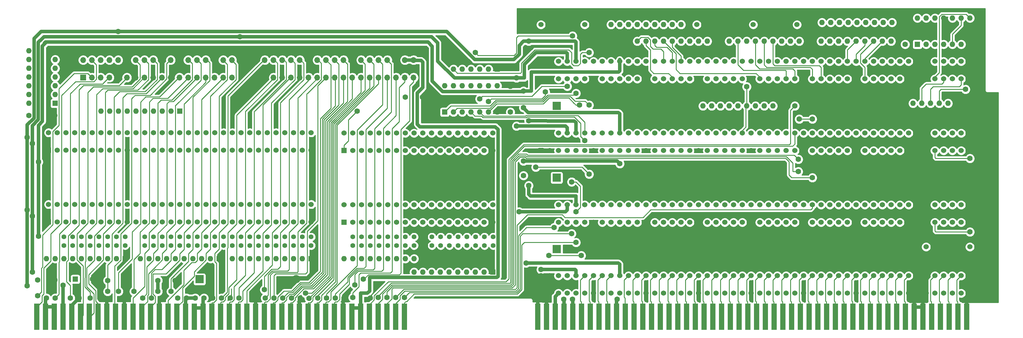
<source format=gbr>
G04 #@! TF.GenerationSoftware,KiCad,Pcbnew,(5.1.6)-1*
G04 #@! TF.CreationDate,2022-01-22T19:31:01+00:00*
G04 #@! TF.ProjectId,Daughterboard,44617567-6874-4657-9262-6f6172642e6b,rev?*
G04 #@! TF.SameCoordinates,Original*
G04 #@! TF.FileFunction,Copper,L4,Bot*
G04 #@! TF.FilePolarity,Positive*
%FSLAX46Y46*%
G04 Gerber Fmt 4.6, Leading zero omitted, Abs format (unit mm)*
G04 Created by KiCad (PCBNEW (5.1.6)-1) date 2022-01-22 19:31:01*
%MOMM*%
%LPD*%
G01*
G04 APERTURE LIST*
G04 #@! TA.AperFunction,ComponentPad*
%ADD10C,1.524000*%
G04 #@! TD*
G04 #@! TA.AperFunction,ComponentPad*
%ADD11R,1.524000X1.524000*%
G04 #@! TD*
G04 #@! TA.AperFunction,ComponentPad*
%ADD12R,1.600000X1.600000*%
G04 #@! TD*
G04 #@! TA.AperFunction,ComponentPad*
%ADD13C,1.600000*%
G04 #@! TD*
G04 #@! TA.AperFunction,ComponentPad*
%ADD14O,1.600000X1.600000*%
G04 #@! TD*
G04 #@! TA.AperFunction,ComponentPad*
%ADD15R,1.700000X1.700000*%
G04 #@! TD*
G04 #@! TA.AperFunction,ComponentPad*
%ADD16O,1.700000X1.700000*%
G04 #@! TD*
G04 #@! TA.AperFunction,ComponentPad*
%ADD17O,2.400000X2.400000*%
G04 #@! TD*
G04 #@! TA.AperFunction,ComponentPad*
%ADD18R,2.400000X2.400000*%
G04 #@! TD*
G04 #@! TA.AperFunction,SMDPad,CuDef*
%ADD19R,1.524000X7.620000*%
G04 #@! TD*
G04 #@! TA.AperFunction,ComponentPad*
%ADD20C,1.400000*%
G04 #@! TD*
G04 #@! TA.AperFunction,ViaPad*
%ADD21C,1.600000*%
G04 #@! TD*
G04 #@! TA.AperFunction,Conductor*
%ADD22C,1.000000*%
G04 #@! TD*
G04 #@! TA.AperFunction,Conductor*
%ADD23C,0.250000*%
G04 #@! TD*
G04 #@! TA.AperFunction,Conductor*
%ADD24C,0.254000*%
G04 #@! TD*
G04 APERTURE END LIST*
D10*
G04 #@! TO.P,CN752,2*
G04 #@! TO.N,Net-(CN751-Pad2)*
X11811000Y-117475000D03*
G04 #@! TO.P,CN752,3*
G04 #@! TO.N,Net-(CN751-Pad3)*
X14351000Y-122555000D03*
G04 #@! TO.P,CN752,4*
G04 #@! TO.N,Net-(C783-Pad2)*
X14351000Y-117475000D03*
D11*
G04 #@! TO.P,CN752,1*
G04 #@! TO.N,Earth*
X11811000Y-122555000D03*
D10*
G04 #@! TO.P,CN752,5*
G04 #@! TO.N,+5V*
X16891000Y-122555000D03*
G04 #@! TO.P,CN752,17*
G04 #@! TO.N,+12V*
X32131000Y-122555000D03*
G04 #@! TO.P,CN752,10*
G04 #@! TO.N,Net-(C780-Pad2)*
X21971000Y-117475000D03*
G04 #@! TO.P,CN752,11*
G04 #@! TO.N,Net-(CN751-Pad11)*
X24511000Y-122555000D03*
G04 #@! TO.P,CN752,20*
G04 #@! TO.N,Net-(CN751-Pad20)*
X34671000Y-117475000D03*
G04 #@! TO.P,CN752,21*
G04 #@! TO.N,Net-(CN751-Pad21)*
X37211000Y-122555000D03*
G04 #@! TO.P,CN752,22*
G04 #@! TO.N,Net-(CN751-Pad22)*
X37211000Y-117475000D03*
G04 #@! TO.P,CN752,24*
G04 #@! TO.N,Net-(C775-Pad2)*
X39751000Y-117475000D03*
G04 #@! TO.P,CN752,25*
G04 #@! TO.N,Net-(CN751-Pad25)*
X42291000Y-122555000D03*
G04 #@! TO.P,CN752,27*
G04 #@! TO.N,Net-(CN751-Pad27)*
X44831000Y-122555000D03*
G04 #@! TO.P,CN752,29*
G04 #@! TO.N,Net-(CN751-Pad29)*
X47371000Y-122555000D03*
G04 #@! TO.P,CN752,32*
G04 #@! TO.N,Net-(C771-Pad2)*
X49911000Y-117475000D03*
G04 #@! TO.P,CN752,13*
G04 #@! TO.N,-12V*
X27051000Y-122555000D03*
G04 #@! TO.P,CN752,30*
G04 #@! TO.N,Net-(C772-Pad2)*
X47371000Y-117475000D03*
G04 #@! TO.P,CN752,31*
G04 #@! TO.N,Net-(CN751-Pad31)*
X49911000Y-122555000D03*
G04 #@! TO.P,CN752,7*
G04 #@! TO.N,Net-(CN751-Pad7)*
X19431000Y-122555000D03*
G04 #@! TO.P,CN752,9*
G04 #@! TO.N,-5V*
X21971000Y-122555000D03*
G04 #@! TO.P,CN752,37*
G04 #@! TO.N,Net-(CN751-Pad37)*
X57531000Y-122555000D03*
G04 #@! TO.P,CN752,38*
G04 #@! TO.N,Net-(C768-Pad2)*
X57531000Y-117475000D03*
G04 #@! TO.P,CN752,39*
G04 #@! TO.N,Net-(CN751-Pad39)*
X60071000Y-122555000D03*
G04 #@! TO.P,CN752,8*
G04 #@! TO.N,Net-(C781-Pad2)*
X19431000Y-117475000D03*
G04 #@! TO.P,CN752,26*
G04 #@! TO.N,Net-(C774-Pad2)*
X42291000Y-117475000D03*
G04 #@! TO.P,CN752,33*
G04 #@! TO.N,Net-(CN751-Pad33)*
X52451000Y-122555000D03*
G04 #@! TO.P,CN752,40*
G04 #@! TO.N,Net-(C767-Pad2)*
X60071000Y-117475000D03*
G04 #@! TO.P,CN752,14*
G04 #@! TO.N,Net-(C778-Pad2)*
X27051000Y-117475000D03*
G04 #@! TO.P,CN752,35*
G04 #@! TO.N,Net-(CN751-Pad35)*
X54991000Y-122555000D03*
G04 #@! TO.P,CN752,28*
G04 #@! TO.N,Net-(C773-Pad2)*
X44831000Y-117475000D03*
G04 #@! TO.P,CN752,12*
G04 #@! TO.N,Net-(C779-Pad2)*
X24511000Y-117475000D03*
G04 #@! TO.P,CN752,15*
G04 #@! TO.N,Net-(CN751-Pad15)*
X29591000Y-122555000D03*
G04 #@! TO.P,CN752,34*
G04 #@! TO.N,Net-(C770-Pad2)*
X52451000Y-117475000D03*
G04 #@! TO.P,CN752,6*
G04 #@! TO.N,Net-(C782-Pad2)*
X16891000Y-117475000D03*
G04 #@! TO.P,CN752,18*
G04 #@! TO.N,Net-(C776-Pad2)*
X32131000Y-117475000D03*
G04 #@! TO.P,CN752,23*
G04 #@! TO.N,Net-(CN751-Pad23)*
X39751000Y-122555000D03*
G04 #@! TO.P,CN752,36*
G04 #@! TO.N,Net-(C769-Pad2)*
X54991000Y-117475000D03*
G04 #@! TO.P,CN752,41*
G04 #@! TO.N,Net-(CN751-Pad41)*
X62611000Y-122555000D03*
G04 #@! TO.P,CN752,16*
G04 #@! TO.N,Net-(C777-Pad2)*
X29591000Y-117475000D03*
G04 #@! TO.P,CN752,42*
G04 #@! TO.N,Net-(C766-Pad2)*
X62611000Y-117475000D03*
G04 #@! TO.P,CN752,19*
G04 #@! TO.N,Earth*
X34671000Y-122555000D03*
G04 #@! TO.P,CN752,55*
G04 #@! TO.N,Net-(CN751-Pad55)*
X80391000Y-122555000D03*
G04 #@! TO.P,CN752,52*
G04 #@! TO.N,Net-(C761-Pad2)*
X75311000Y-117475000D03*
G04 #@! TO.P,CN752,43*
G04 #@! TO.N,Net-(CN751-Pad43)*
X65151000Y-122555000D03*
G04 #@! TO.P,CN752,47*
G04 #@! TO.N,Net-(CN751-Pad47)*
X70231000Y-122555000D03*
G04 #@! TO.P,CN752,51*
G04 #@! TO.N,Net-(CN751-Pad51)*
X75311000Y-122555000D03*
G04 #@! TO.P,CN752,49*
G04 #@! TO.N,Net-(CN751-Pad49)*
X72771000Y-122555000D03*
G04 #@! TO.P,CN752,60*
G04 #@! TO.N,Net-(C757-Pad2)*
X85471000Y-117475000D03*
G04 #@! TO.P,CN752,44*
G04 #@! TO.N,Net-(C765-Pad2)*
X65151000Y-117475000D03*
G04 #@! TO.P,CN752,46*
G04 #@! TO.N,Net-(C764-Pad2)*
X67691000Y-117475000D03*
G04 #@! TO.P,CN752,48*
G04 #@! TO.N,Net-(C763-Pad2)*
X70231000Y-117475000D03*
G04 #@! TO.P,CN752,62*
G04 #@! TO.N,Net-(C756-Pad2)*
X88011000Y-117475000D03*
G04 #@! TO.P,CN752,61*
G04 #@! TO.N,Earth*
X88011000Y-122555000D03*
G04 #@! TO.P,CN752,54*
G04 #@! TO.N,Net-(C760-Pad2)*
X77851000Y-117475000D03*
G04 #@! TO.P,CN752,57*
G04 #@! TO.N,+5V*
X82931000Y-122555000D03*
G04 #@! TO.P,CN752,50*
G04 #@! TO.N,Net-(C762-Pad2)*
X72771000Y-117475000D03*
G04 #@! TO.P,CN752,56*
G04 #@! TO.N,Net-(C759-Pad2)*
X80391000Y-117475000D03*
G04 #@! TO.P,CN752,53*
G04 #@! TO.N,Net-(CN751-Pad53)*
X77851000Y-122555000D03*
G04 #@! TO.P,CN752,58*
G04 #@! TO.N,Net-(C758-Pad2)*
X82931000Y-117475000D03*
G04 #@! TO.P,CN752,59*
G04 #@! TO.N,Net-(CN751-Pad59)*
X85471000Y-122555000D03*
G04 #@! TO.P,CN752,45*
G04 #@! TO.N,Net-(CN751-Pad45)*
X67691000Y-122555000D03*
G04 #@! TD*
G04 #@! TO.P,CN600,100*
G04 #@! TO.N,Earth*
X279146000Y-138176000D03*
G04 #@! TO.P,CN600,99*
X279146000Y-143256000D03*
G04 #@! TO.P,CN600,98*
G04 #@! TO.N,/Zorro/_SCS*
X276606000Y-138176000D03*
G04 #@! TO.P,CN600,97*
G04 #@! TO.N,/Zorro/_FCS*
X276606000Y-143256000D03*
G04 #@! TO.P,CN600,96*
G04 #@! TO.N,/Zorro/_PINT1*
X274066000Y-138176000D03*
G04 #@! TO.P,CN600,95*
G04 #@! TO.N,/Zorro/_EBCLR*
X274066000Y-143256000D03*
G04 #@! TO.P,CN600,94*
G04 #@! TO.N,/Zorro/_ERST*
X271526000Y-138176000D03*
G04 #@! TO.P,CN600,93*
G04 #@! TO.N,/Zorro/DOE*
X271526000Y-143256000D03*
G04 #@! TO.P,CN600,92*
G04 #@! TO.N,/Zorro/E7M*
X268986000Y-138176000D03*
G04 #@! TO.P,CN600,91*
G04 #@! TO.N,Net-(CN600-Pad91)*
X268986000Y-143256000D03*
G04 #@! TO.P,CN600,90*
G04 #@! TO.N,Earth*
X266446000Y-138176000D03*
G04 #@! TO.P,CN600,89*
X266446000Y-143256000D03*
G04 #@! TO.P,CN600,88*
X263906000Y-138176000D03*
G04 #@! TO.P,CN600,87*
X263906000Y-143256000D03*
G04 #@! TO.P,CN600,86*
G04 #@! TO.N,/Zorro/ED5*
X261366000Y-138176000D03*
G04 #@! TO.P,CN600,85*
G04 #@! TO.N,Earth*
X261366000Y-143256000D03*
G04 #@! TO.P,CN600,84*
G04 #@! TO.N,/Zorro/ED6*
X258826000Y-138176000D03*
G04 #@! TO.P,CN600,83*
G04 #@! TO.N,/Zorro/ED4*
X258826000Y-143256000D03*
G04 #@! TO.P,CN600,82*
G04 #@! TO.N,/Zorro/ED7*
X256286000Y-138176000D03*
G04 #@! TO.P,CN600,81*
G04 #@! TO.N,/Zorro/ED3*
X256286000Y-143256000D03*
G04 #@! TO.P,CN600,80*
G04 #@! TO.N,/Zorro/ED8*
X253746000Y-138176000D03*
G04 #@! TO.P,CN600,79*
G04 #@! TO.N,/Zorro/ED2*
X253746000Y-143256000D03*
G04 #@! TO.P,CN600,78*
G04 #@! TO.N,/Zorro/ED9*
X251206000Y-138176000D03*
G04 #@! TO.P,CN600,77*
G04 #@! TO.N,/Zorro/ED1*
X251206000Y-143256000D03*
G04 #@! TO.P,CN600,76*
G04 #@! TO.N,/Zorro/ED10*
X248666000Y-138176000D03*
G04 #@! TO.P,CN600,75*
G04 #@! TO.N,/Zorro/ED0*
X248666000Y-143256000D03*
G04 #@! TO.P,CN600,74*
G04 #@! TO.N,/Zorro/_CCS*
X246126000Y-138176000D03*
G04 #@! TO.P,CN600,73*
G04 #@! TO.N,Earth*
X246126000Y-143256000D03*
G04 #@! TO.P,CN600,72*
G04 #@! TO.N,/Zorro/_EDSH*
X243586000Y-138176000D03*
G04 #@! TO.P,CN600,71*
G04 #@! TO.N,/Zorro/ED11*
X243586000Y-143256000D03*
G04 #@! TO.P,CN600,70*
G04 #@! TO.N,/Zorro/_EDSL*
X241046000Y-138176000D03*
G04 #@! TO.P,CN600,69*
G04 #@! TO.N,/Zorro/ED12*
X241046000Y-143256000D03*
G04 #@! TO.P,CN600,68*
G04 #@! TO.N,/Zorro/READ*
X238506000Y-138176000D03*
G04 #@! TO.P,CN600,67*
G04 #@! TO.N,/Zorro/ED13*
X238506000Y-143256000D03*
G04 #@! TO.P,CN600,66*
G04 #@! TO.N,/Zorro/_DTACK*
X235966000Y-138176000D03*
G04 #@! TO.P,CN600,65*
G04 #@! TO.N,/Zorro/ED14*
X235966000Y-143256000D03*
G04 #@! TO.P,CN600,64*
G04 #@! TO.N,Net-(CN600-Pad64)*
X233426000Y-138176000D03*
G04 #@! TO.P,CN600,63*
G04 #@! TO.N,/Zorro/ED15*
X233426000Y-143256000D03*
G04 #@! TO.P,CN600,62*
G04 #@! TO.N,/Zorro/_EBGACK*
X230886000Y-138176000D03*
G04 #@! TO.P,CN600,61*
G04 #@! TO.N,Earth*
X230886000Y-143256000D03*
G04 #@! TO.P,CN600,60*
G04 #@! TO.N,Net-(CN600-Pad60)*
X228346000Y-138176000D03*
G04 #@! TO.P,CN600,59*
G04 #@! TO.N,/Zorro/EA23*
X228346000Y-143256000D03*
G04 #@! TO.P,CN600,58*
G04 #@! TO.N,/Zorro/EA21*
X225806000Y-138176000D03*
G04 #@! TO.P,CN600,57*
G04 #@! TO.N,/Zorro/EA22*
X225806000Y-143256000D03*
G04 #@! TO.P,CN600,56*
G04 #@! TO.N,/Zorro/EA20*
X223266000Y-138176000D03*
G04 #@! TO.P,CN600,55*
G04 #@! TO.N,/Zorro/_EHLT*
X223266000Y-143256000D03*
G04 #@! TO.P,CN600,54*
G04 #@! TO.N,/Zorro/EA19*
X220726000Y-138176000D03*
G04 #@! TO.P,CN600,53*
G04 #@! TO.N,/Zorro/_RESET*
X220726000Y-143256000D03*
G04 #@! TO.P,CN600,52*
G04 #@! TO.N,/Zorro/EA18*
X218186000Y-138176000D03*
G04 #@! TO.P,CN600,51*
G04 #@! TO.N,/Zorro/_CINT*
X218186000Y-143256000D03*
G04 #@! TO.P,CN600,50*
G04 #@! TO.N,/Zorro/ECLK*
X215646000Y-138176000D03*
G04 #@! TO.P,CN600,49*
G04 #@! TO.N,Earth*
X215646000Y-143256000D03*
G04 #@! TO.P,CN600,48*
G04 #@! TO.N,/Zorro/_MTACK*
X213106000Y-138176000D03*
G04 #@! TO.P,CN600,47*
G04 #@! TO.N,/Zorro/EA17*
X213106000Y-143256000D03*
G04 #@! TO.P,CN600,46*
G04 #@! TO.N,/Zorro/_BINT*
X210566000Y-138176000D03*
G04 #@! TO.P,CN600,45*
G04 #@! TO.N,/Zorro/EA16*
X210566000Y-143256000D03*
G04 #@! TO.P,CN600,44*
G04 #@! TO.N,/Zorro/_PINT4*
X208026000Y-138176000D03*
G04 #@! TO.P,CN600,43*
G04 #@! TO.N,/Zorro/EA15*
X208026000Y-143256000D03*
G04 #@! TO.P,CN600,42*
G04 #@! TO.N,/Zorro/_PINT5*
X205486000Y-138176000D03*
G04 #@! TO.P,CN600,41*
G04 #@! TO.N,/Zorro/EA14*
X205486000Y-143256000D03*
G04 #@! TO.P,CN600,40*
G04 #@! TO.N,/Zorro/_PINT7*
X202946000Y-138176000D03*
G04 #@! TO.P,CN600,39*
G04 #@! TO.N,/Zorro/EA13*
X202946000Y-143256000D03*
G04 #@! TO.P,CN600,38*
G04 #@! TO.N,/Zorro/EA12*
X200406000Y-138176000D03*
G04 #@! TO.P,CN600,37*
G04 #@! TO.N,Earth*
X200406000Y-143256000D03*
G04 #@! TO.P,CN600,36*
G04 #@! TO.N,/Zorro/EA11*
X197866000Y-138176000D03*
G04 #@! TO.P,CN600,35*
G04 #@! TO.N,/Zorro/MS2*
X197866000Y-143256000D03*
G04 #@! TO.P,CN600,34*
G04 #@! TO.N,/Zorro/EA10*
X195326000Y-138176000D03*
G04 #@! TO.P,CN600,33*
G04 #@! TO.N,/Zorro/MS1*
X195326000Y-143256000D03*
G04 #@! TO.P,CN600,32*
G04 #@! TO.N,/Zorro/EA9*
X192786000Y-138176000D03*
G04 #@! TO.P,CN600,31*
G04 #@! TO.N,/Zorro/MS0*
X192786000Y-143256000D03*
G04 #@! TO.P,CN600,30*
G04 #@! TO.N,/Zorro/EA8*
X190246000Y-138176000D03*
G04 #@! TO.P,CN600,29*
G04 #@! TO.N,/Zorro/EA1*
X190246000Y-143256000D03*
G04 #@! TO.P,CN600,28*
G04 #@! TO.N,/Zorro/EA7*
X187706000Y-138176000D03*
G04 #@! TO.P,CN600,27*
G04 #@! TO.N,/Zorro/EA2*
X187706000Y-143256000D03*
G04 #@! TO.P,CN600,26*
G04 #@! TO.N,/Zorro/EA3*
X185166000Y-138176000D03*
G04 #@! TO.P,CN600,25*
G04 #@! TO.N,Earth*
X185166000Y-143256000D03*
G04 #@! TO.P,CN600,24*
G04 #@! TO.N,/Zorro/EA4*
X182626000Y-138176000D03*
G04 #@! TO.P,CN600,23*
G04 #@! TO.N,/Zorro/EA6*
X182626000Y-143256000D03*
G04 #@! TO.P,CN600,22*
G04 #@! TO.N,/Zorro/_INT6*
X180086000Y-138176000D03*
G04 #@! TO.P,CN600,21*
G04 #@! TO.N,/Zorro/EA5*
X180086000Y-143256000D03*
G04 #@! TO.P,CN600,20*
G04 #@! TO.N,-12V*
X177546000Y-138176000D03*
G04 #@! TO.P,CN600,19*
G04 #@! TO.N,/Zorro/_INT2*
X177546000Y-143256000D03*
G04 #@! TO.P,CN600,18*
G04 #@! TO.N,/Zorro/_MTCR*
X175006000Y-138176000D03*
G04 #@! TO.P,CN600,17*
G04 #@! TO.N,/Zorro/_OVR*
X175006000Y-143256000D03*
G04 #@! TO.P,CN600,16*
G04 #@! TO.N,/Zorro/_EC1*
X172466000Y-138176000D03*
G04 #@! TO.P,CN600,15*
G04 #@! TO.N,/Zorro/ECDAC*
X172466000Y-143256000D03*
G04 #@! TO.P,CN600,14*
G04 #@! TO.N,/Zorro/EC3*
X169926000Y-138176000D03*
G04 #@! TO.P,CN600,13*
G04 #@! TO.N,Earth*
X169926000Y-143256000D03*
G04 #@! TO.P,CN600,12*
G04 #@! TO.N,Net-(CN600-Pad12)*
X167386000Y-138176000D03*
G04 #@! TO.P,CN600,11*
G04 #@! TO.N,Net-(CN600-Pad11)*
X167386000Y-143256000D03*
G04 #@! TO.P,CN600,10*
G04 #@! TO.N,+12V*
X164846000Y-138176000D03*
G04 #@! TO.P,CN600,9*
G04 #@! TO.N,Net-(CN600-Pad9)*
X164846000Y-143256000D03*
G04 #@! TO.P,CN600,8*
G04 #@! TO.N,-5V*
X162306000Y-138176000D03*
G04 #@! TO.P,CN600,7*
G04 #@! TO.N,/Zorro/_OWN*
X162306000Y-143256000D03*
G04 #@! TO.P,CN600,6*
G04 #@! TO.N,+5V*
X159766000Y-138176000D03*
G04 #@! TO.P,CN600,5*
X159766000Y-143256000D03*
G04 #@! TO.P,CN600,4*
G04 #@! TO.N,Earth*
X157226000Y-138176000D03*
G04 #@! TO.P,CN600,3*
X157226000Y-143256000D03*
G04 #@! TO.P,CN600,2*
X154686000Y-138176000D03*
D11*
G04 #@! TO.P,CN600,1*
X154686000Y-143256000D03*
G04 #@! TD*
D10*
G04 #@! TO.P,CN603,100*
G04 #@! TO.N,Earth*
X279146000Y-75946000D03*
G04 #@! TO.P,CN603,99*
X279146000Y-81026000D03*
G04 #@! TO.P,CN603,98*
G04 #@! TO.N,/Zorro/_SCS*
X276606000Y-75946000D03*
G04 #@! TO.P,CN603,97*
G04 #@! TO.N,/Zorro/_FCS*
X276606000Y-81026000D03*
G04 #@! TO.P,CN603,96*
G04 #@! TO.N,/Zorro/_PINT1*
X274066000Y-75946000D03*
G04 #@! TO.P,CN603,95*
G04 #@! TO.N,/Zorro/_EBCLR*
X274066000Y-81026000D03*
G04 #@! TO.P,CN603,94*
G04 #@! TO.N,/Zorro/_ERST*
X271526000Y-75946000D03*
G04 #@! TO.P,CN603,93*
G04 #@! TO.N,/Zorro/DOE*
X271526000Y-81026000D03*
G04 #@! TO.P,CN603,92*
G04 #@! TO.N,/Zorro/E7M*
X268986000Y-75946000D03*
G04 #@! TO.P,CN603,91*
G04 #@! TO.N,Net-(CN603-Pad91)*
X268986000Y-81026000D03*
G04 #@! TO.P,CN603,90*
G04 #@! TO.N,Earth*
X266446000Y-75946000D03*
G04 #@! TO.P,CN603,89*
X266446000Y-81026000D03*
G04 #@! TO.P,CN603,88*
X263906000Y-75946000D03*
G04 #@! TO.P,CN603,87*
X263906000Y-81026000D03*
G04 #@! TO.P,CN603,86*
G04 #@! TO.N,/Zorro/ED5*
X261366000Y-75946000D03*
G04 #@! TO.P,CN603,85*
G04 #@! TO.N,Earth*
X261366000Y-81026000D03*
G04 #@! TO.P,CN603,84*
G04 #@! TO.N,/Zorro/ED6*
X258826000Y-75946000D03*
G04 #@! TO.P,CN603,83*
G04 #@! TO.N,/Zorro/ED4*
X258826000Y-81026000D03*
G04 #@! TO.P,CN603,82*
G04 #@! TO.N,/Zorro/ED7*
X256286000Y-75946000D03*
G04 #@! TO.P,CN603,81*
G04 #@! TO.N,/Zorro/ED3*
X256286000Y-81026000D03*
G04 #@! TO.P,CN603,80*
G04 #@! TO.N,/Zorro/ED8*
X253746000Y-75946000D03*
G04 #@! TO.P,CN603,79*
G04 #@! TO.N,/Zorro/ED2*
X253746000Y-81026000D03*
G04 #@! TO.P,CN603,78*
G04 #@! TO.N,/Zorro/ED9*
X251206000Y-75946000D03*
G04 #@! TO.P,CN603,77*
G04 #@! TO.N,/Zorro/ED1*
X251206000Y-81026000D03*
G04 #@! TO.P,CN603,76*
G04 #@! TO.N,/Zorro/ED10*
X248666000Y-75946000D03*
G04 #@! TO.P,CN603,75*
G04 #@! TO.N,/Zorro/ED0*
X248666000Y-81026000D03*
G04 #@! TO.P,CN603,74*
G04 #@! TO.N,/Zorro/_CCS*
X246126000Y-75946000D03*
G04 #@! TO.P,CN603,73*
G04 #@! TO.N,Earth*
X246126000Y-81026000D03*
G04 #@! TO.P,CN603,72*
G04 #@! TO.N,/Zorro/_EDSH*
X243586000Y-75946000D03*
G04 #@! TO.P,CN603,71*
G04 #@! TO.N,/Zorro/ED11*
X243586000Y-81026000D03*
G04 #@! TO.P,CN603,70*
G04 #@! TO.N,/Zorro/_EDSL*
X241046000Y-75946000D03*
G04 #@! TO.P,CN603,69*
G04 #@! TO.N,/Zorro/ED12*
X241046000Y-81026000D03*
G04 #@! TO.P,CN603,68*
G04 #@! TO.N,/Zorro/READ*
X238506000Y-75946000D03*
G04 #@! TO.P,CN603,67*
G04 #@! TO.N,/Zorro/ED13*
X238506000Y-81026000D03*
G04 #@! TO.P,CN603,66*
G04 #@! TO.N,/Zorro/_DTACK*
X235966000Y-75946000D03*
G04 #@! TO.P,CN603,65*
G04 #@! TO.N,/Zorro/ED14*
X235966000Y-81026000D03*
G04 #@! TO.P,CN603,64*
G04 #@! TO.N,/Video & ISA/_EBG3*
X233426000Y-75946000D03*
G04 #@! TO.P,CN603,63*
G04 #@! TO.N,/Zorro/ED15*
X233426000Y-81026000D03*
G04 #@! TO.P,CN603,62*
G04 #@! TO.N,/Zorro/_EBGACK*
X230886000Y-75946000D03*
G04 #@! TO.P,CN603,61*
G04 #@! TO.N,Earth*
X230886000Y-81026000D03*
G04 #@! TO.P,CN603,60*
G04 #@! TO.N,/Video & ISA/_EBR3*
X228346000Y-75946000D03*
G04 #@! TO.P,CN603,59*
G04 #@! TO.N,/Zorro/EA23*
X228346000Y-81026000D03*
G04 #@! TO.P,CN603,58*
G04 #@! TO.N,/Zorro/EA21*
X225806000Y-75946000D03*
G04 #@! TO.P,CN603,57*
G04 #@! TO.N,/Zorro/EA22*
X225806000Y-81026000D03*
G04 #@! TO.P,CN603,56*
G04 #@! TO.N,/Zorro/EA20*
X223266000Y-75946000D03*
G04 #@! TO.P,CN603,55*
G04 #@! TO.N,/Zorro/_EHLT*
X223266000Y-81026000D03*
G04 #@! TO.P,CN603,54*
G04 #@! TO.N,/Zorro/EA19*
X220726000Y-75946000D03*
G04 #@! TO.P,CN603,53*
G04 #@! TO.N,/Zorro/_RESET*
X220726000Y-81026000D03*
G04 #@! TO.P,CN603,52*
G04 #@! TO.N,/Zorro/EA18*
X218186000Y-75946000D03*
G04 #@! TO.P,CN603,51*
G04 #@! TO.N,/Zorro/_CINT*
X218186000Y-81026000D03*
G04 #@! TO.P,CN603,50*
G04 #@! TO.N,/Zorro/ECLK*
X215646000Y-75946000D03*
G04 #@! TO.P,CN603,49*
G04 #@! TO.N,Earth*
X215646000Y-81026000D03*
G04 #@! TO.P,CN603,48*
G04 #@! TO.N,/Zorro/_MTACK*
X213106000Y-75946000D03*
G04 #@! TO.P,CN603,47*
G04 #@! TO.N,/Zorro/EA17*
X213106000Y-81026000D03*
G04 #@! TO.P,CN603,46*
G04 #@! TO.N,/Zorro/_BINT*
X210566000Y-75946000D03*
G04 #@! TO.P,CN603,45*
G04 #@! TO.N,/Zorro/EA16*
X210566000Y-81026000D03*
G04 #@! TO.P,CN603,44*
G04 #@! TO.N,/Zorro/_PINT4*
X208026000Y-75946000D03*
G04 #@! TO.P,CN603,43*
G04 #@! TO.N,/Zorro/EA15*
X208026000Y-81026000D03*
G04 #@! TO.P,CN603,42*
G04 #@! TO.N,/Zorro/_PINT5*
X205486000Y-75946000D03*
G04 #@! TO.P,CN603,41*
G04 #@! TO.N,/Zorro/EA14*
X205486000Y-81026000D03*
G04 #@! TO.P,CN603,40*
G04 #@! TO.N,/Zorro/_PINT7*
X202946000Y-75946000D03*
G04 #@! TO.P,CN603,39*
G04 #@! TO.N,/Zorro/EA13*
X202946000Y-81026000D03*
G04 #@! TO.P,CN603,38*
G04 #@! TO.N,/Zorro/EA12*
X200406000Y-75946000D03*
G04 #@! TO.P,CN603,37*
G04 #@! TO.N,Earth*
X200406000Y-81026000D03*
G04 #@! TO.P,CN603,36*
G04 #@! TO.N,/Zorro/EA11*
X197866000Y-75946000D03*
G04 #@! TO.P,CN603,35*
G04 #@! TO.N,/Zorro/MS2*
X197866000Y-81026000D03*
G04 #@! TO.P,CN603,34*
G04 #@! TO.N,/Zorro/EA10*
X195326000Y-75946000D03*
G04 #@! TO.P,CN603,33*
G04 #@! TO.N,/Zorro/MS1*
X195326000Y-81026000D03*
G04 #@! TO.P,CN603,32*
G04 #@! TO.N,/Zorro/EA9*
X192786000Y-75946000D03*
G04 #@! TO.P,CN603,31*
G04 #@! TO.N,/Zorro/MS0*
X192786000Y-81026000D03*
G04 #@! TO.P,CN603,30*
G04 #@! TO.N,/Zorro/EA8*
X190246000Y-75946000D03*
G04 #@! TO.P,CN603,29*
G04 #@! TO.N,/Zorro/EA1*
X190246000Y-81026000D03*
G04 #@! TO.P,CN603,28*
G04 #@! TO.N,/Zorro/EA7*
X187706000Y-75946000D03*
G04 #@! TO.P,CN603,27*
G04 #@! TO.N,/Zorro/EA2*
X187706000Y-81026000D03*
G04 #@! TO.P,CN603,26*
G04 #@! TO.N,/Zorro/EA3*
X185166000Y-75946000D03*
G04 #@! TO.P,CN603,25*
G04 #@! TO.N,Earth*
X185166000Y-81026000D03*
G04 #@! TO.P,CN603,24*
G04 #@! TO.N,/Zorro/EA4*
X182626000Y-75946000D03*
G04 #@! TO.P,CN603,23*
G04 #@! TO.N,/Zorro/EA6*
X182626000Y-81026000D03*
G04 #@! TO.P,CN603,22*
G04 #@! TO.N,/Zorro/_INT6*
X180086000Y-75946000D03*
G04 #@! TO.P,CN603,21*
G04 #@! TO.N,/Zorro/EA5*
X180086000Y-81026000D03*
G04 #@! TO.P,CN603,20*
G04 #@! TO.N,-12V*
X177546000Y-75946000D03*
G04 #@! TO.P,CN603,19*
G04 #@! TO.N,/Zorro/_INT2*
X177546000Y-81026000D03*
G04 #@! TO.P,CN603,18*
G04 #@! TO.N,/Zorro/_MTCR*
X175006000Y-75946000D03*
G04 #@! TO.P,CN603,17*
G04 #@! TO.N,/Zorro/_OVR*
X175006000Y-81026000D03*
G04 #@! TO.P,CN603,16*
G04 #@! TO.N,/Zorro/_EC1*
X172466000Y-75946000D03*
G04 #@! TO.P,CN603,15*
G04 #@! TO.N,/Zorro/ECDAC*
X172466000Y-81026000D03*
G04 #@! TO.P,CN603,14*
G04 #@! TO.N,/Zorro/EC3*
X169926000Y-75946000D03*
G04 #@! TO.P,CN603,13*
G04 #@! TO.N,Earth*
X169926000Y-81026000D03*
G04 #@! TO.P,CN603,12*
G04 #@! TO.N,Net-(CN603-Pad12)*
X167386000Y-75946000D03*
G04 #@! TO.P,CN603,11*
G04 #@! TO.N,Net-(CN603-Pad11)*
X167386000Y-81026000D03*
G04 #@! TO.P,CN603,10*
G04 #@! TO.N,+12V*
X164846000Y-75946000D03*
G04 #@! TO.P,CN603,9*
G04 #@! TO.N,/Video & ISA/_SLAVE3*
X164846000Y-81026000D03*
G04 #@! TO.P,CN603,8*
G04 #@! TO.N,-5V*
X162306000Y-75946000D03*
G04 #@! TO.P,CN603,7*
G04 #@! TO.N,/Zorro/_OWN*
X162306000Y-81026000D03*
G04 #@! TO.P,CN603,6*
G04 #@! TO.N,+5V*
X159766000Y-75946000D03*
G04 #@! TO.P,CN603,5*
X159766000Y-81026000D03*
G04 #@! TO.P,CN603,4*
G04 #@! TO.N,Earth*
X157226000Y-75946000D03*
G04 #@! TO.P,CN603,3*
X157226000Y-81026000D03*
G04 #@! TO.P,CN603,2*
X154686000Y-75946000D03*
D11*
G04 #@! TO.P,CN603,1*
X154686000Y-81026000D03*
G04 #@! TD*
D12*
G04 #@! TO.P,C751,1*
G04 #@! TO.N,+5V*
X19558000Y-139192000D03*
D13*
G04 #@! TO.P,C751,2*
G04 #@! TO.N,Earth*
X24558000Y-139192000D03*
G04 #@! TD*
D10*
G04 #@! TO.P,CN755,27*
G04 #@! TO.N,Net-(CN754-Pad27)*
X130556000Y-122682000D03*
G04 #@! TO.P,CN755,24*
G04 #@! TO.N,Net-(C793-Pad2)*
X125476000Y-117602000D03*
G04 #@! TO.P,CN755,10*
G04 #@! TO.N,Net-(C788-Pad2)*
X107696000Y-117602000D03*
G04 #@! TO.P,CN755,12*
G04 #@! TO.N,Net-(C789-Pad2)*
X110236000Y-117602000D03*
G04 #@! TO.P,CN755,22*
G04 #@! TO.N,Net-(C792-Pad2)*
X122936000Y-117602000D03*
G04 #@! TO.P,CN755,6*
G04 #@! TO.N,Net-(C786-Pad2)*
X102616000Y-117602000D03*
G04 #@! TO.P,CN755,32*
G04 #@! TO.N,Net-(C797-Pad2)*
X135636000Y-117602000D03*
G04 #@! TO.P,CN755,20*
G04 #@! TO.N,Net-(CN754-Pad20)*
X120396000Y-117602000D03*
G04 #@! TO.P,CN755,11*
G04 #@! TO.N,Net-(CN754-Pad11)*
X110236000Y-122682000D03*
G04 #@! TO.P,CN755,16*
G04 #@! TO.N,Net-(C791-Pad2)*
X115316000Y-117602000D03*
G04 #@! TO.P,CN755,33*
G04 #@! TO.N,Net-(CN754-Pad33)*
X138176000Y-122682000D03*
G04 #@! TO.P,CN755,28*
G04 #@! TO.N,Net-(C795-Pad2)*
X130556000Y-117602000D03*
G04 #@! TO.P,CN755,8*
G04 #@! TO.N,Net-(C787-Pad2)*
X105156000Y-117602000D03*
G04 #@! TO.P,CN755,26*
G04 #@! TO.N,Net-(C794-Pad2)*
X128016000Y-117602000D03*
G04 #@! TO.P,CN755,31*
G04 #@! TO.N,+5V*
X135636000Y-122682000D03*
G04 #@! TO.P,CN755,34*
G04 #@! TO.N,Net-(C798-Pad2)*
X138176000Y-117602000D03*
G04 #@! TO.P,CN755,19*
G04 #@! TO.N,Net-(CN754-Pad19)*
X120396000Y-122682000D03*
G04 #@! TO.P,CN755,18*
G04 #@! TO.N,Net-(CN754-Pad18)*
X117856000Y-117602000D03*
G04 #@! TO.P,CN755,25*
G04 #@! TO.N,Net-(CN754-Pad25)*
X128016000Y-122682000D03*
G04 #@! TO.P,CN755,21*
G04 #@! TO.N,Net-(CN754-Pad21)*
X122936000Y-122682000D03*
G04 #@! TO.P,CN755,23*
G04 #@! TO.N,Net-(CN754-Pad23)*
X125476000Y-122682000D03*
G04 #@! TO.P,CN755,9*
G04 #@! TO.N,Net-(CN754-Pad9)*
X107696000Y-122682000D03*
G04 #@! TO.P,CN755,14*
G04 #@! TO.N,Net-(C790-Pad2)*
X112776000Y-117602000D03*
G04 #@! TO.P,CN755,30*
G04 #@! TO.N,Net-(C796-Pad2)*
X133096000Y-117602000D03*
G04 #@! TO.P,CN755,36*
G04 #@! TO.N,Net-(C799-Pad2)*
X140716000Y-117602000D03*
G04 #@! TO.P,CN755,15*
G04 #@! TO.N,Net-(CN754-Pad15)*
X115316000Y-122682000D03*
G04 #@! TO.P,CN755,35*
G04 #@! TO.N,Earth*
X140716000Y-122682000D03*
G04 #@! TO.P,CN755,7*
G04 #@! TO.N,Net-(CN754-Pad7)*
X105156000Y-122682000D03*
G04 #@! TO.P,CN755,13*
G04 #@! TO.N,Net-(CN754-Pad13)*
X112776000Y-122682000D03*
G04 #@! TO.P,CN755,29*
G04 #@! TO.N,Net-(CN754-Pad29)*
X133096000Y-122682000D03*
G04 #@! TO.P,CN755,17*
G04 #@! TO.N,Net-(CN754-Pad17)*
X117856000Y-122682000D03*
G04 #@! TO.P,CN755,5*
G04 #@! TO.N,Net-(CN754-Pad5)*
X102616000Y-122682000D03*
G04 #@! TO.P,CN755,3*
G04 #@! TO.N,Net-(CN754-Pad3)*
X100076000Y-122682000D03*
G04 #@! TO.P,CN755,4*
G04 #@! TO.N,Net-(C785-Pad2)*
X100076000Y-117602000D03*
G04 #@! TO.P,CN755,2*
G04 #@! TO.N,Net-(C784-Pad2)*
X97536000Y-117602000D03*
D11*
G04 #@! TO.P,CN755,1*
G04 #@! TO.N,Net-(CN754-Pad1)*
X97536000Y-122682000D03*
G04 #@! TD*
D14*
G04 #@! TO.P,RP752,10*
G04 #@! TO.N,Net-(RP752-Pad10)*
X117856000Y-137160000D03*
G04 #@! TO.P,RP752,9*
G04 #@! TO.N,Net-(C792-Pad1)*
X120396000Y-137160000D03*
G04 #@! TO.P,RP752,8*
G04 #@! TO.N,Net-(C793-Pad1)*
X122936000Y-137160000D03*
G04 #@! TO.P,RP752,7*
G04 #@! TO.N,Net-(C794-Pad1)*
X125476000Y-137160000D03*
G04 #@! TO.P,RP752,6*
G04 #@! TO.N,Net-(C795-Pad1)*
X128016000Y-137160000D03*
G04 #@! TO.P,RP752,5*
G04 #@! TO.N,Net-(C796-Pad1)*
X130556000Y-137160000D03*
G04 #@! TO.P,RP752,4*
G04 #@! TO.N,Net-(C797-Pad1)*
X133096000Y-137160000D03*
G04 #@! TO.P,RP752,3*
G04 #@! TO.N,Net-(C798-Pad1)*
X135636000Y-137160000D03*
G04 #@! TO.P,RP752,2*
G04 #@! TO.N,Net-(C799-Pad1)*
X138176000Y-137160000D03*
D12*
G04 #@! TO.P,RP752,1*
G04 #@! TO.N,Earth*
X140716000Y-137160000D03*
G04 #@! TD*
D14*
G04 #@! TO.P,RP753,10*
G04 #@! TO.N,Net-(C756-Pad1)*
X97536000Y-133223000D03*
G04 #@! TO.P,RP753,9*
G04 #@! TO.N,Net-(C784-Pad1)*
X100076000Y-133223000D03*
G04 #@! TO.P,RP753,8*
G04 #@! TO.N,Net-(C785-Pad1)*
X102616000Y-133223000D03*
G04 #@! TO.P,RP753,7*
G04 #@! TO.N,Net-(C786-Pad1)*
X105156000Y-133223000D03*
G04 #@! TO.P,RP753,6*
G04 #@! TO.N,Net-(C787-Pad1)*
X107696000Y-133223000D03*
G04 #@! TO.P,RP753,5*
G04 #@! TO.N,Net-(C788-Pad1)*
X110236000Y-133223000D03*
G04 #@! TO.P,RP753,4*
G04 #@! TO.N,Net-(C789-Pad1)*
X112776000Y-133223000D03*
G04 #@! TO.P,RP753,3*
G04 #@! TO.N,Net-(C790-Pad1)*
X115316000Y-133223000D03*
G04 #@! TO.P,RP753,2*
G04 #@! TO.N,Net-(C791-Pad1)*
X117856000Y-133223000D03*
D12*
G04 #@! TO.P,RP753,1*
G04 #@! TO.N,Earth*
X120396000Y-133223000D03*
G04 #@! TD*
D13*
G04 #@! TO.P,C458,2*
G04 #@! TO.N,Earth*
X33956000Y-139573000D03*
G04 #@! TO.P,C458,1*
G04 #@! TO.N,/Video & ISA/_C4*
X28956000Y-139573000D03*
G04 #@! TD*
G04 #@! TO.P,C752,2*
G04 #@! TO.N,Earth*
X13636000Y-139446000D03*
G04 #@! TO.P,C752,1*
G04 #@! TO.N,+5V*
X8636000Y-139446000D03*
G04 #@! TD*
G04 #@! TO.P,C753,2*
G04 #@! TO.N,Earth*
X48561000Y-139573000D03*
G04 #@! TO.P,C753,1*
G04 #@! TO.N,-5V*
X43561000Y-139573000D03*
G04 #@! TD*
G04 #@! TO.P,C754,2*
G04 #@! TO.N,Earth*
X154606000Y-109093000D03*
G04 #@! TO.P,C754,1*
G04 #@! TO.N,-12V*
X149606000Y-109093000D03*
G04 #@! TD*
G04 #@! TO.P,C849,2*
G04 #@! TO.N,Earth*
X120316000Y-86360000D03*
G04 #@! TO.P,C849,1*
G04 #@! TO.N,+5V*
X115316000Y-86360000D03*
G04 #@! TD*
D15*
G04 #@! TO.P,CN451,1*
G04 #@! TO.N,Net-(CN451-Pad1)*
X21844000Y-80645000D03*
D16*
G04 #@! TO.P,CN451,22*
G04 #@! TO.N,/Video & ISA/_HSYNC*
X47244000Y-75565000D03*
G04 #@! TO.P,CN451,27*
G04 #@! TO.N,/Video & ISA/G3*
X54864000Y-80645000D03*
G04 #@! TO.P,CN451,23*
G04 #@! TO.N,/Video & ISA/B0*
X49784000Y-80645000D03*
G04 #@! TO.P,CN451,25*
G04 #@! TO.N,/Video & ISA/B3*
X52324000Y-80645000D03*
G04 #@! TO.P,CN451,34*
G04 #@! TO.N,/Video & ISA/_VC1*
X62484000Y-75565000D03*
G04 #@! TO.P,CN451,19*
G04 #@! TO.N,/Video & ISA/_C4*
X44704000Y-80645000D03*
G04 #@! TO.P,CN451,32*
G04 #@! TO.N,Earth*
X59944000Y-75565000D03*
G04 #@! TO.P,CN451,5*
G04 #@! TO.N,Net-(CN451-Pad5)*
X26924000Y-80645000D03*
G04 #@! TO.P,CN451,21*
G04 #@! TO.N,Earth*
X47244000Y-80645000D03*
G04 #@! TO.P,CN451,33*
G04 #@! TO.N,/Video & ISA/INTCLK*
X62484000Y-80645000D03*
G04 #@! TO.P,CN451,11*
G04 #@! TO.N,/Video & ISA/AGREEN*
X34544000Y-80645000D03*
G04 #@! TO.P,CN451,36*
G04 #@! TO.N,/Video & ISA/PSTROBE*
X65024000Y-75565000D03*
G04 #@! TO.P,CN451,6*
G04 #@! TO.N,+5V*
X26924000Y-75565000D03*
G04 #@! TO.P,CN451,18*
G04 #@! TO.N,/Video & ISA/BURST*
X42164000Y-75565000D03*
G04 #@! TO.P,CN451,8*
G04 #@! TO.N,+5V*
X29464000Y-75565000D03*
G04 #@! TO.P,CN451,20*
G04 #@! TO.N,Earth*
X44704000Y-75565000D03*
G04 #@! TO.P,CN451,2*
G04 #@! TO.N,Net-(CN451-Pad2)*
X21844000Y-75565000D03*
G04 #@! TO.P,CN451,14*
G04 #@! TO.N,/Video & ISA/_BCSYNC*
X37084000Y-75565000D03*
G04 #@! TO.P,CN451,3*
G04 #@! TO.N,/Video & ISA/FLTLEFT*
X24384000Y-80645000D03*
G04 #@! TO.P,CN451,15*
G04 #@! TO.N,/Video & ISA/ABLUE*
X39624000Y-80645000D03*
G04 #@! TO.P,CN451,24*
G04 #@! TO.N,Earth*
X49784000Y-75565000D03*
G04 #@! TO.P,CN451,7*
G04 #@! TO.N,/Video & ISA/ARED*
X29464000Y-80645000D03*
G04 #@! TO.P,CN451,17*
G04 #@! TO.N,Earth*
X42164000Y-80645000D03*
G04 #@! TO.P,CN451,31*
G04 #@! TO.N,-5V*
X59944000Y-80645000D03*
G04 #@! TO.P,CN451,35*
G04 #@! TO.N,+5V*
X65024000Y-80645000D03*
G04 #@! TO.P,CN451,16*
G04 #@! TO.N,/Video & ISA/_XCLKEN*
X39624000Y-75565000D03*
G04 #@! TO.P,CN451,29*
G04 #@! TO.N,/Video & ISA/R3*
X57404000Y-80645000D03*
G04 #@! TO.P,CN451,30*
G04 #@! TO.N,/Video & ISA/PIXELSW*
X57404000Y-75565000D03*
G04 #@! TO.P,CN451,26*
G04 #@! TO.N,/Video & ISA/_VSYNC*
X52324000Y-75565000D03*
G04 #@! TO.P,CN451,13*
G04 #@! TO.N,Earth*
X37084000Y-80645000D03*
G04 #@! TO.P,CN451,9*
X32004000Y-80645000D03*
G04 #@! TO.P,CN451,28*
G04 #@! TO.N,/Video & ISA/BSYNC*
X54864000Y-75565000D03*
G04 #@! TO.P,CN451,4*
G04 #@! TO.N,/Video & ISA/FLTRIGHT*
X24384000Y-75565000D03*
G04 #@! TO.P,CN451,10*
G04 #@! TO.N,+12V*
X32004000Y-75565000D03*
G04 #@! TO.P,CN451,12*
G04 #@! TO.N,Earth*
X34544000Y-75565000D03*
G04 #@! TD*
D15*
G04 #@! TO.P,CN452,1*
G04 #@! TO.N,Earth*
X74549000Y-80645000D03*
D16*
G04 #@! TO.P,CN452,22*
X99949000Y-75565000D03*
G04 #@! TO.P,CN452,27*
G04 #@! TO.N,/Video & ISA/PPD4*
X107569000Y-80645000D03*
G04 #@! TO.P,CN452,23*
G04 #@! TO.N,/Video & ISA/PPD0*
X102489000Y-80645000D03*
G04 #@! TO.P,CN452,25*
G04 #@! TO.N,/Video & ISA/PPD2*
X105029000Y-80645000D03*
G04 #@! TO.P,CN452,34*
G04 #@! TO.N,AUDIO*
X115189000Y-75565000D03*
G04 #@! TO.P,CN452,19*
G04 #@! TO.N,/Video & ISA/_LPEN*
X97409000Y-80645000D03*
G04 #@! TO.P,CN452,32*
G04 #@! TO.N,Earth*
X112649000Y-75565000D03*
G04 #@! TO.P,CN452,5*
X79629000Y-80645000D03*
G04 #@! TO.P,CN452,21*
G04 #@! TO.N,/Video & ISA/PSEL*
X99949000Y-80645000D03*
G04 #@! TO.P,CN452,33*
G04 #@! TO.N,/Video & ISA/RAWLEFT*
X115189000Y-80645000D03*
G04 #@! TO.P,CN452,11*
G04 #@! TO.N,/Video & ISA/B2*
X87249000Y-80645000D03*
G04 #@! TO.P,CN452,36*
G04 #@! TO.N,AUDIO*
X117729000Y-75565000D03*
G04 #@! TO.P,CN452,6*
G04 #@! TO.N,/Video & ISA/G0*
X79629000Y-75565000D03*
G04 #@! TO.P,CN452,18*
G04 #@! TO.N,/Video & ISA/PBUSY*
X94869000Y-75565000D03*
G04 #@! TO.P,CN452,8*
G04 #@! TO.N,/Video & ISA/G2*
X82169000Y-75565000D03*
G04 #@! TO.P,CN452,20*
G04 #@! TO.N,/Video & ISA/_PACK*
X97409000Y-75565000D03*
G04 #@! TO.P,CN452,2*
G04 #@! TO.N,/Video & ISA/R0*
X74549000Y-75565000D03*
G04 #@! TO.P,CN452,14*
G04 #@! TO.N,/Video & ISA/TBASE*
X89789000Y-75565000D03*
G04 #@! TO.P,CN452,3*
G04 #@! TO.N,/Video & ISA/R1*
X77089000Y-80645000D03*
G04 #@! TO.P,CN452,15*
G04 #@! TO.N,/Video & ISA/VCDAC*
X92329000Y-80645000D03*
G04 #@! TO.P,CN452,24*
G04 #@! TO.N,/Video & ISA/PPD1*
X102489000Y-75565000D03*
G04 #@! TO.P,CN452,7*
G04 #@! TO.N,/Video & ISA/G1*
X82169000Y-80645000D03*
G04 #@! TO.P,CN452,17*
G04 #@! TO.N,/Video & ISA/VC3*
X94869000Y-80645000D03*
G04 #@! TO.P,CN452,31*
G04 #@! TO.N,/Video & ISA/_LED*
X112649000Y-80645000D03*
G04 #@! TO.P,CN452,35*
G04 #@! TO.N,/Video & ISA/RAWRIGHT*
X117729000Y-80645000D03*
G04 #@! TO.P,CN452,16*
G04 #@! TO.N,/Video & ISA/PPOUT*
X92329000Y-75565000D03*
G04 #@! TO.P,CN452,29*
G04 #@! TO.N,/Video & ISA/PPD6*
X110109000Y-80645000D03*
G04 #@! TO.P,CN452,30*
G04 #@! TO.N,/Video & ISA/PPD7*
X110109000Y-75565000D03*
G04 #@! TO.P,CN452,26*
G04 #@! TO.N,/Video & ISA/PPD3*
X105029000Y-75565000D03*
G04 #@! TO.P,CN452,13*
G04 #@! TO.N,/Video & ISA/BCOMP*
X89789000Y-80645000D03*
G04 #@! TO.P,CN452,9*
G04 #@! TO.N,Earth*
X84709000Y-80645000D03*
G04 #@! TO.P,CN452,28*
G04 #@! TO.N,/Video & ISA/PPD5*
X107569000Y-75565000D03*
G04 #@! TO.P,CN452,4*
G04 #@! TO.N,/Video & ISA/R2*
X77089000Y-75565000D03*
G04 #@! TO.P,CN452,10*
G04 #@! TO.N,/Video & ISA/B1*
X84709000Y-75565000D03*
G04 #@! TO.P,CN452,12*
G04 #@! TO.N,Earth*
X87249000Y-75565000D03*
G04 #@! TD*
D10*
G04 #@! TO.P,CN751,2*
G04 #@! TO.N,Net-(CN751-Pad2)*
X11811000Y-96647000D03*
G04 #@! TO.P,CN751,3*
G04 #@! TO.N,Net-(CN751-Pad3)*
X14351000Y-101727000D03*
G04 #@! TO.P,CN751,4*
G04 #@! TO.N,Net-(C783-Pad2)*
X14351000Y-96647000D03*
D11*
G04 #@! TO.P,CN751,1*
G04 #@! TO.N,Earth*
X11811000Y-101727000D03*
D10*
G04 #@! TO.P,CN751,5*
G04 #@! TO.N,+5V*
X16891000Y-101727000D03*
G04 #@! TO.P,CN751,17*
G04 #@! TO.N,+12V*
X32131000Y-101727000D03*
G04 #@! TO.P,CN751,10*
G04 #@! TO.N,Net-(C780-Pad2)*
X21971000Y-96647000D03*
G04 #@! TO.P,CN751,11*
G04 #@! TO.N,Net-(CN751-Pad11)*
X24511000Y-101727000D03*
G04 #@! TO.P,CN751,20*
G04 #@! TO.N,Net-(CN751-Pad20)*
X34671000Y-96647000D03*
G04 #@! TO.P,CN751,21*
G04 #@! TO.N,Net-(CN751-Pad21)*
X37211000Y-101727000D03*
G04 #@! TO.P,CN751,22*
G04 #@! TO.N,Net-(CN751-Pad22)*
X37211000Y-96647000D03*
G04 #@! TO.P,CN751,24*
G04 #@! TO.N,Net-(C775-Pad2)*
X39751000Y-96647000D03*
G04 #@! TO.P,CN751,25*
G04 #@! TO.N,Net-(CN751-Pad25)*
X42291000Y-101727000D03*
G04 #@! TO.P,CN751,27*
G04 #@! TO.N,Net-(CN751-Pad27)*
X44831000Y-101727000D03*
G04 #@! TO.P,CN751,29*
G04 #@! TO.N,Net-(CN751-Pad29)*
X47371000Y-101727000D03*
G04 #@! TO.P,CN751,32*
G04 #@! TO.N,Net-(C771-Pad2)*
X49911000Y-96647000D03*
G04 #@! TO.P,CN751,13*
G04 #@! TO.N,-12V*
X27051000Y-101727000D03*
G04 #@! TO.P,CN751,30*
G04 #@! TO.N,Net-(C772-Pad2)*
X47371000Y-96647000D03*
G04 #@! TO.P,CN751,31*
G04 #@! TO.N,Net-(CN751-Pad31)*
X49911000Y-101727000D03*
G04 #@! TO.P,CN751,7*
G04 #@! TO.N,Net-(CN751-Pad7)*
X19431000Y-101727000D03*
G04 #@! TO.P,CN751,9*
G04 #@! TO.N,-5V*
X21971000Y-101727000D03*
G04 #@! TO.P,CN751,37*
G04 #@! TO.N,Net-(CN751-Pad37)*
X57531000Y-101727000D03*
G04 #@! TO.P,CN751,38*
G04 #@! TO.N,Net-(C768-Pad2)*
X57531000Y-96647000D03*
G04 #@! TO.P,CN751,39*
G04 #@! TO.N,Net-(CN751-Pad39)*
X60071000Y-101727000D03*
G04 #@! TO.P,CN751,8*
G04 #@! TO.N,Net-(C781-Pad2)*
X19431000Y-96647000D03*
G04 #@! TO.P,CN751,26*
G04 #@! TO.N,Net-(C774-Pad2)*
X42291000Y-96647000D03*
G04 #@! TO.P,CN751,33*
G04 #@! TO.N,Net-(CN751-Pad33)*
X52451000Y-101727000D03*
G04 #@! TO.P,CN751,40*
G04 #@! TO.N,Net-(C767-Pad2)*
X60071000Y-96647000D03*
G04 #@! TO.P,CN751,14*
G04 #@! TO.N,Net-(C778-Pad2)*
X27051000Y-96647000D03*
G04 #@! TO.P,CN751,35*
G04 #@! TO.N,Net-(CN751-Pad35)*
X54991000Y-101727000D03*
G04 #@! TO.P,CN751,28*
G04 #@! TO.N,Net-(C773-Pad2)*
X44831000Y-96647000D03*
G04 #@! TO.P,CN751,12*
G04 #@! TO.N,Net-(C779-Pad2)*
X24511000Y-96647000D03*
G04 #@! TO.P,CN751,15*
G04 #@! TO.N,Net-(CN751-Pad15)*
X29591000Y-101727000D03*
G04 #@! TO.P,CN751,34*
G04 #@! TO.N,Net-(C770-Pad2)*
X52451000Y-96647000D03*
G04 #@! TO.P,CN751,6*
G04 #@! TO.N,Net-(C782-Pad2)*
X16891000Y-96647000D03*
G04 #@! TO.P,CN751,18*
G04 #@! TO.N,Net-(C776-Pad2)*
X32131000Y-96647000D03*
G04 #@! TO.P,CN751,23*
G04 #@! TO.N,Net-(CN751-Pad23)*
X39751000Y-101727000D03*
G04 #@! TO.P,CN751,36*
G04 #@! TO.N,Net-(C769-Pad2)*
X54991000Y-96647000D03*
G04 #@! TO.P,CN751,41*
G04 #@! TO.N,Net-(CN751-Pad41)*
X62611000Y-101727000D03*
G04 #@! TO.P,CN751,16*
G04 #@! TO.N,Net-(C777-Pad2)*
X29591000Y-96647000D03*
G04 #@! TO.P,CN751,42*
G04 #@! TO.N,Net-(C766-Pad2)*
X62611000Y-96647000D03*
G04 #@! TO.P,CN751,19*
G04 #@! TO.N,Earth*
X34671000Y-101727000D03*
G04 #@! TO.P,CN751,55*
G04 #@! TO.N,Net-(CN751-Pad55)*
X80391000Y-101727000D03*
G04 #@! TO.P,CN751,52*
G04 #@! TO.N,Net-(C761-Pad2)*
X75311000Y-96647000D03*
G04 #@! TO.P,CN751,43*
G04 #@! TO.N,Net-(CN751-Pad43)*
X65151000Y-101727000D03*
G04 #@! TO.P,CN751,47*
G04 #@! TO.N,Net-(CN751-Pad47)*
X70231000Y-101727000D03*
G04 #@! TO.P,CN751,51*
G04 #@! TO.N,Net-(CN751-Pad51)*
X75311000Y-101727000D03*
G04 #@! TO.P,CN751,49*
G04 #@! TO.N,Net-(CN751-Pad49)*
X72771000Y-101727000D03*
G04 #@! TO.P,CN751,60*
G04 #@! TO.N,Net-(C757-Pad2)*
X85471000Y-96647000D03*
G04 #@! TO.P,CN751,44*
G04 #@! TO.N,Net-(C765-Pad2)*
X65151000Y-96647000D03*
G04 #@! TO.P,CN751,46*
G04 #@! TO.N,Net-(C764-Pad2)*
X67691000Y-96647000D03*
G04 #@! TO.P,CN751,48*
G04 #@! TO.N,Net-(C763-Pad2)*
X70231000Y-96647000D03*
G04 #@! TO.P,CN751,62*
G04 #@! TO.N,Net-(C756-Pad2)*
X88011000Y-96647000D03*
G04 #@! TO.P,CN751,61*
G04 #@! TO.N,Earth*
X88011000Y-101727000D03*
G04 #@! TO.P,CN751,54*
G04 #@! TO.N,Net-(C760-Pad2)*
X77851000Y-96647000D03*
G04 #@! TO.P,CN751,57*
G04 #@! TO.N,+5V*
X82931000Y-101727000D03*
G04 #@! TO.P,CN751,50*
G04 #@! TO.N,Net-(C762-Pad2)*
X72771000Y-96647000D03*
G04 #@! TO.P,CN751,56*
G04 #@! TO.N,Net-(C759-Pad2)*
X80391000Y-96647000D03*
G04 #@! TO.P,CN751,53*
G04 #@! TO.N,Net-(CN751-Pad53)*
X77851000Y-101727000D03*
G04 #@! TO.P,CN751,58*
G04 #@! TO.N,Net-(C758-Pad2)*
X82931000Y-96647000D03*
G04 #@! TO.P,CN751,59*
G04 #@! TO.N,Net-(CN751-Pad59)*
X85471000Y-101727000D03*
G04 #@! TO.P,CN751,45*
G04 #@! TO.N,Net-(CN751-Pad45)*
X67691000Y-101727000D03*
G04 #@! TD*
G04 #@! TO.P,CN754,27*
G04 #@! TO.N,Net-(CN754-Pad27)*
X130556000Y-101854000D03*
G04 #@! TO.P,CN754,24*
G04 #@! TO.N,Net-(C793-Pad2)*
X125476000Y-96774000D03*
G04 #@! TO.P,CN754,10*
G04 #@! TO.N,Net-(C788-Pad2)*
X107696000Y-96774000D03*
G04 #@! TO.P,CN754,12*
G04 #@! TO.N,Net-(C789-Pad2)*
X110236000Y-96774000D03*
G04 #@! TO.P,CN754,22*
G04 #@! TO.N,Net-(C792-Pad2)*
X122936000Y-96774000D03*
G04 #@! TO.P,CN754,6*
G04 #@! TO.N,Net-(C786-Pad2)*
X102616000Y-96774000D03*
G04 #@! TO.P,CN754,32*
G04 #@! TO.N,Net-(C797-Pad2)*
X135636000Y-96774000D03*
G04 #@! TO.P,CN754,20*
G04 #@! TO.N,Net-(CN754-Pad20)*
X120396000Y-96774000D03*
G04 #@! TO.P,CN754,11*
G04 #@! TO.N,Net-(CN754-Pad11)*
X110236000Y-101854000D03*
G04 #@! TO.P,CN754,16*
G04 #@! TO.N,Net-(C791-Pad2)*
X115316000Y-96774000D03*
G04 #@! TO.P,CN754,33*
G04 #@! TO.N,Net-(CN754-Pad33)*
X138176000Y-101854000D03*
G04 #@! TO.P,CN754,28*
G04 #@! TO.N,Net-(C795-Pad2)*
X130556000Y-96774000D03*
G04 #@! TO.P,CN754,8*
G04 #@! TO.N,Net-(C787-Pad2)*
X105156000Y-96774000D03*
G04 #@! TO.P,CN754,26*
G04 #@! TO.N,Net-(C794-Pad2)*
X128016000Y-96774000D03*
G04 #@! TO.P,CN754,31*
G04 #@! TO.N,+5V*
X135636000Y-101854000D03*
G04 #@! TO.P,CN754,34*
G04 #@! TO.N,Net-(C798-Pad2)*
X138176000Y-96774000D03*
G04 #@! TO.P,CN754,19*
G04 #@! TO.N,Net-(CN754-Pad19)*
X120396000Y-101854000D03*
G04 #@! TO.P,CN754,18*
G04 #@! TO.N,Net-(CN754-Pad18)*
X117856000Y-96774000D03*
G04 #@! TO.P,CN754,25*
G04 #@! TO.N,Net-(CN754-Pad25)*
X128016000Y-101854000D03*
G04 #@! TO.P,CN754,21*
G04 #@! TO.N,Net-(CN754-Pad21)*
X122936000Y-101854000D03*
G04 #@! TO.P,CN754,23*
G04 #@! TO.N,Net-(CN754-Pad23)*
X125476000Y-101854000D03*
G04 #@! TO.P,CN754,9*
G04 #@! TO.N,Net-(CN754-Pad9)*
X107696000Y-101854000D03*
G04 #@! TO.P,CN754,14*
G04 #@! TO.N,Net-(C790-Pad2)*
X112776000Y-96774000D03*
G04 #@! TO.P,CN754,30*
G04 #@! TO.N,Net-(C796-Pad2)*
X133096000Y-96774000D03*
G04 #@! TO.P,CN754,36*
G04 #@! TO.N,Net-(C799-Pad2)*
X140716000Y-96774000D03*
G04 #@! TO.P,CN754,15*
G04 #@! TO.N,Net-(CN754-Pad15)*
X115316000Y-101854000D03*
G04 #@! TO.P,CN754,35*
G04 #@! TO.N,Earth*
X140716000Y-101854000D03*
G04 #@! TO.P,CN754,7*
G04 #@! TO.N,Net-(CN754-Pad7)*
X105156000Y-101854000D03*
G04 #@! TO.P,CN754,13*
G04 #@! TO.N,Net-(CN754-Pad13)*
X112776000Y-101854000D03*
G04 #@! TO.P,CN754,29*
G04 #@! TO.N,Net-(CN754-Pad29)*
X133096000Y-101854000D03*
G04 #@! TO.P,CN754,17*
G04 #@! TO.N,Net-(CN754-Pad17)*
X117856000Y-101854000D03*
G04 #@! TO.P,CN754,5*
G04 #@! TO.N,Net-(CN754-Pad5)*
X102616000Y-101854000D03*
G04 #@! TO.P,CN754,3*
G04 #@! TO.N,Net-(CN754-Pad3)*
X100076000Y-101854000D03*
G04 #@! TO.P,CN754,4*
G04 #@! TO.N,Net-(C785-Pad2)*
X100076000Y-96774000D03*
G04 #@! TO.P,CN754,2*
G04 #@! TO.N,Net-(C784-Pad2)*
X97536000Y-96774000D03*
D11*
G04 #@! TO.P,CN754,1*
G04 #@! TO.N,Net-(CN754-Pad1)*
X97536000Y-101854000D03*
G04 #@! TD*
D10*
G04 #@! TO.P,CN602,100*
G04 #@! TO.N,Earth*
X279146000Y-96774000D03*
G04 #@! TO.P,CN602,99*
X279146000Y-101854000D03*
G04 #@! TO.P,CN602,98*
G04 #@! TO.N,/Zorro/_SCS*
X276606000Y-96774000D03*
G04 #@! TO.P,CN602,97*
G04 #@! TO.N,/Zorro/_FCS*
X276606000Y-101854000D03*
G04 #@! TO.P,CN602,96*
G04 #@! TO.N,/Zorro/_PINT1*
X274066000Y-96774000D03*
G04 #@! TO.P,CN602,95*
G04 #@! TO.N,/Zorro/_EBCLR*
X274066000Y-101854000D03*
G04 #@! TO.P,CN602,94*
G04 #@! TO.N,/Zorro/_ERST*
X271526000Y-96774000D03*
G04 #@! TO.P,CN602,93*
G04 #@! TO.N,/Zorro/DOE*
X271526000Y-101854000D03*
G04 #@! TO.P,CN602,92*
G04 #@! TO.N,/Zorro/E7M*
X268986000Y-96774000D03*
G04 #@! TO.P,CN602,91*
G04 #@! TO.N,Net-(CN602-Pad91)*
X268986000Y-101854000D03*
G04 #@! TO.P,CN602,90*
G04 #@! TO.N,Earth*
X266446000Y-96774000D03*
G04 #@! TO.P,CN602,89*
X266446000Y-101854000D03*
G04 #@! TO.P,CN602,88*
X263906000Y-96774000D03*
G04 #@! TO.P,CN602,87*
X263906000Y-101854000D03*
G04 #@! TO.P,CN602,86*
G04 #@! TO.N,/Zorro/ED5*
X261366000Y-96774000D03*
G04 #@! TO.P,CN602,85*
G04 #@! TO.N,Earth*
X261366000Y-101854000D03*
G04 #@! TO.P,CN602,84*
G04 #@! TO.N,/Zorro/ED6*
X258826000Y-96774000D03*
G04 #@! TO.P,CN602,83*
G04 #@! TO.N,/Zorro/ED4*
X258826000Y-101854000D03*
G04 #@! TO.P,CN602,82*
G04 #@! TO.N,/Zorro/ED7*
X256286000Y-96774000D03*
G04 #@! TO.P,CN602,81*
G04 #@! TO.N,/Zorro/ED3*
X256286000Y-101854000D03*
G04 #@! TO.P,CN602,80*
G04 #@! TO.N,/Zorro/ED8*
X253746000Y-96774000D03*
G04 #@! TO.P,CN602,79*
G04 #@! TO.N,/Zorro/ED2*
X253746000Y-101854000D03*
G04 #@! TO.P,CN602,78*
G04 #@! TO.N,/Zorro/ED9*
X251206000Y-96774000D03*
G04 #@! TO.P,CN602,77*
G04 #@! TO.N,/Zorro/ED1*
X251206000Y-101854000D03*
G04 #@! TO.P,CN602,76*
G04 #@! TO.N,/Zorro/ED10*
X248666000Y-96774000D03*
G04 #@! TO.P,CN602,75*
G04 #@! TO.N,/Zorro/ED0*
X248666000Y-101854000D03*
G04 #@! TO.P,CN602,74*
G04 #@! TO.N,/Zorro/_CCS*
X246126000Y-96774000D03*
G04 #@! TO.P,CN602,73*
G04 #@! TO.N,Earth*
X246126000Y-101854000D03*
G04 #@! TO.P,CN602,72*
G04 #@! TO.N,/Zorro/_EDSH*
X243586000Y-96774000D03*
G04 #@! TO.P,CN602,71*
G04 #@! TO.N,/Zorro/ED11*
X243586000Y-101854000D03*
G04 #@! TO.P,CN602,70*
G04 #@! TO.N,/Zorro/_EDSL*
X241046000Y-96774000D03*
G04 #@! TO.P,CN602,69*
G04 #@! TO.N,/Zorro/ED12*
X241046000Y-101854000D03*
G04 #@! TO.P,CN602,68*
G04 #@! TO.N,/Zorro/READ*
X238506000Y-96774000D03*
G04 #@! TO.P,CN602,67*
G04 #@! TO.N,/Zorro/ED13*
X238506000Y-101854000D03*
G04 #@! TO.P,CN602,66*
G04 #@! TO.N,/Zorro/_DTACK*
X235966000Y-96774000D03*
G04 #@! TO.P,CN602,65*
G04 #@! TO.N,/Zorro/ED14*
X235966000Y-101854000D03*
G04 #@! TO.P,CN602,64*
G04 #@! TO.N,/Video & ISA/_EBG2*
X233426000Y-96774000D03*
G04 #@! TO.P,CN602,63*
G04 #@! TO.N,/Zorro/ED15*
X233426000Y-101854000D03*
G04 #@! TO.P,CN602,62*
G04 #@! TO.N,/Zorro/_EBGACK*
X230886000Y-96774000D03*
G04 #@! TO.P,CN602,61*
G04 #@! TO.N,Earth*
X230886000Y-101854000D03*
G04 #@! TO.P,CN602,60*
G04 #@! TO.N,/Video & ISA/_EBR2*
X228346000Y-96774000D03*
G04 #@! TO.P,CN602,59*
G04 #@! TO.N,/Zorro/EA23*
X228346000Y-101854000D03*
G04 #@! TO.P,CN602,58*
G04 #@! TO.N,/Zorro/EA21*
X225806000Y-96774000D03*
G04 #@! TO.P,CN602,57*
G04 #@! TO.N,/Zorro/EA22*
X225806000Y-101854000D03*
G04 #@! TO.P,CN602,56*
G04 #@! TO.N,/Zorro/EA20*
X223266000Y-96774000D03*
G04 #@! TO.P,CN602,55*
G04 #@! TO.N,/Zorro/_EHLT*
X223266000Y-101854000D03*
G04 #@! TO.P,CN602,54*
G04 #@! TO.N,/Zorro/EA19*
X220726000Y-96774000D03*
G04 #@! TO.P,CN602,53*
G04 #@! TO.N,/Zorro/_RESET*
X220726000Y-101854000D03*
G04 #@! TO.P,CN602,52*
G04 #@! TO.N,/Zorro/EA18*
X218186000Y-96774000D03*
G04 #@! TO.P,CN602,51*
G04 #@! TO.N,/Zorro/_CINT*
X218186000Y-101854000D03*
G04 #@! TO.P,CN602,50*
G04 #@! TO.N,/Zorro/ECLK*
X215646000Y-96774000D03*
G04 #@! TO.P,CN602,49*
G04 #@! TO.N,Earth*
X215646000Y-101854000D03*
G04 #@! TO.P,CN602,48*
G04 #@! TO.N,/Zorro/_MTACK*
X213106000Y-96774000D03*
G04 #@! TO.P,CN602,47*
G04 #@! TO.N,/Zorro/EA17*
X213106000Y-101854000D03*
G04 #@! TO.P,CN602,46*
G04 #@! TO.N,/Zorro/_BINT*
X210566000Y-96774000D03*
G04 #@! TO.P,CN602,45*
G04 #@! TO.N,/Zorro/EA16*
X210566000Y-101854000D03*
G04 #@! TO.P,CN602,44*
G04 #@! TO.N,/Zorro/_PINT4*
X208026000Y-96774000D03*
G04 #@! TO.P,CN602,43*
G04 #@! TO.N,/Zorro/EA15*
X208026000Y-101854000D03*
G04 #@! TO.P,CN602,42*
G04 #@! TO.N,/Zorro/_PINT5*
X205486000Y-96774000D03*
G04 #@! TO.P,CN602,41*
G04 #@! TO.N,/Zorro/EA14*
X205486000Y-101854000D03*
G04 #@! TO.P,CN602,40*
G04 #@! TO.N,/Zorro/_PINT7*
X202946000Y-96774000D03*
G04 #@! TO.P,CN602,39*
G04 #@! TO.N,/Zorro/EA13*
X202946000Y-101854000D03*
G04 #@! TO.P,CN602,38*
G04 #@! TO.N,/Zorro/EA12*
X200406000Y-96774000D03*
G04 #@! TO.P,CN602,37*
G04 #@! TO.N,Earth*
X200406000Y-101854000D03*
G04 #@! TO.P,CN602,36*
G04 #@! TO.N,/Zorro/EA11*
X197866000Y-96774000D03*
G04 #@! TO.P,CN602,35*
G04 #@! TO.N,/Zorro/MS2*
X197866000Y-101854000D03*
G04 #@! TO.P,CN602,34*
G04 #@! TO.N,/Zorro/EA10*
X195326000Y-96774000D03*
G04 #@! TO.P,CN602,33*
G04 #@! TO.N,/Zorro/MS1*
X195326000Y-101854000D03*
G04 #@! TO.P,CN602,32*
G04 #@! TO.N,/Zorro/EA9*
X192786000Y-96774000D03*
G04 #@! TO.P,CN602,31*
G04 #@! TO.N,/Zorro/MS0*
X192786000Y-101854000D03*
G04 #@! TO.P,CN602,30*
G04 #@! TO.N,/Zorro/EA8*
X190246000Y-96774000D03*
G04 #@! TO.P,CN602,29*
G04 #@! TO.N,/Zorro/EA1*
X190246000Y-101854000D03*
G04 #@! TO.P,CN602,28*
G04 #@! TO.N,/Zorro/EA7*
X187706000Y-96774000D03*
G04 #@! TO.P,CN602,27*
G04 #@! TO.N,/Zorro/EA2*
X187706000Y-101854000D03*
G04 #@! TO.P,CN602,26*
G04 #@! TO.N,/Zorro/EA3*
X185166000Y-96774000D03*
G04 #@! TO.P,CN602,25*
G04 #@! TO.N,Earth*
X185166000Y-101854000D03*
G04 #@! TO.P,CN602,24*
G04 #@! TO.N,/Zorro/EA4*
X182626000Y-96774000D03*
G04 #@! TO.P,CN602,23*
G04 #@! TO.N,/Zorro/EA6*
X182626000Y-101854000D03*
G04 #@! TO.P,CN602,22*
G04 #@! TO.N,/Zorro/_INT6*
X180086000Y-96774000D03*
G04 #@! TO.P,CN602,21*
G04 #@! TO.N,/Zorro/EA5*
X180086000Y-101854000D03*
G04 #@! TO.P,CN602,20*
G04 #@! TO.N,-12V*
X177546000Y-96774000D03*
G04 #@! TO.P,CN602,19*
G04 #@! TO.N,/Zorro/_INT2*
X177546000Y-101854000D03*
G04 #@! TO.P,CN602,18*
G04 #@! TO.N,/Zorro/_MTCR*
X175006000Y-96774000D03*
G04 #@! TO.P,CN602,17*
G04 #@! TO.N,/Zorro/_OVR*
X175006000Y-101854000D03*
G04 #@! TO.P,CN602,16*
G04 #@! TO.N,/Zorro/_EC1*
X172466000Y-96774000D03*
G04 #@! TO.P,CN602,15*
G04 #@! TO.N,/Zorro/ECDAC*
X172466000Y-101854000D03*
G04 #@! TO.P,CN602,14*
G04 #@! TO.N,/Zorro/EC3*
X169926000Y-96774000D03*
G04 #@! TO.P,CN602,13*
G04 #@! TO.N,Earth*
X169926000Y-101854000D03*
G04 #@! TO.P,CN602,12*
G04 #@! TO.N,Net-(CN602-Pad12)*
X167386000Y-96774000D03*
G04 #@! TO.P,CN602,11*
G04 #@! TO.N,Net-(CN602-Pad11)*
X167386000Y-101854000D03*
G04 #@! TO.P,CN602,10*
G04 #@! TO.N,+12V*
X164846000Y-96774000D03*
G04 #@! TO.P,CN602,9*
G04 #@! TO.N,/Video & ISA/_SLAVE2*
X164846000Y-101854000D03*
G04 #@! TO.P,CN602,8*
G04 #@! TO.N,-5V*
X162306000Y-96774000D03*
G04 #@! TO.P,CN602,7*
G04 #@! TO.N,/Zorro/_OWN*
X162306000Y-101854000D03*
G04 #@! TO.P,CN602,6*
G04 #@! TO.N,+5V*
X159766000Y-96774000D03*
G04 #@! TO.P,CN602,5*
X159766000Y-101854000D03*
G04 #@! TO.P,CN602,4*
G04 #@! TO.N,Earth*
X157226000Y-96774000D03*
G04 #@! TO.P,CN602,3*
X157226000Y-101854000D03*
G04 #@! TO.P,CN602,2*
X154686000Y-96774000D03*
D11*
G04 #@! TO.P,CN602,1*
X154686000Y-101854000D03*
G04 #@! TD*
D10*
G04 #@! TO.P,CN601,100*
G04 #@! TO.N,Earth*
X279146000Y-117602000D03*
G04 #@! TO.P,CN601,99*
X279146000Y-122682000D03*
G04 #@! TO.P,CN601,98*
G04 #@! TO.N,/Zorro/_SCS*
X276606000Y-117602000D03*
G04 #@! TO.P,CN601,97*
G04 #@! TO.N,/Zorro/_FCS*
X276606000Y-122682000D03*
G04 #@! TO.P,CN601,96*
G04 #@! TO.N,/Zorro/_PINT1*
X274066000Y-117602000D03*
G04 #@! TO.P,CN601,95*
G04 #@! TO.N,/Zorro/_EBCLR*
X274066000Y-122682000D03*
G04 #@! TO.P,CN601,94*
G04 #@! TO.N,/Zorro/_ERST*
X271526000Y-117602000D03*
G04 #@! TO.P,CN601,93*
G04 #@! TO.N,/Zorro/DOE*
X271526000Y-122682000D03*
G04 #@! TO.P,CN601,92*
G04 #@! TO.N,/Zorro/E7M*
X268986000Y-117602000D03*
G04 #@! TO.P,CN601,91*
G04 #@! TO.N,Net-(CN601-Pad91)*
X268986000Y-122682000D03*
G04 #@! TO.P,CN601,90*
G04 #@! TO.N,Earth*
X266446000Y-117602000D03*
G04 #@! TO.P,CN601,89*
X266446000Y-122682000D03*
G04 #@! TO.P,CN601,88*
X263906000Y-117602000D03*
G04 #@! TO.P,CN601,87*
X263906000Y-122682000D03*
G04 #@! TO.P,CN601,86*
G04 #@! TO.N,/Zorro/ED5*
X261366000Y-117602000D03*
G04 #@! TO.P,CN601,85*
G04 #@! TO.N,Earth*
X261366000Y-122682000D03*
G04 #@! TO.P,CN601,84*
G04 #@! TO.N,/Zorro/ED6*
X258826000Y-117602000D03*
G04 #@! TO.P,CN601,83*
G04 #@! TO.N,/Zorro/ED4*
X258826000Y-122682000D03*
G04 #@! TO.P,CN601,82*
G04 #@! TO.N,/Zorro/ED7*
X256286000Y-117602000D03*
G04 #@! TO.P,CN601,81*
G04 #@! TO.N,/Zorro/ED3*
X256286000Y-122682000D03*
G04 #@! TO.P,CN601,80*
G04 #@! TO.N,/Zorro/ED8*
X253746000Y-117602000D03*
G04 #@! TO.P,CN601,79*
G04 #@! TO.N,/Zorro/ED2*
X253746000Y-122682000D03*
G04 #@! TO.P,CN601,78*
G04 #@! TO.N,/Zorro/ED9*
X251206000Y-117602000D03*
G04 #@! TO.P,CN601,77*
G04 #@! TO.N,/Zorro/ED1*
X251206000Y-122682000D03*
G04 #@! TO.P,CN601,76*
G04 #@! TO.N,/Zorro/ED10*
X248666000Y-117602000D03*
G04 #@! TO.P,CN601,75*
G04 #@! TO.N,/Zorro/ED0*
X248666000Y-122682000D03*
G04 #@! TO.P,CN601,74*
G04 #@! TO.N,/Zorro/_CCS*
X246126000Y-117602000D03*
G04 #@! TO.P,CN601,73*
G04 #@! TO.N,Earth*
X246126000Y-122682000D03*
G04 #@! TO.P,CN601,72*
G04 #@! TO.N,/Zorro/_EDSH*
X243586000Y-117602000D03*
G04 #@! TO.P,CN601,71*
G04 #@! TO.N,/Zorro/ED11*
X243586000Y-122682000D03*
G04 #@! TO.P,CN601,70*
G04 #@! TO.N,/Zorro/_EDSL*
X241046000Y-117602000D03*
G04 #@! TO.P,CN601,69*
G04 #@! TO.N,/Zorro/ED12*
X241046000Y-122682000D03*
G04 #@! TO.P,CN601,68*
G04 #@! TO.N,/Zorro/READ*
X238506000Y-117602000D03*
G04 #@! TO.P,CN601,67*
G04 #@! TO.N,/Zorro/ED13*
X238506000Y-122682000D03*
G04 #@! TO.P,CN601,66*
G04 #@! TO.N,/Zorro/_DTACK*
X235966000Y-117602000D03*
G04 #@! TO.P,CN601,65*
G04 #@! TO.N,/Zorro/ED14*
X235966000Y-122682000D03*
G04 #@! TO.P,CN601,64*
G04 #@! TO.N,/Video & ISA/_EBG1*
X233426000Y-117602000D03*
G04 #@! TO.P,CN601,63*
G04 #@! TO.N,/Zorro/ED15*
X233426000Y-122682000D03*
G04 #@! TO.P,CN601,62*
G04 #@! TO.N,/Zorro/_EBGACK*
X230886000Y-117602000D03*
G04 #@! TO.P,CN601,61*
G04 #@! TO.N,Earth*
X230886000Y-122682000D03*
G04 #@! TO.P,CN601,60*
G04 #@! TO.N,/Video & ISA/_EBR1*
X228346000Y-117602000D03*
G04 #@! TO.P,CN601,59*
G04 #@! TO.N,/Zorro/EA23*
X228346000Y-122682000D03*
G04 #@! TO.P,CN601,58*
G04 #@! TO.N,/Zorro/EA21*
X225806000Y-117602000D03*
G04 #@! TO.P,CN601,57*
G04 #@! TO.N,/Zorro/EA22*
X225806000Y-122682000D03*
G04 #@! TO.P,CN601,56*
G04 #@! TO.N,/Zorro/EA20*
X223266000Y-117602000D03*
G04 #@! TO.P,CN601,55*
G04 #@! TO.N,/Zorro/_EHLT*
X223266000Y-122682000D03*
G04 #@! TO.P,CN601,54*
G04 #@! TO.N,/Zorro/EA19*
X220726000Y-117602000D03*
G04 #@! TO.P,CN601,53*
G04 #@! TO.N,/Zorro/_RESET*
X220726000Y-122682000D03*
G04 #@! TO.P,CN601,52*
G04 #@! TO.N,/Zorro/EA18*
X218186000Y-117602000D03*
G04 #@! TO.P,CN601,51*
G04 #@! TO.N,/Zorro/_CINT*
X218186000Y-122682000D03*
G04 #@! TO.P,CN601,50*
G04 #@! TO.N,/Zorro/ECLK*
X215646000Y-117602000D03*
G04 #@! TO.P,CN601,49*
G04 #@! TO.N,Earth*
X215646000Y-122682000D03*
G04 #@! TO.P,CN601,48*
G04 #@! TO.N,/Zorro/_MTACK*
X213106000Y-117602000D03*
G04 #@! TO.P,CN601,47*
G04 #@! TO.N,/Zorro/EA17*
X213106000Y-122682000D03*
G04 #@! TO.P,CN601,46*
G04 #@! TO.N,/Zorro/_BINT*
X210566000Y-117602000D03*
G04 #@! TO.P,CN601,45*
G04 #@! TO.N,/Zorro/EA16*
X210566000Y-122682000D03*
G04 #@! TO.P,CN601,44*
G04 #@! TO.N,/Zorro/_PINT4*
X208026000Y-117602000D03*
G04 #@! TO.P,CN601,43*
G04 #@! TO.N,/Zorro/EA15*
X208026000Y-122682000D03*
G04 #@! TO.P,CN601,42*
G04 #@! TO.N,/Zorro/_PINT5*
X205486000Y-117602000D03*
G04 #@! TO.P,CN601,41*
G04 #@! TO.N,/Zorro/EA14*
X205486000Y-122682000D03*
G04 #@! TO.P,CN601,40*
G04 #@! TO.N,/Zorro/_PINT7*
X202946000Y-117602000D03*
G04 #@! TO.P,CN601,39*
G04 #@! TO.N,/Zorro/EA13*
X202946000Y-122682000D03*
G04 #@! TO.P,CN601,38*
G04 #@! TO.N,/Zorro/EA12*
X200406000Y-117602000D03*
G04 #@! TO.P,CN601,37*
G04 #@! TO.N,Earth*
X200406000Y-122682000D03*
G04 #@! TO.P,CN601,36*
G04 #@! TO.N,/Zorro/EA11*
X197866000Y-117602000D03*
G04 #@! TO.P,CN601,35*
G04 #@! TO.N,/Zorro/MS2*
X197866000Y-122682000D03*
G04 #@! TO.P,CN601,34*
G04 #@! TO.N,/Zorro/EA10*
X195326000Y-117602000D03*
G04 #@! TO.P,CN601,33*
G04 #@! TO.N,/Zorro/MS1*
X195326000Y-122682000D03*
G04 #@! TO.P,CN601,32*
G04 #@! TO.N,/Zorro/EA9*
X192786000Y-117602000D03*
G04 #@! TO.P,CN601,31*
G04 #@! TO.N,/Zorro/MS0*
X192786000Y-122682000D03*
G04 #@! TO.P,CN601,30*
G04 #@! TO.N,/Zorro/EA8*
X190246000Y-117602000D03*
G04 #@! TO.P,CN601,29*
G04 #@! TO.N,/Zorro/EA1*
X190246000Y-122682000D03*
G04 #@! TO.P,CN601,28*
G04 #@! TO.N,/Zorro/EA7*
X187706000Y-117602000D03*
G04 #@! TO.P,CN601,27*
G04 #@! TO.N,/Zorro/EA2*
X187706000Y-122682000D03*
G04 #@! TO.P,CN601,26*
G04 #@! TO.N,/Zorro/EA3*
X185166000Y-117602000D03*
G04 #@! TO.P,CN601,25*
G04 #@! TO.N,Earth*
X185166000Y-122682000D03*
G04 #@! TO.P,CN601,24*
G04 #@! TO.N,/Zorro/EA4*
X182626000Y-117602000D03*
G04 #@! TO.P,CN601,23*
G04 #@! TO.N,/Zorro/EA6*
X182626000Y-122682000D03*
G04 #@! TO.P,CN601,22*
G04 #@! TO.N,/Zorro/_INT6*
X180086000Y-117602000D03*
G04 #@! TO.P,CN601,21*
G04 #@! TO.N,/Zorro/EA5*
X180086000Y-122682000D03*
G04 #@! TO.P,CN601,20*
G04 #@! TO.N,-12V*
X177546000Y-117602000D03*
G04 #@! TO.P,CN601,19*
G04 #@! TO.N,/Zorro/_INT2*
X177546000Y-122682000D03*
G04 #@! TO.P,CN601,18*
G04 #@! TO.N,/Zorro/_MTCR*
X175006000Y-117602000D03*
G04 #@! TO.P,CN601,17*
G04 #@! TO.N,/Zorro/_OVR*
X175006000Y-122682000D03*
G04 #@! TO.P,CN601,16*
G04 #@! TO.N,/Zorro/_EC1*
X172466000Y-117602000D03*
G04 #@! TO.P,CN601,15*
G04 #@! TO.N,/Zorro/ECDAC*
X172466000Y-122682000D03*
G04 #@! TO.P,CN601,14*
G04 #@! TO.N,/Zorro/EC3*
X169926000Y-117602000D03*
G04 #@! TO.P,CN601,13*
G04 #@! TO.N,Earth*
X169926000Y-122682000D03*
G04 #@! TO.P,CN601,12*
G04 #@! TO.N,Net-(CN601-Pad12)*
X167386000Y-117602000D03*
G04 #@! TO.P,CN601,11*
G04 #@! TO.N,Net-(CN601-Pad11)*
X167386000Y-122682000D03*
G04 #@! TO.P,CN601,10*
G04 #@! TO.N,+12V*
X164846000Y-117602000D03*
G04 #@! TO.P,CN601,9*
G04 #@! TO.N,/Video & ISA/_SLAVE1*
X164846000Y-122682000D03*
G04 #@! TO.P,CN601,8*
G04 #@! TO.N,-5V*
X162306000Y-117602000D03*
G04 #@! TO.P,CN601,7*
G04 #@! TO.N,/Zorro/_OWN*
X162306000Y-122682000D03*
G04 #@! TO.P,CN601,6*
G04 #@! TO.N,+5V*
X159766000Y-117602000D03*
G04 #@! TO.P,CN601,5*
X159766000Y-122682000D03*
G04 #@! TO.P,CN601,4*
G04 #@! TO.N,Earth*
X157226000Y-117602000D03*
G04 #@! TO.P,CN601,3*
X157226000Y-122682000D03*
G04 #@! TO.P,CN601,2*
X154686000Y-117602000D03*
D11*
G04 #@! TO.P,CN601,1*
X154686000Y-122682000D03*
G04 #@! TD*
D10*
G04 #@! TO.P,R601,2*
G04 #@! TO.N,/Zorro/_OVR*
X167386000Y-65278000D03*
G04 #@! TO.P,R601,1*
G04 #@! TO.N,+5V*
X154686000Y-65278000D03*
G04 #@! TD*
G04 #@! TO.P,R603,2*
G04 #@! TO.N,Net-(EDGE1-Pad11)*
X228981000Y-65278000D03*
G04 #@! TO.P,R603,1*
G04 #@! TO.N,+5V*
X216281000Y-65278000D03*
G04 #@! TD*
D17*
G04 #@! TO.P,C602,2*
G04 #@! TO.N,Earth*
X187258000Y-109728000D03*
D18*
G04 #@! TO.P,C602,1*
G04 #@! TO.N,+5V*
X159258000Y-109728000D03*
G04 #@! TD*
D17*
G04 #@! TO.P,C603,2*
G04 #@! TO.N,Earth*
X187258000Y-88900000D03*
D18*
G04 #@! TO.P,C603,1*
G04 #@! TO.N,+5V*
X159258000Y-88900000D03*
G04 #@! TD*
D10*
G04 #@! TO.P,R602,2*
G04 #@! TO.N,Net-(EDGE1-Pad91)*
X266446000Y-129794000D03*
G04 #@! TO.P,R602,1*
G04 #@! TO.N,+5V*
X279146000Y-129794000D03*
G04 #@! TD*
D17*
G04 #@! TO.P,C601,2*
G04 #@! TO.N,Earth*
X187258000Y-130429000D03*
D18*
G04 #@! TO.P,C601,1*
G04 #@! TO.N,+5V*
X159258000Y-130429000D03*
G04 #@! TD*
D19*
G04 #@! TO.P,EDGE1,100*
G04 #@! TO.N,Earth*
X278193500Y-150114000D03*
G04 #@! TO.P,EDGE1,98*
G04 #@! TO.N,/Zorro/_SCS*
X275653500Y-150114000D03*
G04 #@! TO.P,EDGE1,96*
G04 #@! TO.N,/Zorro/_PINT1*
X273113500Y-150114000D03*
G04 #@! TO.P,EDGE1,94*
G04 #@! TO.N,/Zorro/_ERST*
X270573500Y-150114000D03*
G04 #@! TO.P,EDGE1,92*
G04 #@! TO.N,/Zorro/E7M*
X268033500Y-150114000D03*
G04 #@! TO.P,EDGE1,90*
G04 #@! TO.N,Earth*
X265493500Y-150114000D03*
G04 #@! TO.P,EDGE1,88*
X262953500Y-150114000D03*
G04 #@! TO.P,EDGE1,86*
G04 #@! TO.N,/Zorro/ED5*
X260413500Y-150114000D03*
G04 #@! TO.P,EDGE1,84*
G04 #@! TO.N,/Zorro/ED6*
X257873500Y-150114000D03*
G04 #@! TO.P,EDGE1,82*
G04 #@! TO.N,/Zorro/ED7*
X255333500Y-150114000D03*
G04 #@! TO.P,EDGE1,80*
G04 #@! TO.N,/Zorro/ED8*
X252793500Y-150114000D03*
G04 #@! TO.P,EDGE1,78*
G04 #@! TO.N,/Zorro/ED9*
X250253500Y-150114000D03*
G04 #@! TO.P,EDGE1,76*
G04 #@! TO.N,/Zorro/ED10*
X247713500Y-150114000D03*
G04 #@! TO.P,EDGE1,74*
G04 #@! TO.N,/Zorro/_CCS*
X245173500Y-150114000D03*
G04 #@! TO.P,EDGE1,72*
G04 #@! TO.N,/Zorro/_EDSH*
X242633500Y-150114000D03*
G04 #@! TO.P,EDGE1,70*
G04 #@! TO.N,/Zorro/_EDSL*
X240093500Y-150114000D03*
G04 #@! TO.P,EDGE1,68*
G04 #@! TO.N,/Zorro/READ*
X237553500Y-150114000D03*
G04 #@! TO.P,EDGE1,66*
G04 #@! TO.N,/Zorro/_DTACK*
X235013500Y-150114000D03*
G04 #@! TO.P,EDGE1,64*
G04 #@! TO.N,Net-(CN600-Pad64)*
X232473500Y-150114000D03*
G04 #@! TO.P,EDGE1,62*
G04 #@! TO.N,/Zorro/_EBGACK*
X229933500Y-150114000D03*
G04 #@! TO.P,EDGE1,60*
G04 #@! TO.N,Net-(CN600-Pad60)*
X227393500Y-150114000D03*
G04 #@! TO.P,EDGE1,58*
G04 #@! TO.N,/Zorro/EA21*
X224853500Y-150114000D03*
G04 #@! TO.P,EDGE1,56*
G04 #@! TO.N,/Zorro/EA20*
X222313500Y-150114000D03*
G04 #@! TO.P,EDGE1,54*
G04 #@! TO.N,/Zorro/EA19*
X219773500Y-150114000D03*
G04 #@! TO.P,EDGE1,52*
G04 #@! TO.N,/Zorro/EA18*
X217233500Y-150114000D03*
G04 #@! TO.P,EDGE1,50*
G04 #@! TO.N,/Zorro/ECLK*
X214693500Y-150114000D03*
G04 #@! TO.P,EDGE1,48*
G04 #@! TO.N,/Zorro/_MTACK*
X212153500Y-150114000D03*
G04 #@! TO.P,EDGE1,46*
G04 #@! TO.N,/Zorro/_BINT*
X209613500Y-150114000D03*
G04 #@! TO.P,EDGE1,44*
G04 #@! TO.N,/Zorro/_PINT4*
X207073500Y-150114000D03*
G04 #@! TO.P,EDGE1,42*
G04 #@! TO.N,/Zorro/_PINT5*
X204533500Y-150114000D03*
G04 #@! TO.P,EDGE1,40*
G04 #@! TO.N,/Zorro/_PINT7*
X201993500Y-150114000D03*
G04 #@! TO.P,EDGE1,38*
G04 #@! TO.N,/Zorro/EA12*
X199453500Y-150114000D03*
G04 #@! TO.P,EDGE1,36*
G04 #@! TO.N,/Zorro/EA11*
X196913500Y-150114000D03*
G04 #@! TO.P,EDGE1,34*
G04 #@! TO.N,/Zorro/EA10*
X194373500Y-150114000D03*
G04 #@! TO.P,EDGE1,32*
G04 #@! TO.N,/Zorro/EA9*
X191833500Y-150114000D03*
G04 #@! TO.P,EDGE1,30*
G04 #@! TO.N,/Zorro/EA8*
X189293500Y-150114000D03*
G04 #@! TO.P,EDGE1,28*
G04 #@! TO.N,/Zorro/EA7*
X186753500Y-150114000D03*
G04 #@! TO.P,EDGE1,26*
G04 #@! TO.N,/Zorro/EA3*
X184213500Y-150114000D03*
G04 #@! TO.P,EDGE1,24*
G04 #@! TO.N,/Zorro/EA4*
X181673500Y-150114000D03*
G04 #@! TO.P,EDGE1,22*
G04 #@! TO.N,/Zorro/_INT6*
X179133500Y-150114000D03*
G04 #@! TO.P,EDGE1,20*
G04 #@! TO.N,-12V*
X176593500Y-150114000D03*
G04 #@! TO.P,EDGE1,18*
G04 #@! TO.N,/Zorro/_MTCR*
X174053500Y-150114000D03*
G04 #@! TO.P,EDGE1,16*
G04 #@! TO.N,/Zorro/_EC1*
X171513500Y-150114000D03*
G04 #@! TO.P,EDGE1,14*
G04 #@! TO.N,/Zorro/EC3*
X168973500Y-150114000D03*
G04 #@! TO.P,EDGE1,12*
G04 #@! TO.N,Net-(CN600-Pad12)*
X166433500Y-150114000D03*
G04 #@! TO.P,EDGE1,10*
G04 #@! TO.N,+12V*
X163893500Y-150114000D03*
G04 #@! TO.P,EDGE1,8*
G04 #@! TO.N,-5V*
X161353500Y-150114000D03*
G04 #@! TO.P,EDGE1,6*
G04 #@! TO.N,+5V*
X158813500Y-150114000D03*
G04 #@! TO.P,EDGE1,4*
G04 #@! TO.N,Earth*
X156273500Y-150114000D03*
G04 #@! TO.P,EDGE1,2*
X153733500Y-150114000D03*
G04 #@! TD*
D12*
G04 #@! TO.P,U600,1*
G04 #@! TO.N,Net-(CN601-Pad11)*
X126746000Y-90678000D03*
D14*
G04 #@! TO.P,U600,8*
G04 #@! TO.N,Net-(CN601-Pad12)*
X141986000Y-83058000D03*
G04 #@! TO.P,U600,2*
X129286000Y-90678000D03*
G04 #@! TO.P,U600,9*
G04 #@! TO.N,Net-(CN600-Pad11)*
X139446000Y-83058000D03*
G04 #@! TO.P,U600,3*
G04 #@! TO.N,Net-(CN602-Pad12)*
X131826000Y-90678000D03*
G04 #@! TO.P,U600,10*
G04 #@! TO.N,Net-(CN600-Pad12)*
X136906000Y-83058000D03*
G04 #@! TO.P,U600,4*
G04 #@! TO.N,Net-(CN602-Pad11)*
X134366000Y-90678000D03*
G04 #@! TO.P,U600,11*
G04 #@! TO.N,Net-(U600-Pad11)*
X134366000Y-83058000D03*
G04 #@! TO.P,U600,5*
G04 #@! TO.N,Net-(CN602-Pad12)*
X136906000Y-90678000D03*
G04 #@! TO.P,U600,12*
G04 #@! TO.N,Net-(CN603-Pad11)*
X131826000Y-83058000D03*
G04 #@! TO.P,U600,6*
G04 #@! TO.N,Net-(CN603-Pad12)*
X139446000Y-90678000D03*
G04 #@! TO.P,U600,13*
X129286000Y-83058000D03*
G04 #@! TO.P,U600,7*
G04 #@! TO.N,Earth*
X141986000Y-90678000D03*
G04 #@! TO.P,U600,14*
G04 #@! TO.N,+5V*
X126746000Y-83058000D03*
G04 #@! TD*
D20*
G04 #@! TO.P,C784,2*
G04 #@! TO.N,Net-(C784-Pad2)*
X100076000Y-126913000D03*
G04 #@! TO.P,C784,1*
G04 #@! TO.N,Net-(C784-Pad1)*
X100076000Y-129413000D03*
G04 #@! TD*
G04 #@! TO.P,C785,2*
G04 #@! TO.N,Net-(C785-Pad2)*
X102616000Y-126913000D03*
G04 #@! TO.P,C785,1*
G04 #@! TO.N,Net-(C785-Pad1)*
X102616000Y-129413000D03*
G04 #@! TD*
G04 #@! TO.P,C788,2*
G04 #@! TO.N,Net-(C788-Pad2)*
X110236000Y-126913000D03*
G04 #@! TO.P,C788,1*
G04 #@! TO.N,Net-(C788-Pad1)*
X110236000Y-129413000D03*
G04 #@! TD*
G04 #@! TO.P,C786,2*
G04 #@! TO.N,Net-(C786-Pad2)*
X105156000Y-126913000D03*
G04 #@! TO.P,C786,1*
G04 #@! TO.N,Net-(C786-Pad1)*
X105156000Y-129413000D03*
G04 #@! TD*
G04 #@! TO.P,C787,2*
G04 #@! TO.N,Net-(C787-Pad2)*
X107696000Y-126913000D03*
G04 #@! TO.P,C787,1*
G04 #@! TO.N,Net-(C787-Pad1)*
X107696000Y-129413000D03*
G04 #@! TD*
G04 #@! TO.P,C789,2*
G04 #@! TO.N,Net-(C789-Pad2)*
X112776000Y-126913000D03*
G04 #@! TO.P,C789,1*
G04 #@! TO.N,Net-(C789-Pad1)*
X112776000Y-129413000D03*
G04 #@! TD*
G04 #@! TO.P,C790,2*
G04 #@! TO.N,Net-(C790-Pad2)*
X115316000Y-126913000D03*
G04 #@! TO.P,C790,1*
G04 #@! TO.N,Net-(C790-Pad1)*
X115316000Y-129413000D03*
G04 #@! TD*
G04 #@! TO.P,C793,2*
G04 #@! TO.N,Net-(C793-Pad2)*
X125603000Y-126913000D03*
G04 #@! TO.P,C793,1*
G04 #@! TO.N,Net-(C793-Pad1)*
X125603000Y-129413000D03*
G04 #@! TD*
G04 #@! TO.P,C794,2*
G04 #@! TO.N,Net-(C794-Pad2)*
X128143000Y-126913000D03*
G04 #@! TO.P,C794,1*
G04 #@! TO.N,Net-(C794-Pad1)*
X128143000Y-129413000D03*
G04 #@! TD*
G04 #@! TO.P,C792,2*
G04 #@! TO.N,Net-(C792-Pad2)*
X123063000Y-126913000D03*
G04 #@! TO.P,C792,1*
G04 #@! TO.N,Net-(C792-Pad1)*
X123063000Y-129413000D03*
G04 #@! TD*
G04 #@! TO.P,C795,2*
G04 #@! TO.N,Net-(C795-Pad2)*
X130683000Y-126913000D03*
G04 #@! TO.P,C795,1*
G04 #@! TO.N,Net-(C795-Pad1)*
X130683000Y-129413000D03*
G04 #@! TD*
G04 #@! TO.P,C756,2*
G04 #@! TO.N,Net-(C756-Pad2)*
X88011000Y-126913000D03*
G04 #@! TO.P,C756,1*
G04 #@! TO.N,Net-(C756-Pad1)*
X88011000Y-129413000D03*
G04 #@! TD*
G04 #@! TO.P,C757,2*
G04 #@! TO.N,Net-(C757-Pad2)*
X85471000Y-126913000D03*
G04 #@! TO.P,C757,1*
G04 #@! TO.N,Net-(C757-Pad1)*
X85471000Y-129413000D03*
G04 #@! TD*
G04 #@! TO.P,C758,2*
G04 #@! TO.N,Net-(C758-Pad2)*
X82931000Y-126913000D03*
G04 #@! TO.P,C758,1*
G04 #@! TO.N,Net-(C758-Pad1)*
X82931000Y-129413000D03*
G04 #@! TD*
G04 #@! TO.P,C759,2*
G04 #@! TO.N,Net-(C759-Pad2)*
X80391000Y-126913000D03*
G04 #@! TO.P,C759,1*
G04 #@! TO.N,Net-(C759-Pad1)*
X80391000Y-129413000D03*
G04 #@! TD*
G04 #@! TO.P,C760,2*
G04 #@! TO.N,Net-(C760-Pad2)*
X77851000Y-126913000D03*
G04 #@! TO.P,C760,1*
G04 #@! TO.N,Net-(C760-Pad1)*
X77851000Y-129413000D03*
G04 #@! TD*
G04 #@! TO.P,C761,2*
G04 #@! TO.N,Net-(C761-Pad2)*
X75311000Y-126913000D03*
G04 #@! TO.P,C761,1*
G04 #@! TO.N,Net-(C761-Pad1)*
X75311000Y-129413000D03*
G04 #@! TD*
G04 #@! TO.P,C762,2*
G04 #@! TO.N,Net-(C762-Pad2)*
X72771000Y-126913000D03*
G04 #@! TO.P,C762,1*
G04 #@! TO.N,Net-(C762-Pad1)*
X72771000Y-129413000D03*
G04 #@! TD*
G04 #@! TO.P,C763,2*
G04 #@! TO.N,Net-(C763-Pad2)*
X70231000Y-126913000D03*
G04 #@! TO.P,C763,1*
G04 #@! TO.N,Net-(C763-Pad1)*
X70231000Y-129413000D03*
G04 #@! TD*
G04 #@! TO.P,C764,2*
G04 #@! TO.N,Net-(C764-Pad2)*
X67691000Y-126913000D03*
G04 #@! TO.P,C764,1*
G04 #@! TO.N,Net-(C764-Pad1)*
X67691000Y-129413000D03*
G04 #@! TD*
G04 #@! TO.P,C765,2*
G04 #@! TO.N,Net-(C765-Pad2)*
X65151000Y-126913000D03*
G04 #@! TO.P,C765,1*
G04 #@! TO.N,Net-(C765-Pad1)*
X65151000Y-129413000D03*
G04 #@! TD*
G04 #@! TO.P,C766,2*
G04 #@! TO.N,Net-(C766-Pad2)*
X62611000Y-126913000D03*
G04 #@! TO.P,C766,1*
G04 #@! TO.N,Net-(C766-Pad1)*
X62611000Y-129413000D03*
G04 #@! TD*
G04 #@! TO.P,C767,2*
G04 #@! TO.N,Net-(C767-Pad2)*
X60071000Y-126913000D03*
G04 #@! TO.P,C767,1*
G04 #@! TO.N,Net-(C767-Pad1)*
X60071000Y-129413000D03*
G04 #@! TD*
G04 #@! TO.P,C768,2*
G04 #@! TO.N,Net-(C768-Pad2)*
X57531000Y-126913000D03*
G04 #@! TO.P,C768,1*
G04 #@! TO.N,Net-(C768-Pad1)*
X57531000Y-129413000D03*
G04 #@! TD*
G04 #@! TO.P,C769,2*
G04 #@! TO.N,Net-(C769-Pad2)*
X54991000Y-126913000D03*
G04 #@! TO.P,C769,1*
G04 #@! TO.N,Net-(C769-Pad1)*
X54991000Y-129413000D03*
G04 #@! TD*
G04 #@! TO.P,C770,2*
G04 #@! TO.N,Net-(C770-Pad2)*
X52451000Y-126913000D03*
G04 #@! TO.P,C770,1*
G04 #@! TO.N,Net-(C770-Pad1)*
X52451000Y-129413000D03*
G04 #@! TD*
G04 #@! TO.P,C771,2*
G04 #@! TO.N,Net-(C771-Pad2)*
X49911000Y-126913000D03*
G04 #@! TO.P,C771,1*
G04 #@! TO.N,Net-(C771-Pad1)*
X49911000Y-129413000D03*
G04 #@! TD*
G04 #@! TO.P,C772,2*
G04 #@! TO.N,Net-(C772-Pad2)*
X47371000Y-126913000D03*
G04 #@! TO.P,C772,1*
G04 #@! TO.N,Net-(C772-Pad1)*
X47371000Y-129413000D03*
G04 #@! TD*
G04 #@! TO.P,C773,2*
G04 #@! TO.N,Net-(C773-Pad2)*
X44831000Y-126913000D03*
G04 #@! TO.P,C773,1*
G04 #@! TO.N,Net-(C773-Pad1)*
X44831000Y-129413000D03*
G04 #@! TD*
G04 #@! TO.P,C774,2*
G04 #@! TO.N,Net-(C774-Pad2)*
X42291000Y-126913000D03*
G04 #@! TO.P,C774,1*
G04 #@! TO.N,Net-(C774-Pad1)*
X42291000Y-129413000D03*
G04 #@! TD*
G04 #@! TO.P,C775,2*
G04 #@! TO.N,Net-(C775-Pad2)*
X39751000Y-126913000D03*
G04 #@! TO.P,C775,1*
G04 #@! TO.N,Net-(C775-Pad1)*
X39751000Y-129413000D03*
G04 #@! TD*
G04 #@! TO.P,C776,2*
G04 #@! TO.N,Net-(C776-Pad2)*
X34036000Y-126913000D03*
G04 #@! TO.P,C776,1*
G04 #@! TO.N,Net-(C776-Pad1)*
X34036000Y-129413000D03*
G04 #@! TD*
G04 #@! TO.P,C777,2*
G04 #@! TO.N,Net-(C777-Pad2)*
X31496000Y-126913000D03*
G04 #@! TO.P,C777,1*
G04 #@! TO.N,Net-(C777-Pad1)*
X31496000Y-129413000D03*
G04 #@! TD*
G04 #@! TO.P,C778,2*
G04 #@! TO.N,Net-(C778-Pad2)*
X28956000Y-126913000D03*
G04 #@! TO.P,C778,1*
G04 #@! TO.N,Net-(C778-Pad1)*
X28956000Y-129413000D03*
G04 #@! TD*
G04 #@! TO.P,C779,2*
G04 #@! TO.N,Net-(C779-Pad2)*
X26416000Y-126913000D03*
G04 #@! TO.P,C779,1*
G04 #@! TO.N,Net-(C779-Pad1)*
X26416000Y-129413000D03*
G04 #@! TD*
G04 #@! TO.P,C780,2*
G04 #@! TO.N,Net-(C780-Pad2)*
X23876000Y-126913000D03*
G04 #@! TO.P,C780,1*
G04 #@! TO.N,Net-(C780-Pad1)*
X23876000Y-129413000D03*
G04 #@! TD*
G04 #@! TO.P,C781,2*
G04 #@! TO.N,Net-(C781-Pad2)*
X21336000Y-126913000D03*
G04 #@! TO.P,C781,1*
G04 #@! TO.N,Net-(C781-Pad1)*
X21336000Y-129413000D03*
G04 #@! TD*
G04 #@! TO.P,C782,2*
G04 #@! TO.N,Net-(C782-Pad2)*
X18796000Y-126913000D03*
G04 #@! TO.P,C782,1*
G04 #@! TO.N,Net-(C782-Pad1)*
X18796000Y-129413000D03*
G04 #@! TD*
G04 #@! TO.P,C783,2*
G04 #@! TO.N,Net-(C783-Pad2)*
X16256000Y-126913000D03*
G04 #@! TO.P,C783,1*
G04 #@! TO.N,Net-(C783-Pad1)*
X16256000Y-129413000D03*
G04 #@! TD*
G04 #@! TO.P,C791,2*
G04 #@! TO.N,Net-(C791-Pad2)*
X117856000Y-126913000D03*
G04 #@! TO.P,C791,1*
G04 #@! TO.N,Net-(C791-Pad1)*
X117856000Y-129413000D03*
G04 #@! TD*
G04 #@! TO.P,C796,2*
G04 #@! TO.N,Net-(C796-Pad2)*
X133223000Y-126913000D03*
G04 #@! TO.P,C796,1*
G04 #@! TO.N,Net-(C796-Pad1)*
X133223000Y-129413000D03*
G04 #@! TD*
G04 #@! TO.P,C797,2*
G04 #@! TO.N,Net-(C797-Pad2)*
X135763000Y-126913000D03*
G04 #@! TO.P,C797,1*
G04 #@! TO.N,Net-(C797-Pad1)*
X135763000Y-129413000D03*
G04 #@! TD*
G04 #@! TO.P,C798,2*
G04 #@! TO.N,Net-(C798-Pad2)*
X138303000Y-126913000D03*
G04 #@! TO.P,C798,1*
G04 #@! TO.N,Net-(C798-Pad1)*
X138303000Y-129413000D03*
G04 #@! TD*
G04 #@! TO.P,C799,2*
G04 #@! TO.N,Net-(C799-Pad2)*
X140843000Y-126913000D03*
G04 #@! TO.P,C799,1*
G04 #@! TO.N,Net-(C799-Pad1)*
X140843000Y-129413000D03*
G04 #@! TD*
D12*
G04 #@! TO.P,U601,1*
G04 #@! TO.N,Net-(EDGE1-Pad91)*
X263906000Y-70993000D03*
D14*
G04 #@! TO.P,U601,8*
G04 #@! TO.N,Net-(CN603-Pad91)*
X279146000Y-63373000D03*
G04 #@! TO.P,U601,2*
G04 #@! TO.N,Net-(CN600-Pad91)*
X266446000Y-70993000D03*
G04 #@! TO.P,U601,9*
G04 #@! TO.N,Net-(EDGE1-Pad91)*
X276606000Y-63373000D03*
G04 #@! TO.P,U601,3*
X268986000Y-70993000D03*
G04 #@! TO.P,U601,10*
G04 #@! TO.N,Net-(U601-Pad10)*
X274066000Y-63373000D03*
G04 #@! TO.P,U601,4*
G04 #@! TO.N,Net-(CN601-Pad91)*
X271526000Y-70993000D03*
G04 #@! TO.P,U601,11*
G04 #@! TO.N,Earth*
X271526000Y-63373000D03*
G04 #@! TO.P,U601,5*
G04 #@! TO.N,Net-(EDGE1-Pad91)*
X274066000Y-70993000D03*
G04 #@! TO.P,U601,12*
G04 #@! TO.N,Net-(EDGE1-Pad11)*
X268986000Y-63373000D03*
G04 #@! TO.P,U601,6*
G04 #@! TO.N,Net-(CN602-Pad91)*
X276606000Y-70993000D03*
G04 #@! TO.P,U601,13*
G04 #@! TO.N,Net-(U600-Pad11)*
X266446000Y-63373000D03*
G04 #@! TO.P,U601,7*
G04 #@! TO.N,Earth*
X279146000Y-70993000D03*
G04 #@! TO.P,U601,14*
G04 #@! TO.N,+5V*
X263906000Y-63373000D03*
G04 #@! TD*
G04 #@! TO.P,RP608,6*
G04 #@! TO.N,+5V*
X272796000Y-88138000D03*
G04 #@! TO.P,RP608,5*
G04 #@! TO.N,/Zorro/_SCS*
X270256000Y-88138000D03*
G04 #@! TO.P,RP608,4*
G04 #@! TO.N,/Zorro/_FCS*
X267716000Y-88138000D03*
G04 #@! TO.P,RP608,3*
G04 #@! TO.N,/Zorro/DOE*
X265176000Y-88138000D03*
G04 #@! TO.P,RP608,2*
G04 #@! TO.N,/Zorro/ED5*
X262636000Y-88138000D03*
D12*
G04 #@! TO.P,RP608,1*
G04 #@! TO.N,Earth*
X260096000Y-88138000D03*
G04 #@! TD*
D17*
G04 #@! TO.P,C600,2*
G04 #@! TO.N,Earth*
X83626000Y-139192000D03*
D18*
G04 #@! TO.P,C600,1*
G04 #@! TO.N,+5V*
X55626000Y-139192000D03*
G04 #@! TD*
D10*
G04 #@! TO.P,R600,2*
G04 #@! TO.N,/Zorro/MS1*
X199898000Y-65278000D03*
G04 #@! TO.P,R600,1*
G04 #@! TO.N,Earth*
X211074000Y-65278000D03*
G04 #@! TD*
D14*
G04 #@! TO.P,RP603,10*
G04 #@! TO.N,+5V*
X202946000Y-70104000D03*
G04 #@! TO.P,RP603,9*
G04 #@! TO.N,/Zorro/EA12*
X200406000Y-70104000D03*
G04 #@! TO.P,RP603,8*
G04 #@! TO.N,/Zorro/EA11*
X197866000Y-70104000D03*
G04 #@! TO.P,RP603,7*
G04 #@! TO.N,/Zorro/MS2*
X195326000Y-70104000D03*
G04 #@! TO.P,RP603,6*
G04 #@! TO.N,/Zorro/EA10*
X192786000Y-70104000D03*
G04 #@! TO.P,RP603,5*
G04 #@! TO.N,/Zorro/_CINT*
X190246000Y-70104000D03*
G04 #@! TO.P,RP603,4*
G04 #@! TO.N,/Zorro/EA9*
X187706000Y-70104000D03*
G04 #@! TO.P,RP603,3*
G04 #@! TO.N,/Zorro/MS0*
X185166000Y-70104000D03*
G04 #@! TO.P,RP603,2*
G04 #@! TO.N,/Zorro/EA8*
X182626000Y-70104000D03*
D12*
G04 #@! TO.P,RP603,1*
G04 #@! TO.N,Earth*
X180086000Y-70104000D03*
G04 #@! TD*
D14*
G04 #@! TO.P,RP602,10*
G04 #@! TO.N,+5V*
X195326000Y-65278000D03*
G04 #@! TO.P,RP602,9*
G04 #@! TO.N,/Zorro/EA1*
X192786000Y-65278000D03*
G04 #@! TO.P,RP602,8*
G04 #@! TO.N,/Zorro/EA7*
X190246000Y-65278000D03*
G04 #@! TO.P,RP602,7*
G04 #@! TO.N,/Zorro/EA2*
X187706000Y-65278000D03*
G04 #@! TO.P,RP602,6*
G04 #@! TO.N,/Zorro/EA3*
X185166000Y-65278000D03*
G04 #@! TO.P,RP602,5*
G04 #@! TO.N,/Zorro/EA4*
X182626000Y-65278000D03*
G04 #@! TO.P,RP602,4*
G04 #@! TO.N,/Zorro/EA6*
X180086000Y-65278000D03*
G04 #@! TO.P,RP602,3*
G04 #@! TO.N,/Zorro/EA5*
X177546000Y-65278000D03*
G04 #@! TO.P,RP602,2*
G04 #@! TO.N,/Zorro/_MTCR*
X175006000Y-65278000D03*
D12*
G04 #@! TO.P,RP602,1*
G04 #@! TO.N,Earth*
X172466000Y-65278000D03*
G04 #@! TD*
D19*
G04 #@! TO.P,EDGE2,86*
G04 #@! TO.N,/Video & ISA/_SLAVE1*
X115062000Y-150114000D03*
G04 #@! TO.P,EDGE2,84*
G04 #@! TO.N,/Video & ISA/_SLAVE3*
X112522000Y-150114000D03*
G04 #@! TO.P,EDGE2,82*
G04 #@! TO.N,/Video & ISA/_EBG2*
X109982000Y-150114000D03*
G04 #@! TO.P,EDGE2,80*
G04 #@! TO.N,/Video & ISA/_EBR1*
X107442000Y-150114000D03*
G04 #@! TO.P,EDGE2,78*
G04 #@! TO.N,/Video & ISA/_EBR3*
X104902000Y-150114000D03*
G04 #@! TO.P,EDGE2,76*
G04 #@! TO.N,AUDIO*
X102362000Y-150114000D03*
G04 #@! TO.P,EDGE2,74*
X99822000Y-150114000D03*
G04 #@! TO.P,EDGE2,72*
G04 #@! TO.N,Earth*
X97282000Y-150114000D03*
G04 #@! TO.P,EDGE2,70*
G04 #@! TO.N,/Video & ISA/PPD7*
X94742000Y-150114000D03*
G04 #@! TO.P,EDGE2,68*
G04 #@! TO.N,/Video & ISA/PPD5*
X92202000Y-150114000D03*
G04 #@! TO.P,EDGE2,66*
G04 #@! TO.N,/Video & ISA/PPD3*
X89662000Y-150114000D03*
G04 #@! TO.P,EDGE2,64*
G04 #@! TO.N,/Video & ISA/PPD1*
X87122000Y-150114000D03*
G04 #@! TO.P,EDGE2,62*
G04 #@! TO.N,Earth*
X84582000Y-150114000D03*
G04 #@! TO.P,EDGE2,60*
G04 #@! TO.N,/Video & ISA/_PACK*
X82042000Y-150114000D03*
G04 #@! TO.P,EDGE2,58*
G04 #@! TO.N,/Video & ISA/PBUSY*
X79502000Y-150114000D03*
G04 #@! TO.P,EDGE2,56*
G04 #@! TO.N,/Video & ISA/PPOUT*
X76962000Y-150114000D03*
G04 #@! TO.P,EDGE2,54*
G04 #@! TO.N,/Video & ISA/TBASE*
X74422000Y-150114000D03*
G04 #@! TO.P,EDGE2,52*
G04 #@! TO.N,Earth*
X71882000Y-150114000D03*
G04 #@! TO.P,EDGE2,50*
G04 #@! TO.N,/Video & ISA/B1*
X69342000Y-150114000D03*
G04 #@! TO.P,EDGE2,48*
G04 #@! TO.N,/Video & ISA/G2*
X66802000Y-150114000D03*
G04 #@! TO.P,EDGE2,46*
G04 #@! TO.N,/Video & ISA/G0*
X64262000Y-150114000D03*
G04 #@! TO.P,EDGE2,44*
G04 #@! TO.N,/Video & ISA/R2*
X61722000Y-150114000D03*
G04 #@! TO.P,EDGE2,42*
G04 #@! TO.N,/Video & ISA/R0*
X59182000Y-150114000D03*
G04 #@! TO.P,EDGE2,40*
G04 #@! TO.N,+5V*
X56642000Y-150114000D03*
G04 #@! TO.P,EDGE2,38*
X54102000Y-150114000D03*
G04 #@! TO.P,EDGE2,36*
G04 #@! TO.N,+12V*
X51562000Y-150114000D03*
G04 #@! TO.P,EDGE2,34*
G04 #@! TO.N,/Video & ISA/PSTROBE*
X49022000Y-150114000D03*
G04 #@! TO.P,EDGE2,32*
G04 #@! TO.N,/Video & ISA/_VC1*
X46482000Y-150114000D03*
G04 #@! TO.P,EDGE2,30*
G04 #@! TO.N,Earth*
X43942000Y-150114000D03*
G04 #@! TO.P,EDGE2,28*
G04 #@! TO.N,/Video & ISA/PIXELSW*
X41402000Y-150114000D03*
G04 #@! TO.P,EDGE2,26*
G04 #@! TO.N,/Video & ISA/BSYNC*
X38862000Y-150114000D03*
G04 #@! TO.P,EDGE2,24*
G04 #@! TO.N,/Video & ISA/_VSYNC*
X36322000Y-150114000D03*
G04 #@! TO.P,EDGE2,22*
G04 #@! TO.N,Earth*
X33782000Y-150114000D03*
G04 #@! TO.P,EDGE2,20*
G04 #@! TO.N,/Video & ISA/_HSYNC*
X31242000Y-150114000D03*
G04 #@! TO.P,EDGE2,18*
G04 #@! TO.N,Earth*
X28702000Y-150114000D03*
G04 #@! TO.P,EDGE2,16*
G04 #@! TO.N,/Video & ISA/BURST*
X26162000Y-150114000D03*
G04 #@! TO.P,EDGE2,14*
G04 #@! TO.N,/Video & ISA/_XCLKEN*
X23622000Y-150114000D03*
G04 #@! TO.P,EDGE2,12*
G04 #@! TO.N,/Video & ISA/_BCSYNC*
X21082000Y-150114000D03*
G04 #@! TO.P,EDGE2,10*
G04 #@! TO.N,Earth*
X18542000Y-150114000D03*
G04 #@! TO.P,EDGE2,8*
G04 #@! TO.N,+12V*
X16002000Y-150114000D03*
G04 #@! TO.P,EDGE2,6*
G04 #@! TO.N,+5V*
X13462000Y-150114000D03*
G04 #@! TO.P,EDGE2,4*
X10922000Y-150114000D03*
G04 #@! TO.P,EDGE2,2*
G04 #@! TO.N,/Video & ISA/FLTRIGHT*
X8382000Y-150114000D03*
G04 #@! TD*
D13*
G04 #@! TO.P,C1,1*
G04 #@! TO.N,+5V*
X6096000Y-91694000D03*
D14*
G04 #@! TO.P,C1,2*
G04 #@! TO.N,Earth*
X13596000Y-91694000D03*
G04 #@! TD*
G04 #@! TO.P,C604,2*
G04 #@! TO.N,Earth*
X260350000Y-63493000D03*
D13*
G04 #@! TO.P,C604,1*
G04 #@! TO.N,+5V*
X260350000Y-70993000D03*
G04 #@! TD*
G04 #@! TO.P,C606,1*
G04 #@! TO.N,+5V*
X145796000Y-90678000D03*
D14*
G04 #@! TO.P,C606,2*
G04 #@! TO.N,Earth*
X145796000Y-83178000D03*
G04 #@! TD*
D12*
G04 #@! TO.P,RP604,1*
G04 #@! TO.N,Earth*
X199136000Y-88900000D03*
D14*
G04 #@! TO.P,RP604,2*
G04 #@! TO.N,/Zorro/EA13*
X201676000Y-88900000D03*
G04 #@! TO.P,RP604,3*
G04 #@! TO.N,/Zorro/EA14*
X204216000Y-88900000D03*
G04 #@! TO.P,RP604,4*
G04 #@! TO.N,/Zorro/EA15*
X206756000Y-88900000D03*
G04 #@! TO.P,RP604,5*
G04 #@! TO.N,/Zorro/EA16*
X209296000Y-88900000D03*
G04 #@! TO.P,RP604,6*
G04 #@! TO.N,/Zorro/EA17*
X211836000Y-88900000D03*
G04 #@! TO.P,RP604,7*
G04 #@! TO.N,/Zorro/_MTACK*
X214376000Y-88900000D03*
G04 #@! TO.P,RP604,8*
G04 #@! TO.N,/Zorro/EA18*
X216916000Y-88900000D03*
G04 #@! TO.P,RP604,9*
G04 #@! TO.N,/Zorro/EA19*
X219456000Y-88900000D03*
G04 #@! TO.P,RP604,10*
G04 #@! TO.N,+5V*
X221996000Y-88900000D03*
G04 #@! TD*
G04 #@! TO.P,RP605,10*
G04 #@! TO.N,+5V*
X229616000Y-70104000D03*
G04 #@! TO.P,RP605,9*
G04 #@! TO.N,/Zorro/ED13*
X227076000Y-70104000D03*
G04 #@! TO.P,RP605,8*
G04 #@! TO.N,/Zorro/_DTACK*
X224536000Y-70104000D03*
G04 #@! TO.P,RP605,7*
G04 #@! TO.N,/Zorro/ED14*
X221996000Y-70104000D03*
G04 #@! TO.P,RP605,6*
G04 #@! TO.N,/Zorro/ED15*
X219456000Y-70104000D03*
G04 #@! TO.P,RP605,5*
G04 #@! TO.N,/Zorro/EA23*
X216916000Y-70104000D03*
G04 #@! TO.P,RP605,4*
G04 #@! TO.N,/Zorro/EA21*
X214376000Y-70104000D03*
G04 #@! TO.P,RP605,3*
G04 #@! TO.N,/Zorro/EA22*
X211836000Y-70104000D03*
G04 #@! TO.P,RP605,2*
G04 #@! TO.N,/Zorro/EA20*
X209296000Y-70104000D03*
D12*
G04 #@! TO.P,RP605,1*
G04 #@! TO.N,Earth*
X206756000Y-70104000D03*
G04 #@! TD*
G04 #@! TO.P,RP606,1*
G04 #@! TO.N,Earth*
X233426000Y-70104000D03*
D14*
G04 #@! TO.P,RP606,2*
G04 #@! TO.N,/Zorro/READ*
X235966000Y-70104000D03*
G04 #@! TO.P,RP606,3*
G04 #@! TO.N,/Zorro/ED12*
X238506000Y-70104000D03*
G04 #@! TO.P,RP606,4*
G04 #@! TO.N,/Zorro/_EDSL*
X241046000Y-70104000D03*
G04 #@! TO.P,RP606,5*
G04 #@! TO.N,/Zorro/ED11*
X243586000Y-70104000D03*
G04 #@! TO.P,RP606,6*
G04 #@! TO.N,/Zorro/_EDSH*
X246126000Y-70104000D03*
G04 #@! TO.P,RP606,7*
G04 #@! TO.N,/Zorro/_CCS*
X248666000Y-70104000D03*
G04 #@! TO.P,RP606,8*
G04 #@! TO.N,/Zorro/ED0*
X251206000Y-70104000D03*
G04 #@! TO.P,RP606,9*
G04 #@! TO.N,/Zorro/ED10*
X253746000Y-70104000D03*
G04 #@! TO.P,RP606,10*
G04 #@! TO.N,+5V*
X256286000Y-70104000D03*
G04 #@! TD*
D12*
G04 #@! TO.P,RP607,1*
G04 #@! TO.N,Earth*
X233680000Y-64643000D03*
D14*
G04 #@! TO.P,RP607,2*
G04 #@! TO.N,/Zorro/ED1*
X236220000Y-64643000D03*
G04 #@! TO.P,RP607,3*
G04 #@! TO.N,/Zorro/ED9*
X238760000Y-64643000D03*
G04 #@! TO.P,RP607,4*
G04 #@! TO.N,/Zorro/ED2*
X241300000Y-64643000D03*
G04 #@! TO.P,RP607,5*
G04 #@! TO.N,/Zorro/ED8*
X243840000Y-64643000D03*
G04 #@! TO.P,RP607,6*
G04 #@! TO.N,/Zorro/ED3*
X246380000Y-64643000D03*
G04 #@! TO.P,RP607,7*
G04 #@! TO.N,/Zorro/ED7*
X248920000Y-64643000D03*
G04 #@! TO.P,RP607,8*
G04 #@! TO.N,/Zorro/ED4*
X251460000Y-64643000D03*
G04 #@! TO.P,RP607,9*
G04 #@! TO.N,/Zorro/ED6*
X254000000Y-64643000D03*
G04 #@! TO.P,RP607,10*
G04 #@! TO.N,+5V*
X256540000Y-64643000D03*
G04 #@! TD*
D12*
G04 #@! TO.P,RP611,1*
G04 #@! TO.N,Earth*
X141986000Y-78232000D03*
D14*
G04 #@! TO.P,RP611,2*
G04 #@! TO.N,Net-(CN600-Pad12)*
X139446000Y-78232000D03*
G04 #@! TO.P,RP611,3*
G04 #@! TO.N,Net-(CN600-Pad11)*
X136906000Y-78232000D03*
G04 #@! TO.P,RP611,4*
G04 #@! TO.N,Net-(CN601-Pad11)*
X134366000Y-78232000D03*
G04 #@! TO.P,RP611,5*
G04 #@! TO.N,Net-(CN602-Pad11)*
X131826000Y-78232000D03*
G04 #@! TO.P,RP611,6*
G04 #@! TO.N,Net-(CN603-Pad11)*
X129286000Y-78232000D03*
G04 #@! TD*
G04 #@! TO.P,RP751,10*
G04 #@! TO.N,Net-(RP751-Pad10)*
X27051000Y-90424000D03*
G04 #@! TO.P,RP751,9*
G04 #@! TO.N,Net-(CN754-Pad1)*
X29591000Y-90424000D03*
G04 #@! TO.P,RP751,8*
G04 #@! TO.N,Net-(CN754-Pad3)*
X32131000Y-90424000D03*
G04 #@! TO.P,RP751,7*
G04 #@! TO.N,Net-(CN751-Pad21)*
X34671000Y-90424000D03*
G04 #@! TO.P,RP751,6*
G04 #@! TO.N,Net-(CN751-Pad23)*
X37211000Y-90424000D03*
G04 #@! TO.P,RP751,5*
G04 #@! TO.N,Net-(CN751-Pad25)*
X39751000Y-90424000D03*
G04 #@! TO.P,RP751,4*
G04 #@! TO.N,Net-(CN751-Pad27)*
X42291000Y-90424000D03*
G04 #@! TO.P,RP751,3*
G04 #@! TO.N,Net-(CN754-Pad18)*
X44831000Y-90424000D03*
G04 #@! TO.P,RP751,2*
G04 #@! TO.N,Net-(CN754-Pad20)*
X47371000Y-90424000D03*
D12*
G04 #@! TO.P,RP751,1*
G04 #@! TO.N,+5V*
X49911000Y-90424000D03*
G04 #@! TD*
D14*
G04 #@! TO.P,RP754,10*
G04 #@! TO.N,Net-(C783-Pad1)*
X11176000Y-133223000D03*
G04 #@! TO.P,RP754,9*
G04 #@! TO.N,Net-(C782-Pad1)*
X13716000Y-133223000D03*
G04 #@! TO.P,RP754,8*
G04 #@! TO.N,Net-(C781-Pad1)*
X16256000Y-133223000D03*
G04 #@! TO.P,RP754,7*
G04 #@! TO.N,Net-(C780-Pad1)*
X18796000Y-133223000D03*
G04 #@! TO.P,RP754,6*
G04 #@! TO.N,Net-(C779-Pad1)*
X21336000Y-133223000D03*
G04 #@! TO.P,RP754,5*
G04 #@! TO.N,Net-(C778-Pad1)*
X23876000Y-133223000D03*
G04 #@! TO.P,RP754,4*
G04 #@! TO.N,Net-(C777-Pad1)*
X26416000Y-133223000D03*
G04 #@! TO.P,RP754,3*
G04 #@! TO.N,Net-(C776-Pad1)*
X28956000Y-133223000D03*
G04 #@! TO.P,RP754,2*
G04 #@! TO.N,Net-(C775-Pad1)*
X31496000Y-133223000D03*
D12*
G04 #@! TO.P,RP754,1*
G04 #@! TO.N,Earth*
X34036000Y-133223000D03*
G04 #@! TD*
G04 #@! TO.P,RP755,1*
G04 #@! TO.N,Earth*
X61341000Y-133223000D03*
D14*
G04 #@! TO.P,RP755,2*
G04 #@! TO.N,Net-(C766-Pad1)*
X58801000Y-133223000D03*
G04 #@! TO.P,RP755,3*
G04 #@! TO.N,Net-(C767-Pad1)*
X56261000Y-133223000D03*
G04 #@! TO.P,RP755,4*
G04 #@! TO.N,Net-(C768-Pad1)*
X53721000Y-133223000D03*
G04 #@! TO.P,RP755,5*
G04 #@! TO.N,Net-(C769-Pad1)*
X51181000Y-133223000D03*
G04 #@! TO.P,RP755,6*
G04 #@! TO.N,Net-(C770-Pad1)*
X48641000Y-133223000D03*
G04 #@! TO.P,RP755,7*
G04 #@! TO.N,Net-(C771-Pad1)*
X46101000Y-133223000D03*
G04 #@! TO.P,RP755,8*
G04 #@! TO.N,Net-(C772-Pad1)*
X43561000Y-133223000D03*
G04 #@! TO.P,RP755,9*
G04 #@! TO.N,Net-(C773-Pad1)*
X41021000Y-133223000D03*
G04 #@! TO.P,RP755,10*
G04 #@! TO.N,Net-(C774-Pad1)*
X38481000Y-133223000D03*
G04 #@! TD*
D12*
G04 #@! TO.P,RP756,1*
G04 #@! TO.N,Earth*
X88011000Y-133223000D03*
D14*
G04 #@! TO.P,RP756,2*
G04 #@! TO.N,Net-(C757-Pad1)*
X85471000Y-133223000D03*
G04 #@! TO.P,RP756,3*
G04 #@! TO.N,Net-(C758-Pad1)*
X82931000Y-133223000D03*
G04 #@! TO.P,RP756,4*
G04 #@! TO.N,Net-(C759-Pad1)*
X80391000Y-133223000D03*
G04 #@! TO.P,RP756,5*
G04 #@! TO.N,Net-(C760-Pad1)*
X77851000Y-133223000D03*
G04 #@! TO.P,RP756,6*
G04 #@! TO.N,Net-(C761-Pad1)*
X75311000Y-133223000D03*
G04 #@! TO.P,RP756,7*
G04 #@! TO.N,Net-(C762-Pad1)*
X72771000Y-133223000D03*
G04 #@! TO.P,RP756,8*
G04 #@! TO.N,Net-(C763-Pad1)*
X70231000Y-133223000D03*
G04 #@! TO.P,RP756,9*
G04 #@! TO.N,Net-(C764-Pad1)*
X67691000Y-133223000D03*
G04 #@! TO.P,RP756,10*
G04 #@! TO.N,Net-(C765-Pad1)*
X65151000Y-133223000D03*
G04 #@! TD*
G04 #@! TO.P,U1,14*
G04 #@! TO.N,+5V*
X6096000Y-88138000D03*
G04 #@! TO.P,U1,7*
G04 #@! TO.N,Earth*
X13716000Y-72898000D03*
G04 #@! TO.P,U1,13*
G04 #@! TO.N,+5V*
X6096000Y-85598000D03*
G04 #@! TO.P,U1,6*
G04 #@! TO.N,Net-(U1-Pad6)*
X13716000Y-75438000D03*
G04 #@! TO.P,U1,12*
G04 #@! TO.N,+5V*
X6096000Y-83058000D03*
G04 #@! TO.P,U1,5*
G04 #@! TO.N,/Video & ISA/_C4*
X13716000Y-77978000D03*
G04 #@! TO.P,U1,11*
G04 #@! TO.N,+5V*
X6096000Y-80518000D03*
G04 #@! TO.P,U1,4*
X13716000Y-80518000D03*
G04 #@! TO.P,U1,10*
X6096000Y-77978000D03*
G04 #@! TO.P,U1,3*
G04 #@! TO.N,/Video & ISA/VCDAC*
X13716000Y-83058000D03*
G04 #@! TO.P,U1,9*
G04 #@! TO.N,Net-(U1-Pad9)*
X6096000Y-75438000D03*
G04 #@! TO.P,U1,2*
G04 #@! TO.N,/Video & ISA/VC3*
X13716000Y-85598000D03*
G04 #@! TO.P,U1,8*
G04 #@! TO.N,Net-(U1-Pad8)*
X6096000Y-72898000D03*
D12*
G04 #@! TO.P,U1,1*
G04 #@! TO.N,+5V*
X13716000Y-88138000D03*
G04 #@! TD*
D21*
G04 #@! TO.N,+5V*
X56896000Y-144653000D03*
X49276000Y-144653000D03*
X11176000Y-144653000D03*
G04 #@! TO.N,Earth*
X105156000Y-144653000D03*
X97536000Y-144653000D03*
X84836000Y-144653000D03*
X72136000Y-144653000D03*
X45466000Y-144018000D03*
X59436000Y-144653000D03*
X33401000Y-144653000D03*
X20701000Y-144653000D03*
X26670000Y-144653000D03*
X64516000Y-144653000D03*
G04 #@! TO.N,-5V*
X7112000Y-99822000D03*
X7112000Y-120904000D03*
X43561000Y-142748000D03*
X67310000Y-68810001D03*
X7112000Y-137160000D03*
X147574000Y-80772000D03*
X148336000Y-119610001D03*
X147574000Y-94742000D03*
X161290000Y-145034000D03*
G04 #@! TO.N,-12V*
X8890000Y-126746000D03*
X150368000Y-134493000D03*
X149606000Y-84582000D03*
X177546000Y-105664000D03*
X8890000Y-105156000D03*
X149606000Y-89408000D03*
X176784000Y-145034000D03*
X149606000Y-104902000D03*
G04 #@! TO.N,/Video & ISA/R3*
X41656000Y-144653000D03*
G04 #@! TO.N,/Video & ISA/ARED*
X13716000Y-144653000D03*
G04 #@! TO.N,/Video & ISA/ABLUE*
X23876000Y-144653000D03*
G04 #@! TO.N,/Video & ISA/FLTLEFT*
X8636000Y-144018000D03*
G04 #@! TO.N,/Video & ISA/AGREEN*
X18161000Y-144653000D03*
G04 #@! TO.N,/Video & ISA/INTCLK*
X47371000Y-142748000D03*
G04 #@! TO.N,/Video & ISA/_C4*
X28956000Y-142748000D03*
G04 #@! TO.N,/Video & ISA/B3*
X36576000Y-142748000D03*
G04 #@! TO.N,/Video & ISA/B0*
X32131000Y-142748000D03*
G04 #@! TO.N,/Video & ISA/G3*
X39116000Y-144653000D03*
G04 #@! TO.N,/Video & ISA/PPD4*
X92456000Y-144653000D03*
G04 #@! TO.N,/Video & ISA/PPD0*
X87376000Y-144780000D03*
G04 #@! TO.N,/Video & ISA/PPD2*
X89916000Y-144653000D03*
G04 #@! TO.N,/Video & ISA/_LPEN*
X82296000Y-144653000D03*
G04 #@! TO.N,/Video & ISA/PSEL*
X86360000Y-143256000D03*
G04 #@! TO.N,/Video & ISA/RAWLEFT*
X100076000Y-144526000D03*
G04 #@! TO.N,/Video & ISA/B2*
X74422000Y-142240000D03*
G04 #@! TO.N,/Video & ISA/R1*
X61976000Y-144653000D03*
G04 #@! TO.N,/Video & ISA/VCDAC*
X77216000Y-144653000D03*
G04 #@! TO.N,/Video & ISA/G1*
X67056000Y-144653000D03*
G04 #@! TO.N,/Video & ISA/VC3*
X79756000Y-144653000D03*
G04 #@! TO.N,/Video & ISA/_LED*
X100711000Y-140843000D03*
G04 #@! TO.N,/Video & ISA/RAWRIGHT*
X103124000Y-139192000D03*
G04 #@! TO.N,/Video & ISA/PPD6*
X94996000Y-144653000D03*
G04 #@! TO.N,/Video & ISA/BCOMP*
X74676000Y-144653000D03*
G04 #@! TO.N,+12V*
X163830000Y-145034000D03*
X16002000Y-140970000D03*
X32004000Y-67310000D03*
X54356000Y-144653000D03*
X51816000Y-144653000D03*
X154686000Y-136398000D03*
X5588000Y-141073001D03*
X151130000Y-70104000D03*
X151130000Y-112014000D03*
X5611999Y-98020001D03*
X151130000Y-93218000D03*
X5611999Y-119102001D03*
G04 #@! TO.N,Net-(CN600-Pad11)*
X155956000Y-84836000D03*
X139446000Y-87630000D03*
X166370000Y-132334000D03*
X156972000Y-132334000D03*
G04 #@! TO.N,Net-(CN600-Pad12)*
X164846000Y-119634000D03*
X163576000Y-110934500D03*
X136906000Y-86868000D03*
X162306000Y-83185000D03*
G04 #@! TO.N,/Zorro/_MTACK*
X214376000Y-83312000D03*
G04 #@! TO.N,/Zorro/_SCS*
X277876000Y-84074000D03*
G04 #@! TO.N,Net-(CN601-Pad91)*
X279146000Y-125476000D03*
G04 #@! TO.N,/Video & ISA/_EBG1*
X112522000Y-144526000D03*
G04 #@! TO.N,/Video & ISA/_EBR1*
X229362000Y-104394000D03*
G04 #@! TO.N,Net-(CN601-Pad12)*
X168656000Y-88646000D03*
G04 #@! TO.N,Net-(CN601-Pad11)*
X164846000Y-85217000D03*
G04 #@! TO.N,/Video & ISA/_SLAVE1*
X164846000Y-128524000D03*
G04 #@! TO.N,/Video & ISA/_SLAVE2*
X115062000Y-144526000D03*
X163576000Y-125984000D03*
G04 #@! TO.N,Net-(CN602-Pad11)*
X167386000Y-98933000D03*
G04 #@! TO.N,/Video & ISA/_EBR2*
X107442000Y-144526000D03*
G04 #@! TO.N,/Video & ISA/_EBG2*
X233426000Y-109728000D03*
G04 #@! TO.N,Net-(CN602-Pad91)*
X279146000Y-104140000D03*
G04 #@! TO.N,/Video & ISA/_EBG3*
X109982000Y-144526000D03*
X229616000Y-92710000D03*
X233426000Y-92710000D03*
X229362000Y-107950000D03*
G04 #@! TO.N,/Video & ISA/_EBR3*
X228346000Y-88900000D03*
G04 #@! TO.N,Net-(CN603-Pad12)*
X165862000Y-88646000D03*
G04 #@! TO.N,Net-(CN603-Pad11)*
X168656000Y-73406000D03*
G04 #@! TO.N,/Video & ISA/_SLAVE3*
X158496000Y-124206000D03*
G04 #@! TO.N,Net-(CN754-Pad1)*
X101346000Y-90424000D03*
G04 #@! TO.N,Net-(EDGE1-Pad11)*
X153162000Y-106680000D03*
X168656000Y-108712000D03*
G04 #@! TO.N,Net-(U600-Pad11)*
X163830000Y-68580000D03*
X135636000Y-73406000D03*
G04 #@! TD*
D22*
G04 #@! TO.N,+5V*
X10922000Y-150368000D02*
X10922000Y-147447000D01*
X10922000Y-147447000D02*
X11176000Y-147193000D01*
X11176000Y-147193000D02*
X13081000Y-147193000D01*
X10922000Y-150368000D02*
X10922000Y-144907000D01*
X54102000Y-150368000D02*
X54102000Y-147574000D01*
X54102000Y-147574000D02*
X56642000Y-147574000D01*
X56642000Y-144907000D02*
X56896000Y-144653000D01*
X56642000Y-150368000D02*
X56642000Y-144907000D01*
X158813500Y-150114000D02*
X158813500Y-144208500D01*
X158813500Y-144208500D02*
X159766000Y-143256000D01*
G04 #@! TO.N,Earth*
X97282000Y-144907000D02*
X97536000Y-144653000D01*
X97282000Y-150368000D02*
X97282000Y-144907000D01*
X43942000Y-145542000D02*
X45466000Y-144018000D01*
X43942000Y-150368000D02*
X43942000Y-145542000D01*
X33782000Y-145034000D02*
X33401000Y-144653000D01*
X33782000Y-150368000D02*
X33782000Y-145034000D01*
X28702000Y-150368000D02*
X28702000Y-145669000D01*
X27686000Y-144653000D02*
X26416000Y-144653000D01*
X28702000Y-145669000D02*
X27686000Y-144653000D01*
X84582000Y-144907000D02*
X84836000Y-144653000D01*
X84582000Y-150368000D02*
X84582000Y-144907000D01*
X18542000Y-146812000D02*
X20701000Y-144653000D01*
X18542000Y-150368000D02*
X18542000Y-146812000D01*
X26416000Y-144653000D02*
X26416000Y-140970000D01*
X26416000Y-140970000D02*
X24638000Y-139192000D01*
X71882000Y-144907000D02*
X72136000Y-144653000D01*
X71882000Y-150368000D02*
X71882000Y-144907000D01*
X278193500Y-150114000D02*
X278193500Y-144208500D01*
X278193500Y-144208500D02*
X279146000Y-143256000D01*
X156273500Y-150114000D02*
X156273500Y-144208500D01*
X156273500Y-144208500D02*
X157226000Y-143256000D01*
X153733500Y-150114000D02*
X153733500Y-144208500D01*
X153733500Y-144208500D02*
X154686000Y-143256000D01*
X265493500Y-150114000D02*
X265493500Y-144208500D01*
X265493500Y-144208500D02*
X266446000Y-143256000D01*
X262953500Y-144208500D02*
X263906000Y-143256000D01*
X262953500Y-150114000D02*
X262953500Y-144208500D01*
X265493500Y-150114000D02*
X265493500Y-147891500D01*
X265493500Y-147891500D02*
X264922000Y-147320000D01*
X264922000Y-147320000D02*
X263398000Y-147320000D01*
G04 #@! TO.N,-5V*
X43561000Y-142748000D02*
X43561000Y-139827000D01*
X43561000Y-139827000D02*
X43688000Y-139700000D01*
X7112000Y-137160000D02*
X7112000Y-98806000D01*
X122912001Y-68810001D02*
X67310000Y-68810001D01*
X129605998Y-80772000D02*
X124714000Y-75880002D01*
X149860000Y-80772000D02*
X129605998Y-80772000D01*
X162052000Y-73406000D02*
X153284238Y-73406000D01*
X124714000Y-75880002D02*
X124714000Y-70612000D01*
X124714000Y-70612000D02*
X122912001Y-68810001D01*
X153284238Y-73406000D02*
X149860000Y-76830238D01*
X149860000Y-76830238D02*
X149860000Y-80772000D01*
X67310000Y-68810001D02*
X10529981Y-68810001D01*
X7112000Y-98806000D02*
X7112000Y-97963070D01*
X9398000Y-69941982D02*
X10529981Y-68810001D01*
X9306018Y-69941982D02*
X8820010Y-70427990D01*
X9398000Y-69941982D02*
X9306018Y-69941982D01*
X8820010Y-70427990D02*
X8820009Y-92887063D01*
X7112000Y-94595072D02*
X7112000Y-98806000D01*
X8820009Y-92887063D02*
X7112000Y-94595072D01*
X147762999Y-94930999D02*
X147574000Y-94742000D01*
X159766000Y-94742000D02*
X161798000Y-94742000D01*
X161798000Y-94742000D02*
X162306000Y-95250000D01*
X162306000Y-95250000D02*
X162306000Y-96266000D01*
X162052000Y-73406000D02*
X162306000Y-73660000D01*
X162306000Y-73660000D02*
X162306000Y-75438000D01*
X161353500Y-145097500D02*
X161290000Y-145034000D01*
X161353500Y-150114000D02*
X161353500Y-145097500D01*
X162306000Y-119126000D02*
X162306000Y-117348000D01*
X148336000Y-119610001D02*
X161821999Y-119610001D01*
X161821999Y-119610001D02*
X162306000Y-119126000D01*
X159766000Y-94742000D02*
X147762999Y-94742000D01*
X159700999Y-94742000D02*
X159766000Y-94742000D01*
G04 #@! TO.N,-12V*
X10922000Y-70358000D02*
X10598010Y-70681990D01*
X11938000Y-70358000D02*
X10922000Y-70358000D01*
X10922000Y-70612000D02*
X10020019Y-71513981D01*
X10922000Y-70358000D02*
X10922000Y-70612000D01*
X10020019Y-71513981D02*
X10020018Y-93384124D01*
X8890000Y-94514142D02*
X8890000Y-105156000D01*
X10020018Y-93384124D02*
X8890000Y-94514142D01*
X8890000Y-105156000D02*
X8890000Y-126746000D01*
X17526000Y-70358000D02*
X11938000Y-70358000D01*
X177546000Y-134874000D02*
X177546000Y-138176000D01*
X150368000Y-134493000D02*
X177165000Y-134493000D01*
X177165000Y-134493000D02*
X177546000Y-134874000D01*
X176593500Y-145224500D02*
X176784000Y-145034000D01*
X176593500Y-150114000D02*
X176593500Y-145224500D01*
X177230001Y-79055999D02*
X177546000Y-78740000D01*
X151892000Y-79055999D02*
X177230001Y-79055999D01*
X149606000Y-84582000D02*
X151892000Y-84582000D01*
X149509999Y-84678001D02*
X149606000Y-84582000D01*
X151892000Y-84582000D02*
X151892000Y-79055999D01*
X121920000Y-70358000D02*
X123120010Y-71558010D01*
X177546000Y-78740000D02*
X177546000Y-75438000D01*
X11938000Y-70358000D02*
X121920000Y-70358000D01*
X123120010Y-81652012D02*
X126145999Y-84678001D01*
X123120010Y-71558010D02*
X123120010Y-81652012D01*
X126145999Y-84678001D02*
X149509999Y-84678001D01*
X149606000Y-89408000D02*
X150405999Y-90207999D01*
X176784000Y-104902000D02*
X149606000Y-104902000D01*
X177546000Y-105664000D02*
X176784000Y-104902000D01*
X150405999Y-90207999D02*
X151003000Y-90805000D01*
X151003000Y-90805000D02*
X177165000Y-90805000D01*
X177165000Y-90805000D02*
X177546000Y-91186000D01*
X177546000Y-91186000D02*
X177546000Y-96774000D01*
D23*
G04 #@! TO.N,/Video & ISA/FLTRIGHT*
X9906000Y-145796000D02*
X9906000Y-144019410D01*
X8382000Y-147320000D02*
X9906000Y-145796000D01*
X9906000Y-144019410D02*
X10414000Y-143511410D01*
X8382000Y-150368000D02*
X8382000Y-147320000D01*
X10414000Y-143511410D02*
X10414000Y-135940000D01*
X10414000Y-135940000D02*
X12446000Y-133908000D01*
X12446000Y-126068762D02*
X15621000Y-122893762D01*
X12446000Y-133908000D02*
X12446000Y-126068762D01*
X15621000Y-122893762D02*
X15621000Y-85852000D01*
X24948001Y-81820001D02*
X25654000Y-81114002D01*
X15621000Y-85852000D02*
X19652999Y-81820001D01*
X19652999Y-81820001D02*
X24948001Y-81820001D01*
X25654000Y-81114002D02*
X25654000Y-76962000D01*
X25654000Y-76962000D02*
X24384000Y-75692000D01*
G04 #@! TO.N,/Video & ISA/BSYNC*
X38862000Y-150368000D02*
X38862000Y-147320000D01*
X38862000Y-147320000D02*
X40530999Y-145651001D01*
X40530999Y-145651001D02*
X40530999Y-143874411D01*
X56039001Y-81374999D02*
X56039001Y-76613001D01*
X56039001Y-76613001D02*
X54864000Y-75438000D01*
X40796018Y-143609392D02*
X40796018Y-137652984D01*
X40530999Y-143874411D02*
X40796018Y-143609392D01*
X42435999Y-136013003D02*
X42615501Y-135833501D01*
X40796018Y-137652984D02*
X42615501Y-135833501D01*
X48641000Y-88773000D02*
X48768000Y-88646000D01*
X48641000Y-123190000D02*
X48641000Y-88773000D01*
X46101000Y-130429000D02*
X46101000Y-125730000D01*
X48768000Y-88646000D02*
X56039001Y-81374999D01*
X42615501Y-135833501D02*
X42615501Y-135819499D01*
X44831000Y-131699000D02*
X46101000Y-130429000D01*
X48514000Y-88900000D02*
X48768000Y-88646000D01*
X42615501Y-135819499D02*
X44831000Y-133604000D01*
X46101000Y-125730000D02*
X48641000Y-123190000D01*
X44831000Y-133604000D02*
X44831000Y-131699000D01*
G04 #@! TO.N,/Video & ISA/_VSYNC*
X36322000Y-150368000D02*
X36322000Y-144667002D01*
X53499001Y-81209001D02*
X53499001Y-76613001D01*
X47563962Y-87144040D02*
X53499001Y-81209001D01*
X44427960Y-87144040D02*
X47563962Y-87144040D01*
X53499001Y-76613001D02*
X52324000Y-75438000D01*
X36322000Y-144667002D02*
X39751000Y-141238002D01*
X39751000Y-141238002D02*
X39751000Y-131699000D01*
X39751000Y-131699000D02*
X41021000Y-130429000D01*
X41021000Y-130429000D02*
X41021000Y-125730000D01*
X41021000Y-125730000D02*
X43561000Y-123190000D01*
X43561000Y-88011000D02*
X43751500Y-87820500D01*
X43561000Y-123190000D02*
X43561000Y-88011000D01*
X43751500Y-87820500D02*
X44427960Y-87144040D01*
G04 #@! TO.N,/Video & ISA/PIXELSW*
X58579001Y-81503409D02*
X58579001Y-76359001D01*
X42106010Y-143438008D02*
X42106010Y-137615812D01*
X41402000Y-150368000D02*
X41402000Y-147320000D01*
X42781001Y-145940999D02*
X42781001Y-144112999D01*
X41402000Y-147320000D02*
X42781001Y-145940999D01*
X42106010Y-137615812D02*
X45913190Y-137615812D01*
X42781001Y-144112999D02*
X42106010Y-143438008D01*
X45913190Y-137615812D02*
X49766001Y-133763001D01*
X58579001Y-76359001D02*
X57658000Y-75438000D01*
X57658000Y-75438000D02*
X57404000Y-75438000D01*
X49766001Y-133763001D02*
X49766001Y-133748999D01*
X49766001Y-133748999D02*
X49911000Y-133604000D01*
X49911000Y-133604000D02*
X49911000Y-131826000D01*
X49911000Y-131826000D02*
X51181000Y-130556000D01*
X51181000Y-130556000D02*
X51181000Y-125730000D01*
X51181000Y-125730000D02*
X53721000Y-123190000D01*
X53721705Y-97281295D02*
X53721705Y-86360705D01*
X53721000Y-97282000D02*
X53721705Y-97281295D01*
X53721000Y-123190000D02*
X53721000Y-97282000D01*
X53721705Y-86360705D02*
X58579001Y-81503409D01*
G04 #@! TO.N,/Video & ISA/R3*
X57404000Y-82042000D02*
X57404000Y-80772000D01*
X51181000Y-88265000D02*
X52133500Y-87312500D01*
X48641000Y-125730000D02*
X51181000Y-123190000D01*
X41656000Y-137429412D02*
X42679706Y-136405706D01*
X41656000Y-144653000D02*
X41656000Y-137429412D01*
X44696294Y-136405706D02*
X47371000Y-133731000D01*
X42679706Y-136405706D02*
X44696294Y-136405706D01*
X51363999Y-88082001D02*
X52133500Y-87312500D01*
X52133500Y-87312500D02*
X57404000Y-82042000D01*
X47371000Y-131826000D02*
X48641000Y-130556000D01*
X47371000Y-133731000D02*
X47371000Y-131826000D01*
X48641000Y-130556000D02*
X48641000Y-125730000D01*
X51181000Y-123190000D02*
X51181000Y-88265000D01*
G04 #@! TO.N,/Video & ISA/_XCLKEN*
X40799001Y-76613001D02*
X39624000Y-75438000D01*
X40799001Y-81209001D02*
X40799001Y-76613001D01*
X37715952Y-84292050D02*
X40799001Y-81209001D01*
X28991950Y-84292050D02*
X37715952Y-84292050D01*
X25001001Y-143490591D02*
X22860000Y-141349590D01*
X22860000Y-141349590D02*
X22860000Y-135890000D01*
X25001001Y-148988999D02*
X25001001Y-143490591D01*
X22860000Y-135890000D02*
X23418997Y-135331003D01*
X23418997Y-135331003D02*
X23432999Y-135331003D01*
X23622000Y-150368000D02*
X25001001Y-148988999D01*
X23432999Y-135331003D02*
X25146000Y-133618002D01*
X25146000Y-126665998D02*
X28321000Y-123490998D01*
X25146000Y-133618002D02*
X25146000Y-126665998D01*
X28321000Y-123490998D02*
X28321000Y-84963000D01*
X28321000Y-84963000D02*
X28991950Y-84292050D01*
G04 #@! TO.N,/Video & ISA/ARED*
X29464000Y-80518000D02*
X29464000Y-80772000D01*
X28321000Y-81661000D02*
X29464000Y-80518000D01*
X28161999Y-81820001D02*
X28321000Y-81661000D01*
X27489990Y-82492010D02*
X27686000Y-82296000D01*
X21012990Y-82492010D02*
X27489990Y-82492010D01*
X14986000Y-126068762D02*
X18161000Y-122893762D01*
X18161000Y-122893762D02*
X18161000Y-85344000D01*
X14986000Y-134112000D02*
X14986000Y-126068762D01*
X14841001Y-134256999D02*
X14986000Y-134112000D01*
X27686000Y-82296000D02*
X28321000Y-81661000D01*
X14841001Y-143527999D02*
X14841001Y-134256999D01*
X18161000Y-85344000D02*
X21012990Y-82492010D01*
X13716000Y-144653000D02*
X14841001Y-143527999D01*
G04 #@! TO.N,/Video & ISA/ABLUE*
X36299960Y-83842040D02*
X39624000Y-80518000D01*
X25781000Y-85598000D02*
X27536960Y-83842040D01*
X23876000Y-143002000D02*
X22352000Y-141478000D01*
X22409990Y-134181010D02*
X22606000Y-133985000D01*
X22606000Y-133985000D02*
X22606000Y-126111000D01*
X22352000Y-141478000D02*
X22352000Y-138811000D01*
X23876000Y-144653000D02*
X23876000Y-143002000D01*
X27536960Y-83842040D02*
X36299960Y-83842040D01*
X22606000Y-126111000D02*
X25781000Y-122936000D01*
X22352000Y-138811000D02*
X22409990Y-138753010D01*
X22409990Y-138753010D02*
X22409990Y-134181010D01*
X25781000Y-122936000D02*
X25781000Y-85598000D01*
G04 #@! TO.N,/Video & ISA/FLTLEFT*
X19207591Y-79469999D02*
X14841001Y-83836589D01*
X23208999Y-79469999D02*
X19207591Y-79469999D01*
X24384000Y-80645000D02*
X23208999Y-79469999D01*
X10050999Y-135666591D02*
X9761001Y-135956589D01*
X9761001Y-135956589D02*
X9761001Y-142892999D01*
X10050999Y-126347001D02*
X10050999Y-135666591D01*
X9761001Y-142892999D02*
X8636000Y-144018000D01*
X10050999Y-126347001D02*
X13081000Y-123317000D01*
X14841001Y-94548237D02*
X14841001Y-91930001D01*
X13081000Y-96308238D02*
X14841001Y-94548237D01*
X13081000Y-123317000D02*
X13081000Y-96308238D01*
X14841001Y-83836589D02*
X14841001Y-91930001D01*
X14841001Y-91930001D02*
X14841001Y-92114001D01*
G04 #@! TO.N,/Video & ISA/_BCSYNC*
X38354000Y-76962000D02*
X37084000Y-75692000D01*
X38354000Y-81114002D02*
X38354000Y-76962000D01*
X24811970Y-83392030D02*
X36075972Y-83392030D01*
X23241000Y-122893762D02*
X23241000Y-84963000D01*
X36075972Y-83392030D02*
X38354000Y-81114002D01*
X21826001Y-149623999D02*
X21826001Y-135364001D01*
X23241000Y-84963000D02*
X24811970Y-83392030D01*
X21082000Y-150368000D02*
X21826001Y-149623999D01*
X21826001Y-135364001D02*
X20066000Y-133604000D01*
X20066000Y-133604000D02*
X20066000Y-126068762D01*
X20066000Y-126068762D02*
X23241000Y-122893762D01*
G04 #@! TO.N,/Video & ISA/BURST*
X43339001Y-81209001D02*
X43339001Y-76613001D01*
X39805942Y-84742060D02*
X43339001Y-81209001D01*
X43339001Y-76613001D02*
X42164000Y-75438000D01*
X30861000Y-86299120D02*
X32418060Y-84742060D01*
X26162000Y-150368000D02*
X26162000Y-146308000D01*
X25451011Y-145597011D02*
X25451011Y-142545011D01*
X26162000Y-146308000D02*
X25451011Y-145597011D01*
X25451011Y-142545011D02*
X23432999Y-140526999D01*
X32418060Y-84742060D02*
X39805942Y-84742060D01*
X23432999Y-140526999D02*
X23432999Y-137857001D01*
X23432999Y-137857001D02*
X27686000Y-133604000D01*
X27686000Y-133604000D02*
X27686000Y-126068762D01*
X27686000Y-126068762D02*
X30861000Y-122893762D01*
X30861000Y-122893762D02*
X30861000Y-86299120D01*
G04 #@! TO.N,/Video & ISA/PSTROBE*
X66199001Y-81209001D02*
X66199001Y-76867001D01*
X66199001Y-76867001D02*
X65024000Y-75692000D01*
X61341000Y-86067002D02*
X61575501Y-85832501D01*
X61341000Y-123190000D02*
X61341000Y-86067002D01*
X58801000Y-125730000D02*
X61341000Y-123190000D01*
X61575501Y-85832501D02*
X66199001Y-81209001D01*
X61523999Y-85884003D02*
X61575501Y-85832501D01*
X49022000Y-147320000D02*
X50690999Y-145651001D01*
X50690999Y-141729413D02*
X54100999Y-138319413D01*
X49022000Y-150368000D02*
X49022000Y-147320000D01*
X58801000Y-130429000D02*
X58801000Y-125730000D01*
X54100999Y-137034001D02*
X57531000Y-133604000D01*
X50690999Y-145651001D02*
X50690999Y-141729413D01*
X57531000Y-133604000D02*
X57531000Y-131699000D01*
X54100999Y-138319413D02*
X54100999Y-137034001D01*
X57531000Y-131699000D02*
X58801000Y-130429000D01*
G04 #@! TO.N,/Video & ISA/AGREEN*
X17035999Y-134108003D02*
X17526000Y-133618002D01*
X21959980Y-82942020D02*
X32373980Y-82942020D01*
X32373980Y-82942020D02*
X34544000Y-80772000D01*
X18161000Y-141061002D02*
X17035999Y-139936001D01*
X18161000Y-144653000D02*
X18161000Y-141061002D01*
X17035999Y-139936001D02*
X17035999Y-134108003D01*
X17526000Y-126665998D02*
X20701000Y-123490998D01*
X17526000Y-133618002D02*
X17526000Y-126665998D01*
X20701000Y-84201000D02*
X21959980Y-82942020D01*
X20701000Y-123490998D02*
X20701000Y-84201000D01*
G04 #@! TO.N,/Video & ISA/INTCLK*
X47737998Y-138698002D02*
X52451000Y-133985000D01*
X52451000Y-134017998D02*
X52451000Y-133985000D01*
X47371000Y-139097998D02*
X52451000Y-134017998D01*
X47371000Y-142748000D02*
X47371000Y-139097998D01*
X56261000Y-86995000D02*
X56832500Y-86423500D01*
X53721000Y-125730000D02*
X56261000Y-123190000D01*
X56261000Y-123190000D02*
X56261000Y-86995000D01*
X56832500Y-86423500D02*
X62484000Y-80772000D01*
X56443999Y-86812001D02*
X56832500Y-86423500D01*
X52451000Y-134017998D02*
X52451000Y-131826000D01*
X53721000Y-130556000D02*
X53721000Y-125730000D01*
X52451000Y-131826000D02*
X53721000Y-130556000D01*
G04 #@! TO.N,/Video & ISA/_C4*
X28956000Y-142748000D02*
X28956000Y-139700000D01*
X34544000Y-85344000D02*
X40132000Y-85344000D01*
X40132000Y-85344000D02*
X44704000Y-80772000D01*
X33401000Y-86487000D02*
X33718500Y-86169500D01*
X30226000Y-126111000D02*
X33401000Y-122936000D01*
X33718500Y-86169500D02*
X34544000Y-85344000D01*
X33401000Y-122936000D02*
X33401000Y-86487000D01*
X28956000Y-135128000D02*
X30226000Y-133858000D01*
X28956000Y-139573000D02*
X28956000Y-135128000D01*
X30226000Y-133858000D02*
X30226000Y-126111000D01*
G04 #@! TO.N,/Video & ISA/_VC1*
X63659001Y-81209001D02*
X63659001Y-76867001D01*
X63659001Y-76867001D02*
X62484000Y-75692000D01*
X58801000Y-86067002D02*
X59226001Y-85642001D01*
X58801000Y-123190000D02*
X58801000Y-86067002D01*
X56261000Y-125730000D02*
X58801000Y-123190000D01*
X51054000Y-140730002D02*
X51054000Y-136652000D01*
X46482000Y-145302002D02*
X51054000Y-140730002D01*
X54991000Y-131699000D02*
X56261000Y-130429000D01*
X46482000Y-150368000D02*
X46482000Y-145302002D01*
X58983999Y-85884003D02*
X59226001Y-85642001D01*
X59226001Y-85642001D02*
X63659001Y-81209001D01*
X51054000Y-136652000D02*
X53357999Y-134348001D01*
X54373999Y-134348001D02*
X54991000Y-133731000D01*
X53357999Y-134348001D02*
X54373999Y-134348001D01*
X54991000Y-133731000D02*
X54991000Y-131699000D01*
X56261000Y-130429000D02*
X56261000Y-125730000D01*
G04 #@! TO.N,/Video & ISA/B3*
X36576000Y-133462998D02*
X38100000Y-131938998D01*
X36576000Y-142748000D02*
X36576000Y-133462998D01*
X42083970Y-86694030D02*
X46401970Y-86694030D01*
X41038999Y-87739001D02*
X42083970Y-86694030D01*
X46401970Y-86694030D02*
X52324000Y-80772000D01*
X41038999Y-122875763D02*
X41038999Y-122572999D01*
X41038999Y-122791001D02*
X41038999Y-122572999D01*
X41038999Y-122572999D02*
X41038999Y-87739001D01*
X38100000Y-131938998D02*
X38114002Y-131938998D01*
X38396381Y-131656619D02*
X38396381Y-125518381D01*
X38114002Y-131938998D02*
X38396381Y-131656619D01*
X38396381Y-125518381D02*
X41038999Y-122875763D01*
G04 #@! TO.N,/Video & ISA/B0*
X32131000Y-142748000D02*
X32131000Y-137287000D01*
X32131000Y-137287000D02*
X36068000Y-133350000D01*
X38498999Y-123045001D02*
X38498999Y-87739001D01*
X36068000Y-133350000D02*
X36068000Y-125476000D01*
X36068000Y-125476000D02*
X38498999Y-123045001D01*
X39993980Y-86244020D02*
X44057980Y-86244020D01*
X38498999Y-87739001D02*
X39993980Y-86244020D01*
X44057980Y-86244020D02*
X49530000Y-80772000D01*
G04 #@! TO.N,/Video & ISA/G3*
X46771950Y-87594050D02*
X48041950Y-87594050D01*
X46118999Y-88247001D02*
X46771950Y-87594050D01*
X48041950Y-87594050D02*
X54864000Y-80772000D01*
X40346009Y-135562993D02*
X42146001Y-133763001D01*
X40346009Y-143422991D02*
X40346009Y-135562993D01*
X39116000Y-144653000D02*
X40346009Y-143422991D01*
X46118999Y-122748763D02*
X46118999Y-122537001D01*
X46118999Y-122537001D02*
X46118999Y-88247001D01*
X42146001Y-133763001D02*
X42146001Y-133748999D01*
X43561000Y-125857000D02*
X46118999Y-123299001D01*
X42146001Y-133748999D02*
X42291000Y-133604000D01*
X42291000Y-133604000D02*
X42291000Y-131699000D01*
X42291000Y-131699000D02*
X43561000Y-130429000D01*
X46118999Y-123299001D02*
X46118999Y-122537001D01*
X43561000Y-130429000D02*
X43561000Y-125857000D01*
G04 #@! TO.N,/Video & ISA/_HSYNC*
X31005999Y-150131999D02*
X31005999Y-135378003D01*
X31242000Y-150368000D02*
X31005999Y-150131999D01*
X46068999Y-81019003D02*
X46068999Y-76613001D01*
X41293992Y-85794010D02*
X46068999Y-81019003D01*
X36887990Y-85794010D02*
X41293992Y-85794010D01*
X46068999Y-76613001D02*
X47244000Y-75438000D01*
X31005999Y-135378003D02*
X32766000Y-133618002D01*
X35941000Y-86741000D02*
X36322000Y-86360000D01*
X35941000Y-122893762D02*
X35941000Y-86741000D01*
X35958999Y-86723001D02*
X36322000Y-86360000D01*
X36322000Y-86360000D02*
X36887990Y-85794010D01*
X32766000Y-126068762D02*
X33316381Y-125518381D01*
X32766000Y-133618002D02*
X32766000Y-126068762D01*
X33104762Y-125730000D02*
X33316381Y-125518381D01*
X33316381Y-125518381D02*
X35941000Y-122893762D01*
G04 #@! TO.N,/Video & ISA/PPD4*
X107442000Y-80607412D02*
X107442000Y-80518000D01*
X92456000Y-143504360D02*
X92456000Y-144653000D01*
X95504000Y-140456360D02*
X92456000Y-143504360D01*
X95504000Y-94488000D02*
X95504000Y-140456360D01*
X107569000Y-80645000D02*
X107569000Y-82423000D01*
X107569000Y-82423000D02*
X95504000Y-94488000D01*
G04 #@! TO.N,/Video & ISA/PPD0*
X102489000Y-80645000D02*
X102489000Y-84957360D01*
X102489000Y-84957360D02*
X93703960Y-93742400D01*
X87376000Y-144780000D02*
X93703960Y-138452040D01*
X93703960Y-93742400D02*
X93703960Y-138452040D01*
G04 #@! TO.N,/Video & ISA/PPD2*
X104991412Y-80518000D02*
X105156000Y-80518000D01*
X94603980Y-139330020D02*
X89916000Y-144018000D01*
X89916000Y-144018000D02*
X89916000Y-144653000D01*
X94603980Y-94115200D02*
X94603980Y-139330020D01*
X105029000Y-80645000D02*
X105029000Y-83690180D01*
X105029000Y-83690180D02*
X94603980Y-94115200D01*
D22*
G04 #@! TO.N,AUDIO*
X99822000Y-150368000D02*
X99822000Y-148082000D01*
X99822000Y-148082000D02*
X100330000Y-147574000D01*
X100330000Y-147574000D02*
X102108000Y-147574000D01*
X102108000Y-147574000D02*
X102362000Y-147828000D01*
X115189000Y-75565000D02*
X117729000Y-75565000D01*
X117729000Y-75565000D02*
X117856000Y-75438000D01*
X119888000Y-75692000D02*
X117602000Y-75692000D01*
X104985998Y-142603000D02*
X104985998Y-138684000D01*
X142216001Y-95729239D02*
X141417761Y-94930999D01*
X104332998Y-143256000D02*
X104985998Y-142603000D01*
X120396000Y-76200000D02*
X119888000Y-75692000D01*
X102362000Y-150368000D02*
X102362000Y-143256000D01*
X104985998Y-138684000D02*
X141925002Y-138684000D01*
X102362000Y-143256000D02*
X104332998Y-143256000D01*
X141925002Y-138684000D02*
X142216001Y-138393001D01*
X141417761Y-94930999D02*
X119568999Y-94930999D01*
X120396000Y-83566000D02*
X120396000Y-76200000D01*
X118815999Y-94177999D02*
X119568999Y-94930999D01*
X118815999Y-85146001D02*
X118815999Y-94177999D01*
X120396000Y-83566000D02*
X118815999Y-85146001D01*
X142243001Y-95756239D02*
X141417761Y-94930999D01*
X142243001Y-138366001D02*
X142243001Y-95756239D01*
X141925002Y-138684000D02*
X142243001Y-138366001D01*
D23*
G04 #@! TO.N,/Video & ISA/_LPEN*
X85413010Y-141535990D02*
X82296000Y-144653000D01*
X97409000Y-88011000D02*
X92202000Y-93218000D01*
X97409000Y-80645000D02*
X97409000Y-88011000D01*
X92202000Y-93218000D02*
X92202000Y-137668000D01*
X92202000Y-137668000D02*
X88334010Y-141535990D01*
X88334010Y-141535990D02*
X85413010Y-141535990D01*
G04 #@! TO.N,/Video & ISA/PSEL*
X88263590Y-143256000D02*
X86360000Y-143256000D01*
X93218000Y-93591950D02*
X93218000Y-138301590D01*
X99949000Y-80645000D02*
X99949000Y-86860950D01*
X93218000Y-138301590D02*
X88263590Y-143256000D01*
X99949000Y-86860950D02*
X93218000Y-93591950D01*
G04 #@! TO.N,/Video & ISA/RAWLEFT*
X100076000Y-144526000D02*
X100076000Y-143143002D01*
X100076000Y-143143002D02*
X101854000Y-141365002D01*
X102367020Y-137408980D02*
X101854000Y-137922000D01*
X101854000Y-141365002D02*
X101854000Y-137922000D01*
X111003020Y-137408980D02*
X102367020Y-137408980D01*
X111252000Y-137160000D02*
X111003020Y-137408980D01*
X111506000Y-136906000D02*
X111003020Y-137408980D01*
X115189000Y-81915000D02*
X113538000Y-83566000D01*
X111506000Y-95504000D02*
X111506000Y-136906000D01*
X115189000Y-80645000D02*
X115189000Y-81915000D01*
X113538000Y-83566000D02*
X113538000Y-93472000D01*
X113538000Y-93472000D02*
X111506000Y-95504000D01*
G04 #@! TO.N,/Video & ISA/B2*
X86957412Y-80772000D02*
X87376000Y-80772000D01*
X74422000Y-138427180D02*
X74422000Y-142240000D01*
X76532209Y-136316971D02*
X74422000Y-138427180D01*
X78313029Y-136316971D02*
X76532209Y-136316971D01*
X79121000Y-125730000D02*
X79121000Y-135509000D01*
X79121000Y-135509000D02*
X78867000Y-135763000D01*
X81661000Y-123190000D02*
X79121000Y-125730000D01*
X78867000Y-135763000D02*
X78313029Y-136316971D01*
X81661000Y-87122000D02*
X81661000Y-123190000D01*
X78993529Y-135636471D02*
X78867000Y-135763000D01*
X87249000Y-80772000D02*
X87249000Y-81534000D01*
X87249000Y-81534000D02*
X81661000Y-87122000D01*
G04 #@! TO.N,/Video & ISA/G0*
X64262000Y-150368000D02*
X64262000Y-147320000D01*
X80010000Y-75438000D02*
X79756000Y-75438000D01*
X80804001Y-76232001D02*
X80010000Y-75438000D01*
X80804001Y-81209001D02*
X80804001Y-76232001D01*
X71501000Y-90512002D02*
X71989501Y-90023501D01*
X68961000Y-125730000D02*
X71501000Y-123190000D01*
X64262000Y-146558000D02*
X64262000Y-146050000D01*
X64516000Y-145796000D02*
X65038002Y-145796000D01*
X71989501Y-90023501D02*
X80804001Y-81209001D01*
X65641001Y-141368999D02*
X68961000Y-138049000D01*
X71683999Y-90329003D02*
X71989501Y-90023501D01*
X64262000Y-146050000D02*
X64516000Y-145796000D01*
X65641001Y-145193001D02*
X65641001Y-141368999D01*
X68961000Y-138049000D02*
X68961000Y-125730000D01*
X65038002Y-145796000D02*
X65641001Y-145193001D01*
X71501000Y-123190000D02*
X71501000Y-90512002D01*
G04 #@! TO.N,/Video & ISA/PBUSY*
X80024002Y-146050000D02*
X79502000Y-146050000D01*
X91694000Y-137414000D02*
X88022020Y-141085980D01*
X94869000Y-75565000D02*
X96044001Y-76740001D01*
X96044001Y-88613999D02*
X91694000Y-92964000D01*
X91694000Y-92964000D02*
X91694000Y-137414000D01*
X96044001Y-76740001D02*
X96044001Y-88613999D01*
X79502000Y-146050000D02*
X79502000Y-150114000D01*
X85226609Y-141085981D02*
X82784591Y-143527999D01*
X82784591Y-143527999D02*
X81755999Y-143527999D01*
X88022020Y-141085980D02*
X85226609Y-141085981D01*
X81755999Y-143527999D02*
X80881001Y-144402997D01*
X80881001Y-144402997D02*
X80881001Y-145193001D01*
X80881001Y-145193001D02*
X80024002Y-146050000D01*
G04 #@! TO.N,/Video & ISA/G2*
X66802000Y-150368000D02*
X66802000Y-147320000D01*
X67578002Y-145796000D02*
X68181001Y-145193001D01*
X68181001Y-142638999D02*
X74041000Y-136779000D01*
X66802000Y-150114000D02*
X66802000Y-146050000D01*
X76498001Y-123399999D02*
X76498001Y-88055001D01*
X67056000Y-145796000D02*
X67578002Y-145796000D01*
X68181001Y-145193001D02*
X68181001Y-142638999D01*
X66802000Y-146050000D02*
X67056000Y-145796000D01*
X74041000Y-136779000D02*
X74041000Y-125857000D01*
X74041000Y-125857000D02*
X76498001Y-123399999D01*
X83344001Y-76486001D02*
X82296000Y-75438000D01*
X76498001Y-88055001D02*
X83344001Y-81209001D01*
X83344001Y-81209001D02*
X83344001Y-76486001D01*
G04 #@! TO.N,/Video & ISA/_PACK*
X82042000Y-146050000D02*
X82042000Y-150114000D01*
X82564002Y-146050000D02*
X82042000Y-146050000D01*
X83421001Y-144402997D02*
X83421001Y-145193001D01*
X83421001Y-145193001D02*
X82564002Y-146050000D01*
X98584001Y-76740001D02*
X98584001Y-87589539D01*
X97409000Y-75565000D02*
X98584001Y-76740001D01*
X98584001Y-87589539D02*
X92710000Y-93463540D01*
X92710000Y-93463540D02*
X92710000Y-137922000D01*
X92710000Y-137922000D02*
X88646000Y-141986000D01*
X85837998Y-141986000D02*
X88646000Y-141986000D01*
X83710999Y-144381001D02*
X83710999Y-144112999D01*
X83689003Y-144402997D02*
X83710999Y-144381001D01*
X83710999Y-144112999D02*
X85837998Y-141986000D01*
X83421001Y-144402997D02*
X83689003Y-144402997D01*
G04 #@! TO.N,/Video & ISA/R0*
X74168000Y-75692000D02*
X74676000Y-75692000D01*
X63881000Y-85979000D02*
X64643000Y-85217000D01*
X63881000Y-123190000D02*
X63881000Y-85979000D01*
X61341000Y-125730000D02*
X63881000Y-123190000D01*
X61341000Y-130429000D02*
X61341000Y-125730000D01*
X59704002Y-146050000D02*
X60561001Y-145193001D01*
X59182000Y-150114000D02*
X59182000Y-146050000D01*
X64063999Y-85796001D02*
X64643000Y-85217000D01*
X64643000Y-85217000D02*
X74168000Y-75692000D01*
X60561001Y-145193001D02*
X60561001Y-134628003D01*
X60071000Y-134112000D02*
X60071000Y-131699000D01*
X59182000Y-146050000D02*
X59704002Y-146050000D01*
X60561001Y-134628003D02*
X60215999Y-134283001D01*
X60215999Y-134283001D02*
X60215999Y-134256999D01*
X60215999Y-134256999D02*
X60071000Y-134112000D01*
X60071000Y-131699000D02*
X61341000Y-130429000D01*
G04 #@! TO.N,/Video & ISA/TBASE*
X74422000Y-150368000D02*
X74422000Y-147320000D01*
X74422000Y-150114000D02*
X74422000Y-146050000D01*
X74422000Y-146050000D02*
X74693999Y-145778001D01*
X74693999Y-145778001D02*
X75216001Y-145778001D01*
X75216001Y-145778001D02*
X76090999Y-144903003D01*
X90964001Y-76486001D02*
X89916000Y-75438000D01*
X90964001Y-81209001D02*
X90964001Y-76486001D01*
X76090999Y-143833589D02*
X76090999Y-144162999D01*
X76090999Y-144903003D02*
X76090999Y-144162999D01*
X76090999Y-144162999D02*
X76090999Y-143874411D01*
X76090999Y-138031001D02*
X76090999Y-144162999D01*
X76905011Y-137216989D02*
X76090999Y-138031001D01*
X86741000Y-85432002D02*
X87547001Y-84626001D01*
X86923999Y-85249003D02*
X87547001Y-84626001D01*
X87547001Y-84626001D02*
X90964001Y-81209001D01*
X84017011Y-137216989D02*
X83636011Y-137216989D01*
X84201000Y-137033000D02*
X84017011Y-137216989D01*
X83763011Y-137216989D02*
X83636011Y-137216989D01*
X84201000Y-125476000D02*
X84201000Y-137033000D01*
X83636011Y-137216989D02*
X76905011Y-137216989D01*
X86741000Y-122936000D02*
X86741000Y-122809000D01*
X84201000Y-125476000D02*
X86741000Y-122936000D01*
X86741000Y-122953999D02*
X86741000Y-122809000D01*
X86741000Y-122809000D02*
X86741000Y-85432002D01*
G04 #@! TO.N,/Video & ISA/R1*
X61976000Y-144653000D02*
X63636001Y-142992999D01*
X77216000Y-80772000D02*
X77216000Y-80518000D01*
X63636001Y-142992999D02*
X63636001Y-130292999D01*
X63636001Y-130292999D02*
X63881000Y-130048000D01*
X63881000Y-130048000D02*
X63881000Y-125730000D01*
X63881000Y-125730000D02*
X66421000Y-123190000D01*
X66421000Y-91567000D02*
X66738500Y-91249500D01*
X66603999Y-91384001D02*
X66738500Y-91249500D01*
X66421000Y-123190000D02*
X66421000Y-91567000D01*
X66738500Y-91249500D02*
X77216000Y-80772000D01*
G04 #@! TO.N,/Video & ISA/VCDAC*
X77216000Y-143344998D02*
X77216000Y-143764000D01*
X77216000Y-143521630D02*
X77216000Y-143764000D01*
X77216000Y-143764000D02*
X77216000Y-144653000D01*
X86361001Y-137666999D02*
X83567001Y-137666999D01*
X86868000Y-137160000D02*
X86361001Y-137666999D01*
X84075001Y-137666999D02*
X83567001Y-137666999D01*
X77216000Y-138176000D02*
X77216000Y-143764000D01*
X83567001Y-137666999D02*
X77725001Y-137666999D01*
X77725001Y-137666999D02*
X77216000Y-138176000D01*
X86868000Y-137160000D02*
X86868000Y-125306762D01*
X89916000Y-122258762D02*
X87799381Y-124375381D01*
X92202000Y-80772000D02*
X89916000Y-83058000D01*
X89916000Y-83058000D02*
X89916000Y-122258762D01*
X86868000Y-125306762D02*
X87799381Y-124375381D01*
X87799381Y-124375381D02*
X88730762Y-123444000D01*
G04 #@! TO.N,/Video & ISA/PPD1*
X88501001Y-145320001D02*
X88501001Y-144402997D01*
X87122000Y-146050000D02*
X87771002Y-146050000D01*
X87771002Y-146050000D02*
X88501001Y-145320001D01*
X87122000Y-150114000D02*
X87122000Y-146050000D01*
X94153970Y-138750028D02*
X92702999Y-140200999D01*
X94153970Y-93928800D02*
X94153970Y-138750028D01*
X92702999Y-140200999D02*
X93218000Y-139685998D01*
X103664001Y-76740001D02*
X103664001Y-84418769D01*
X88501001Y-144402997D02*
X92702999Y-140200999D01*
X103664001Y-84418769D02*
X94153970Y-93928800D01*
X102489000Y-75565000D02*
X103664001Y-76740001D01*
G04 #@! TO.N,/Video & ISA/G1*
X82042000Y-80607412D02*
X82042000Y-80518000D01*
X74041000Y-123317000D02*
X74041000Y-88608412D01*
X71501000Y-125857000D02*
X74041000Y-123317000D01*
X74085706Y-88563706D02*
X82042000Y-80607412D01*
X67056000Y-144653000D02*
X67056000Y-141732000D01*
X74041000Y-88608412D02*
X74085706Y-88563706D01*
X71501000Y-137287000D02*
X71501000Y-125857000D01*
X67056000Y-141732000D02*
X71501000Y-137287000D01*
G04 #@! TO.N,/Video & ISA/VC3*
X82598191Y-143077989D02*
X85040210Y-140635972D01*
X79756000Y-144653000D02*
X81331011Y-143077989D01*
X81331011Y-143077989D02*
X82598191Y-143077989D01*
X85040210Y-140635972D02*
X87710028Y-140635972D01*
X91243990Y-137102010D02*
X91243990Y-92652010D01*
X87710028Y-140635972D02*
X91243990Y-137102010D01*
X91243990Y-92652010D02*
X94996000Y-88900000D01*
X94996000Y-88900000D02*
X94996000Y-80772000D01*
G04 #@! TO.N,/Video & ISA/_LED*
X101600000Y-136906000D02*
X100711000Y-137795000D01*
X100711000Y-140843000D02*
X100711000Y-137795000D01*
X108458000Y-136906000D02*
X101600000Y-136906000D01*
X108966000Y-136398000D02*
X108585000Y-136779000D01*
X108585000Y-136779000D02*
X108458000Y-136906000D01*
X112649000Y-80645000D02*
X112649000Y-91694000D01*
X108712000Y-136652000D02*
X108585000Y-136779000D01*
X112649000Y-91694000D02*
X108966000Y-95377000D01*
X108966000Y-95377000D02*
X108966000Y-136398000D01*
G04 #@! TO.N,/Video & ISA/RAWRIGHT*
X103311258Y-139192000D02*
X103124000Y-139192000D01*
X104644268Y-137858990D02*
X103311258Y-139192000D01*
X113601010Y-137858990D02*
X104644268Y-137858990D01*
X114046000Y-137414000D02*
X113601010Y-137858990D01*
X117729000Y-81915000D02*
X116586000Y-83058000D01*
X117729000Y-80645000D02*
X117729000Y-81915000D01*
X116586000Y-93218000D02*
X114046000Y-95758000D01*
X116586000Y-83058000D02*
X116586000Y-93218000D01*
X114046000Y-95758000D02*
X114046000Y-137414000D01*
G04 #@! TO.N,/Video & ISA/PPOUT*
X76962000Y-150368000D02*
X76962000Y-147320000D01*
X76962000Y-146050000D02*
X76962000Y-150114000D01*
X77484002Y-146050000D02*
X76962000Y-146050000D01*
X90678000Y-136906000D02*
X87398038Y-140185962D01*
X92329000Y-75565000D02*
X93693999Y-76929999D01*
X78341001Y-144402997D02*
X78341001Y-145193001D01*
X90678000Y-92581590D02*
X90678000Y-136906000D01*
X80116019Y-142627979D02*
X78341001Y-144402997D01*
X93693999Y-89565591D02*
X90678000Y-92581590D01*
X93693999Y-76929999D02*
X93693999Y-89565591D01*
X87398038Y-140185962D02*
X84853810Y-140185962D01*
X84853810Y-140185962D02*
X82411793Y-142627979D01*
X82411793Y-142627979D02*
X80116019Y-142627979D01*
X78341001Y-145193001D02*
X77484002Y-146050000D01*
G04 #@! TO.N,/Video & ISA/PPD6*
X109982000Y-80607412D02*
X109982000Y-80518000D01*
X94996000Y-144653000D02*
X94996000Y-143510000D01*
X98609991Y-139896009D02*
X94996000Y-143510000D01*
X98609991Y-138623189D02*
X98609991Y-139896009D01*
X101227198Y-136005982D02*
X98609991Y-138623189D01*
X101227198Y-136005982D02*
X103378000Y-136005982D01*
X103886000Y-135497982D02*
X103499491Y-135884491D01*
X103499491Y-135884491D02*
X103378000Y-136005982D01*
X103632001Y-135751981D02*
X103499491Y-135884491D01*
X110109000Y-80645000D02*
X110109000Y-89577238D01*
X110109000Y-89577238D02*
X110066762Y-89577238D01*
X103886000Y-95758000D02*
X103886000Y-135497982D01*
X110066762Y-89577238D02*
X103886000Y-95758000D01*
G04 #@! TO.N,/Video & ISA/PPD7*
X96266299Y-143509701D02*
X99060000Y-140716000D01*
X95013999Y-145778001D02*
X95536001Y-145778001D01*
X94742000Y-150114000D02*
X94742000Y-146050000D01*
X94742000Y-146050000D02*
X95013999Y-145778001D01*
X95536001Y-145778001D02*
X96268115Y-145045887D01*
X99060000Y-140716000D02*
X99060000Y-138809590D01*
X96268115Y-145045887D02*
X96266299Y-143509701D01*
X99060000Y-138809590D02*
X101413599Y-136455991D01*
X106172000Y-136259980D02*
X105975990Y-136455990D01*
X101413599Y-136455991D02*
X105975990Y-136455990D01*
X106426000Y-136005980D02*
X105975990Y-136455990D01*
X106426000Y-95504000D02*
X106426000Y-136005980D01*
X111284001Y-90645999D02*
X106426000Y-95504000D01*
X110109000Y-75565000D02*
X111284001Y-76740001D01*
X111284001Y-76740001D02*
X111284001Y-90645999D01*
G04 #@! TO.N,/Video & ISA/PPD3*
X89662000Y-150368000D02*
X89662000Y-147320000D01*
X89662000Y-146050000D02*
X89662000Y-150114000D01*
X91041001Y-145193001D02*
X90184002Y-146050000D01*
X91041001Y-143908999D02*
X91041001Y-145193001D01*
X106204001Y-76740001D02*
X106204001Y-83151589D01*
X105029000Y-75565000D02*
X106204001Y-76740001D01*
X106204001Y-83151589D02*
X95053990Y-94301600D01*
X90184002Y-146050000D02*
X89662000Y-146050000D01*
X95053990Y-94301600D02*
X95053990Y-139896010D01*
X95053990Y-139896010D02*
X91041001Y-143908999D01*
G04 #@! TO.N,/Video & ISA/BCOMP*
X75547001Y-143781999D02*
X75547001Y-137938589D01*
X84383999Y-86304001D02*
X84645500Y-86042500D01*
X74676000Y-144653000D02*
X75547001Y-143781999D01*
X84645500Y-86042500D02*
X89916000Y-80772000D01*
X76718610Y-136766980D02*
X81165021Y-136766979D01*
X75547001Y-137938589D02*
X76718610Y-136766980D01*
X81661000Y-136271000D02*
X81343500Y-136588500D01*
X81343500Y-136588500D02*
X81516001Y-136415999D01*
X81165021Y-136766979D02*
X81343500Y-136588500D01*
X84645500Y-86042500D02*
X84201000Y-86487000D01*
X84201000Y-86487000D02*
X84201000Y-123063000D01*
X81661000Y-125603000D02*
X81661000Y-136271000D01*
X84201000Y-123063000D02*
X81661000Y-125603000D01*
G04 #@! TO.N,/Video & ISA/PPD5*
X92202000Y-150114000D02*
X92202000Y-146050000D01*
X92996001Y-145778001D02*
X93726000Y-145048002D01*
X92473999Y-145778001D02*
X92996001Y-145778001D01*
X92202000Y-146050000D02*
X92473999Y-145778001D01*
X93726000Y-144780000D02*
X93726000Y-143510000D01*
X93726000Y-145048002D02*
X93726000Y-144780000D01*
X108744001Y-76740001D02*
X108744001Y-88486999D01*
X107569000Y-75565000D02*
X108744001Y-76740001D01*
X101346000Y-95885000D02*
X101346000Y-135250770D01*
X93726000Y-142870770D02*
X93726000Y-144780000D01*
X108744001Y-88486999D02*
X101346000Y-95885000D01*
X101346000Y-135250770D02*
X93726000Y-142870770D01*
G04 #@! TO.N,/Video & ISA/R2*
X61722000Y-150368000D02*
X61722000Y-147320000D01*
X78264001Y-81209001D02*
X78264001Y-76486001D01*
X64086011Y-141653989D02*
X66421000Y-139319000D01*
X63101001Y-145193001D02*
X63101001Y-144402997D01*
X68961000Y-90512002D02*
X78264001Y-81209001D01*
X61722000Y-147828000D02*
X61722000Y-146050000D01*
X61722000Y-146050000D02*
X61976000Y-145796000D01*
X61976000Y-145796000D02*
X62498002Y-145796000D01*
X66421000Y-139319000D02*
X66421000Y-125857000D01*
X63101001Y-144402997D02*
X64086011Y-143417987D01*
X62498002Y-145796000D02*
X63101001Y-145193001D01*
X64086011Y-143417987D02*
X64086011Y-141653989D01*
X78264001Y-76486001D02*
X77216000Y-75438000D01*
X66421000Y-125857000D02*
X68961000Y-123317000D01*
X68961000Y-123317000D02*
X68961000Y-90512002D01*
G04 #@! TO.N,/Video & ISA/B1*
X85884001Y-81209001D02*
X85884001Y-76486001D01*
X85884001Y-76486001D02*
X84836000Y-75438000D01*
X76725999Y-135128000D02*
X76725999Y-125712001D01*
X76725999Y-135128000D02*
X69342000Y-142511999D01*
X69342000Y-142511999D02*
X69342000Y-145796000D01*
X69342000Y-150368000D02*
X69342000Y-145796000D01*
X69342000Y-145796000D02*
X69342000Y-145654998D01*
X76725999Y-125712001D02*
X79121000Y-123317000D01*
X79303999Y-87789003D02*
X79800001Y-87293001D01*
X79121000Y-87972002D02*
X79800001Y-87293001D01*
X79121000Y-123317000D02*
X79121000Y-87972002D01*
X79800001Y-87293001D02*
X85884001Y-81209001D01*
D22*
G04 #@! TO.N,+12V*
X54356000Y-144653000D02*
X51816000Y-144653000D01*
X16002000Y-141224000D02*
X15748000Y-140970000D01*
X16002000Y-150368000D02*
X16002000Y-141224000D01*
X9652000Y-67310000D02*
X32004000Y-67310000D01*
X5611999Y-141049002D02*
X5611999Y-119102001D01*
X5588000Y-141073001D02*
X5611999Y-141049002D01*
X5611999Y-94398003D02*
X7620000Y-92390002D01*
X7620000Y-92390002D02*
X7620000Y-69342000D01*
X7620000Y-69342000D02*
X9652000Y-67310000D01*
X5611999Y-98020001D02*
X5611999Y-94398003D01*
X5611999Y-119102001D02*
X5611999Y-98020001D01*
X51562000Y-144907000D02*
X51816000Y-144653000D01*
X51562000Y-150368000D02*
X51562000Y-144907000D01*
X164846000Y-117348000D02*
X164846000Y-115062000D01*
X164846000Y-136652000D02*
X164846000Y-138176000D01*
X154686000Y-136398000D02*
X164592000Y-136398000D01*
X164592000Y-136398000D02*
X164846000Y-136652000D01*
X163893500Y-145097500D02*
X163830000Y-145034000D01*
X163893500Y-150114000D02*
X163893500Y-145097500D01*
X148399010Y-73861718D02*
X146822728Y-75438000D01*
X148399010Y-71310990D02*
X148399010Y-73861718D01*
X127319998Y-67310000D02*
X71120000Y-67310000D01*
X149606000Y-70104000D02*
X148399010Y-71310990D01*
X135447998Y-75438000D02*
X127319998Y-67310000D01*
X71120000Y-67310000D02*
X71882000Y-67310000D01*
X32004000Y-67310000D02*
X71120000Y-67310000D01*
X164846000Y-75438000D02*
X164846000Y-70358000D01*
X146822728Y-75438000D02*
X135447998Y-75438000D01*
X164592000Y-70104000D02*
X149606000Y-70104000D01*
X164846000Y-70358000D02*
X164592000Y-70104000D01*
X164361999Y-93241999D02*
X164846000Y-93726000D01*
X164846000Y-93726000D02*
X164846000Y-96266000D01*
X151130000Y-93218000D02*
X161821999Y-93241999D01*
X161821999Y-93241999D02*
X164361999Y-93241999D01*
X164846000Y-115062000D02*
X151638000Y-115062000D01*
X151130000Y-114554000D02*
X151130000Y-112014000D01*
X151638000Y-115062000D02*
X151130000Y-114554000D01*
D23*
G04 #@! TO.N,Net-(CN600-Pad11)*
X156972000Y-132334000D02*
X166370000Y-132334000D01*
X139446000Y-87630000D02*
X140265990Y-86810010D01*
X140265990Y-86810010D02*
X154929758Y-86810010D01*
X155956000Y-85783768D02*
X155956000Y-84836000D01*
X154929758Y-86810010D02*
X155956000Y-85783768D01*
G04 #@! TO.N,Net-(CN600-Pad12)*
X167386000Y-138176000D02*
X166116000Y-139446000D01*
X166116000Y-139446000D02*
X166116000Y-145542000D01*
X166116000Y-145542000D02*
X166370000Y-145796000D01*
X166370000Y-145796000D02*
X166370000Y-147066000D01*
X164846000Y-119634000D02*
X166116000Y-118364000D01*
X166116000Y-112204500D02*
X164846000Y-110934500D01*
X166116000Y-118364000D02*
X166116000Y-112204500D01*
X137705999Y-86068001D02*
X136906000Y-86868000D01*
X152042997Y-86068001D02*
X137705999Y-86068001D01*
X164846000Y-110934500D02*
X163576000Y-110934500D01*
X154925998Y-83185000D02*
X162306000Y-83185000D01*
X152042997Y-86068001D02*
X154925998Y-83185000D01*
G04 #@! TO.N,/Zorro/EC3*
X169926000Y-138176000D02*
X168656000Y-139446000D01*
X168656000Y-139446000D02*
X168656000Y-145542000D01*
X168656000Y-145542000D02*
X168910000Y-145796000D01*
X168910000Y-145796000D02*
X168910000Y-146558000D01*
G04 #@! TO.N,/Zorro/_EC1*
X172466000Y-138176000D02*
X171196000Y-139446000D01*
X171196000Y-139446000D02*
X171196000Y-145542000D01*
X171196000Y-145542000D02*
X171450000Y-145796000D01*
X171450000Y-145796000D02*
X171450000Y-146812000D01*
G04 #@! TO.N,/Zorro/_MTCR*
X175006000Y-138176000D02*
X173736000Y-139446000D01*
X173736000Y-139446000D02*
X173736000Y-145542000D01*
X173736000Y-145542000D02*
X173990000Y-145796000D01*
X173990000Y-145796000D02*
X173990000Y-146558000D01*
G04 #@! TO.N,/Zorro/_INT6*
X180086000Y-138176000D02*
X178816000Y-139446000D01*
X178816000Y-144384998D02*
X179070000Y-144638998D01*
X178816000Y-139446000D02*
X178816000Y-144384998D01*
X179070000Y-144638998D02*
X179070000Y-146558000D01*
G04 #@! TO.N,/Zorro/EA4*
X182626000Y-138176000D02*
X181356000Y-139446000D01*
X181356000Y-139446000D02*
X181356000Y-145542000D01*
X181356000Y-145542000D02*
X181610000Y-145796000D01*
X181610000Y-145796000D02*
X181610000Y-146558000D01*
G04 #@! TO.N,/Zorro/EA3*
X185166000Y-138176000D02*
X183896000Y-139446000D01*
X183896000Y-139446000D02*
X183896000Y-145542000D01*
X183896000Y-145542000D02*
X184150000Y-145796000D01*
X184150000Y-145796000D02*
X184150000Y-146558000D01*
G04 #@! TO.N,/Zorro/EA7*
X187706000Y-138176000D02*
X186436000Y-139446000D01*
X186436000Y-139446000D02*
X186436000Y-145542000D01*
X186436000Y-145542000D02*
X186690000Y-145796000D01*
X186690000Y-145796000D02*
X186690000Y-146558000D01*
G04 #@! TO.N,/Zorro/EA8*
X190246000Y-138176000D02*
X188976000Y-139446000D01*
X188976000Y-139446000D02*
X188976000Y-145542000D01*
X188976000Y-145542000D02*
X189230000Y-145796000D01*
X189230000Y-145796000D02*
X189230000Y-146558000D01*
X185706001Y-68978999D02*
X186436000Y-69708998D01*
X182626000Y-70104000D02*
X183751001Y-68978999D01*
X183751001Y-68978999D02*
X185706001Y-68978999D01*
X186436000Y-69708998D02*
X186436000Y-71628000D01*
X186436000Y-71628000D02*
X187198000Y-72390000D01*
X187198000Y-72390000D02*
X189484000Y-72390000D01*
X189484000Y-72390000D02*
X190246000Y-73152000D01*
X190246000Y-73152000D02*
X190246000Y-75184000D01*
G04 #@! TO.N,/Zorro/MS0*
X185166000Y-70104000D02*
X185166000Y-71374000D01*
X185166000Y-71374000D02*
X186436000Y-72644000D01*
X186436000Y-78486000D02*
X187380999Y-79430999D01*
X186436000Y-72644000D02*
X186436000Y-78486000D01*
X187380999Y-79430999D02*
X191698999Y-79430999D01*
X191698999Y-79430999D02*
X192786000Y-80518000D01*
G04 #@! TO.N,/Zorro/EA9*
X192786000Y-138176000D02*
X191516000Y-139446000D01*
X191516000Y-139446000D02*
X191516000Y-145542000D01*
X191516000Y-145542000D02*
X191770000Y-145796000D01*
X191770000Y-145796000D02*
X191770000Y-146558000D01*
X187706000Y-70104000D02*
X187706000Y-71374000D01*
X187706000Y-71374000D02*
X188214000Y-71882000D01*
X188214000Y-71882000D02*
X191262000Y-71882000D01*
X191262000Y-71882000D02*
X192786000Y-73406000D01*
X192786000Y-73406000D02*
X192786000Y-75438000D01*
G04 #@! TO.N,/Zorro/EA10*
X195326000Y-138176000D02*
X194056000Y-139446000D01*
X194056000Y-139446000D02*
X194056000Y-145542000D01*
X194056000Y-145542000D02*
X194310000Y-145796000D01*
X194310000Y-145796000D02*
X194310000Y-146812000D01*
X192786000Y-70104000D02*
X192786000Y-71882000D01*
X192786000Y-71882000D02*
X195326000Y-74422000D01*
X195326000Y-74422000D02*
X195326000Y-75438000D01*
G04 #@! TO.N,/Zorro/EA11*
X197866000Y-138176000D02*
X196596000Y-139446000D01*
X196596000Y-139446000D02*
X196596000Y-145542000D01*
X196596000Y-145542000D02*
X196850000Y-145796000D01*
X196850000Y-145796000D02*
X196850000Y-146812000D01*
G04 #@! TO.N,/Zorro/EA12*
X200406000Y-138176000D02*
X199136000Y-139446000D01*
X199136000Y-139446000D02*
X199136000Y-145542000D01*
X199136000Y-145542000D02*
X199390000Y-145796000D01*
X199390000Y-145796000D02*
X199390000Y-146812000D01*
G04 #@! TO.N,/Zorro/_PINT7*
X202946000Y-138176000D02*
X201676000Y-139446000D01*
X201676000Y-139446000D02*
X201676000Y-145542000D01*
X201676000Y-145542000D02*
X201930000Y-145796000D01*
X201930000Y-145796000D02*
X201930000Y-147066000D01*
G04 #@! TO.N,/Zorro/_PINT5*
X205486000Y-138176000D02*
X204216000Y-139446000D01*
X204216000Y-139446000D02*
X204216000Y-145542000D01*
X204216000Y-145542000D02*
X204470000Y-145796000D01*
X204470000Y-145796000D02*
X204470000Y-146812000D01*
G04 #@! TO.N,/Zorro/_PINT4*
X208026000Y-138176000D02*
X206756000Y-139446000D01*
X206756000Y-139446000D02*
X206756000Y-145542000D01*
X206756000Y-145542000D02*
X207010000Y-145796000D01*
X207010000Y-145796000D02*
X207010000Y-146558000D01*
G04 #@! TO.N,/Zorro/_BINT*
X210566000Y-138176000D02*
X209296000Y-139446000D01*
X209296000Y-139446000D02*
X209296000Y-145542000D01*
X209296000Y-145542000D02*
X209550000Y-145796000D01*
X209550000Y-145796000D02*
X209550000Y-147066000D01*
G04 #@! TO.N,/Zorro/_MTACK*
X213106000Y-138176000D02*
X211836000Y-139446000D01*
X211836000Y-139446000D02*
X211836000Y-145542000D01*
X211836000Y-145542000D02*
X212090000Y-145796000D01*
X212090000Y-145796000D02*
X212090000Y-147066000D01*
X213106000Y-96266000D02*
X213106000Y-96012000D01*
X214376000Y-83312000D02*
X214376000Y-88900000D01*
X213106000Y-96012000D02*
X213423500Y-95694500D01*
X214122000Y-94996000D02*
X213423500Y-95694500D01*
X214122000Y-88900000D02*
X214122000Y-94996000D01*
X213423500Y-95694500D02*
X213614000Y-95504000D01*
G04 #@! TO.N,/Zorro/ECLK*
X215646000Y-138176000D02*
X214376000Y-139446000D01*
X214376000Y-139446000D02*
X214376000Y-145542000D01*
X214376000Y-145542000D02*
X214630000Y-145796000D01*
X214630000Y-145796000D02*
X214630000Y-146812000D01*
G04 #@! TO.N,/Zorro/_CINT*
X193873001Y-73731001D02*
X193873001Y-78303001D01*
X190246000Y-70104000D02*
X193873001Y-73731001D01*
X195000999Y-79430999D02*
X217098999Y-79430999D01*
X193873001Y-78303001D02*
X195000999Y-79430999D01*
X217098999Y-79430999D02*
X218186000Y-80518000D01*
G04 #@! TO.N,/Zorro/EA18*
X218186000Y-138176000D02*
X216916000Y-139446000D01*
X216916000Y-139446000D02*
X216916000Y-145542000D01*
X216916000Y-145542000D02*
X217170000Y-145796000D01*
X217170000Y-145796000D02*
X217170000Y-146558000D01*
G04 #@! TO.N,/Zorro/EA19*
X220726000Y-138176000D02*
X219456000Y-139446000D01*
X219456000Y-139446000D02*
X219456000Y-145542000D01*
X219456000Y-145542000D02*
X219710000Y-145796000D01*
X219710000Y-145796000D02*
X219710000Y-146558000D01*
G04 #@! TO.N,/Zorro/EA20*
X223266000Y-138176000D02*
X221996000Y-139446000D01*
X221996000Y-139446000D02*
X221996000Y-145542000D01*
X221996000Y-145542000D02*
X222250000Y-145796000D01*
X222250000Y-145796000D02*
X222250000Y-146558000D01*
G04 #@! TO.N,/Zorro/EA22*
X211836000Y-70104000D02*
X211836000Y-76962000D01*
X213440030Y-78566030D02*
X211836000Y-76962000D01*
X225806000Y-80518000D02*
X225806000Y-78740000D01*
X225806000Y-78740000D02*
X225632030Y-78566030D01*
X225632030Y-78566030D02*
X213440030Y-78566030D01*
G04 #@! TO.N,/Zorro/EA21*
X225806000Y-138176000D02*
X224536000Y-139446000D01*
X224536000Y-139446000D02*
X224536000Y-145542000D01*
X224536000Y-145542000D02*
X224790000Y-145796000D01*
X224790000Y-145796000D02*
X224790000Y-146558000D01*
G04 #@! TO.N,/Zorro/EA23*
X216916000Y-70104000D02*
X216916000Y-76962000D01*
X216916000Y-76962000D02*
X218070020Y-78116020D01*
X218070020Y-78116020D02*
X227722020Y-78116020D01*
X227722020Y-78116020D02*
X228346000Y-78740000D01*
X228346000Y-78740000D02*
X228346000Y-80518000D01*
G04 #@! TO.N,Net-(CN600-Pad60)*
X228346000Y-138176000D02*
X227076000Y-139446000D01*
X227076000Y-139446000D02*
X227076000Y-145542000D01*
X227076000Y-145542000D02*
X227330000Y-145796000D01*
X227330000Y-145796000D02*
X227330000Y-146558000D01*
G04 #@! TO.N,/Zorro/_EBGACK*
X230886000Y-138176000D02*
X229616000Y-139446000D01*
X229616000Y-139446000D02*
X229616000Y-145542000D01*
X229616000Y-145542000D02*
X229870000Y-145796000D01*
X229870000Y-145796000D02*
X229870000Y-148590000D01*
G04 #@! TO.N,/Zorro/ED15*
X232860010Y-77666010D02*
X233426000Y-78232000D01*
X233426000Y-78232000D02*
X233426000Y-80518000D01*
X219456000Y-76962000D02*
X220160010Y-77666010D01*
X219456000Y-70104000D02*
X219456000Y-76962000D01*
X220160010Y-77666010D02*
X232860010Y-77666010D01*
G04 #@! TO.N,Net-(CN600-Pad64)*
X233426000Y-138176000D02*
X232156000Y-139446000D01*
X232156000Y-139446000D02*
X232156000Y-145542000D01*
X232156000Y-145542000D02*
X232410000Y-145796000D01*
X232410000Y-145796000D02*
X232410000Y-147066000D01*
G04 #@! TO.N,/Zorro/ED14*
X221996000Y-70104000D02*
X221996000Y-76708000D01*
X221996000Y-76708000D02*
X222504000Y-77216000D01*
X222504000Y-77216000D02*
X235458000Y-77216000D01*
X235458000Y-77216000D02*
X235966000Y-77724000D01*
X235966000Y-77724000D02*
X235966000Y-80518000D01*
G04 #@! TO.N,/Zorro/_DTACK*
X235966000Y-138176000D02*
X234696000Y-139446000D01*
X234696000Y-139446000D02*
X234696000Y-145542000D01*
X234696000Y-145542000D02*
X234950000Y-145796000D01*
X234950000Y-145796000D02*
X234950000Y-146558000D01*
G04 #@! TO.N,/Zorro/READ*
X238506000Y-138176000D02*
X237236000Y-139446000D01*
X237236000Y-139446000D02*
X237236000Y-145542000D01*
X237236000Y-145542000D02*
X237490000Y-145796000D01*
X237490000Y-145796000D02*
X237490000Y-146558000D01*
G04 #@! TO.N,/Zorro/_EDSL*
X241046000Y-138176000D02*
X239776000Y-139446000D01*
X239776000Y-139446000D02*
X239776000Y-145542000D01*
X239776000Y-145542000D02*
X240030000Y-145796000D01*
X240030000Y-145796000D02*
X240030000Y-146558000D01*
G04 #@! TO.N,/Zorro/_EDSH*
X243586000Y-138176000D02*
X242316000Y-139446000D01*
X242316000Y-139446000D02*
X242316000Y-145542000D01*
X242316000Y-145542000D02*
X242570000Y-145796000D01*
X242570000Y-145796000D02*
X242570000Y-146558000D01*
X242570000Y-146558000D02*
X242570000Y-147066000D01*
X246126000Y-70104000D02*
X243586000Y-72644000D01*
X243586000Y-72644000D02*
X243586000Y-75438000D01*
G04 #@! TO.N,/Zorro/_CCS*
X246126000Y-138176000D02*
X244856000Y-139446000D01*
X244856000Y-139446000D02*
X244856000Y-145542000D01*
X244856000Y-145542000D02*
X245110000Y-145796000D01*
X245110000Y-145796000D02*
X245110000Y-146812000D01*
X248666000Y-70104000D02*
X248666000Y-71374000D01*
X248666000Y-71374000D02*
X246126000Y-73914000D01*
X246126000Y-73914000D02*
X246126000Y-75438000D01*
G04 #@! TO.N,/Zorro/ED0*
X251206000Y-70104000D02*
X247396000Y-73914000D01*
X247396000Y-73914000D02*
X247396000Y-76454000D01*
X247396000Y-76454000D02*
X248666000Y-77724000D01*
X248666000Y-77724000D02*
X248666000Y-80518000D01*
G04 #@! TO.N,/Zorro/ED10*
X248666000Y-138176000D02*
X247396000Y-139446000D01*
X247396000Y-139446000D02*
X247396000Y-145542000D01*
X247396000Y-145542000D02*
X247650000Y-145796000D01*
X247650000Y-145796000D02*
X247650000Y-146558000D01*
X253746000Y-70104000D02*
X248666000Y-75184000D01*
X248666000Y-75184000D02*
X248666000Y-75438000D01*
G04 #@! TO.N,/Zorro/ED9*
X251206000Y-138176000D02*
X249936000Y-139446000D01*
X249936000Y-139446000D02*
X249936000Y-145542000D01*
X249936000Y-145542000D02*
X250190000Y-145796000D01*
X250190000Y-145796000D02*
X250190000Y-146812000D01*
G04 #@! TO.N,/Zorro/ED8*
X253746000Y-138176000D02*
X252476000Y-139446000D01*
X252476000Y-139446000D02*
X252476000Y-145542000D01*
X252476000Y-145542000D02*
X252730000Y-145796000D01*
X252730000Y-145796000D02*
X252730000Y-146812000D01*
G04 #@! TO.N,/Zorro/ED7*
X256286000Y-138176000D02*
X255016000Y-139446000D01*
X255016000Y-139446000D02*
X255016000Y-145542000D01*
X255016000Y-145542000D02*
X255270000Y-145796000D01*
X255270000Y-145796000D02*
X255270000Y-147320000D01*
G04 #@! TO.N,/Zorro/ED6*
X258826000Y-138176000D02*
X257556000Y-139446000D01*
X257556000Y-139446000D02*
X257556000Y-145542000D01*
X257556000Y-145542000D02*
X257810000Y-145796000D01*
X257810000Y-145796000D02*
X257810000Y-147320000D01*
G04 #@! TO.N,/Zorro/ED5*
X261366000Y-138176000D02*
X260096000Y-139446000D01*
X260096000Y-139446000D02*
X260096000Y-145542000D01*
X260096000Y-145542000D02*
X260350000Y-145796000D01*
X260350000Y-145796000D02*
X260350000Y-147828000D01*
G04 #@! TO.N,/Zorro/E7M*
X268986000Y-138176000D02*
X267716000Y-139446000D01*
X267716000Y-139446000D02*
X267716000Y-145542000D01*
X267716000Y-145542000D02*
X267970000Y-145796000D01*
X267970000Y-145796000D02*
X267970000Y-146812000D01*
G04 #@! TO.N,/Zorro/DOE*
X271526000Y-82042000D02*
X271526000Y-80518000D01*
X271018000Y-82550000D02*
X271526000Y-82042000D01*
X266446000Y-82550000D02*
X271018000Y-82550000D01*
X265176000Y-88138000D02*
X265176000Y-83820000D01*
X265176000Y-83820000D02*
X266446000Y-82550000D01*
G04 #@! TO.N,/Zorro/_ERST*
X271526000Y-138176000D02*
X270256000Y-139446000D01*
X270256000Y-139446000D02*
X270256000Y-145542000D01*
X270256000Y-145542000D02*
X270510000Y-145796000D01*
X270510000Y-145796000D02*
X270510000Y-148590000D01*
G04 #@! TO.N,/Zorro/_PINT1*
X274066000Y-138176000D02*
X272796000Y-139446000D01*
X272796000Y-139446000D02*
X272796000Y-145542000D01*
X272796000Y-145542000D02*
X273050000Y-145796000D01*
X273050000Y-145796000D02*
X273050000Y-150114000D01*
G04 #@! TO.N,/Zorro/_FCS*
X276606000Y-82804000D02*
X276606000Y-81280000D01*
X268478000Y-83312000D02*
X276098000Y-83312000D01*
X267716000Y-88138000D02*
X267716000Y-84074000D01*
X276098000Y-83312000D02*
X276606000Y-82804000D01*
X267716000Y-84074000D02*
X268478000Y-83312000D01*
G04 #@! TO.N,/Zorro/_SCS*
X276606000Y-138176000D02*
X275336000Y-139446000D01*
X275336000Y-139446000D02*
X275336000Y-145542000D01*
X275336000Y-145542000D02*
X275590000Y-145796000D01*
X275590000Y-145796000D02*
X275590000Y-148590000D01*
X270764000Y-84074000D02*
X277876000Y-84074000D01*
X270256000Y-88138000D02*
X270256000Y-84582000D01*
X270256000Y-84582000D02*
X270764000Y-84074000D01*
G04 #@! TO.N,Net-(CN601-Pad91)*
X268986000Y-125222000D02*
X268986000Y-122682000D01*
X279146000Y-125476000D02*
X269240000Y-125476000D01*
X269240000Y-125476000D02*
X268986000Y-125222000D01*
G04 #@! TO.N,/Video & ISA/_EBG1*
X233426000Y-118618000D02*
X233426000Y-117348000D01*
X112522000Y-144526000D02*
X114888030Y-142159970D01*
X147268800Y-142159970D02*
X147747971Y-141680799D01*
X160852711Y-120476029D02*
X161643683Y-121267001D01*
X114888030Y-142159970D02*
X147268800Y-142159970D01*
X186545001Y-119016999D02*
X233027001Y-119016999D01*
X161643683Y-121267001D02*
X184294999Y-121267001D01*
X184294999Y-121267001D02*
X186545001Y-119016999D01*
X233027001Y-119016999D02*
X233426000Y-118618000D01*
X150795971Y-120476029D02*
X160852711Y-120476029D01*
X147747971Y-123524029D02*
X150795971Y-120476029D01*
X147747971Y-141680799D02*
X147747971Y-123524029D01*
G04 #@! TO.N,/Video & ISA/_EBR1*
X146310980Y-116579020D02*
X146310980Y-116579021D01*
X107442000Y-150114000D02*
X107442000Y-146304000D01*
X107442000Y-146304000D02*
X108712000Y-145034000D01*
X108712000Y-143507180D02*
X111409240Y-140809940D01*
X108712000Y-145034000D02*
X108712000Y-143507180D01*
X111409240Y-140809940D02*
X145953240Y-140809940D01*
X145953240Y-140809940D02*
X146310979Y-140452201D01*
X146310979Y-140452201D02*
X146310980Y-104751198D01*
X146310980Y-104751198D02*
X146867089Y-104195089D01*
X146310981Y-104751197D02*
X146867089Y-104195089D01*
X228144970Y-103176970D02*
X229362000Y-104394000D01*
X150804790Y-103176970D02*
X228144970Y-103176970D01*
X150504801Y-102876981D02*
X150804790Y-103176970D01*
X146867089Y-104195089D02*
X148185200Y-102876980D01*
X148185200Y-102876980D02*
X150504801Y-102876981D01*
G04 #@! TO.N,Net-(CN601-Pad12)*
X156849599Y-86162989D02*
X163237987Y-86162989D01*
X129286000Y-90678000D02*
X130411001Y-89552999D01*
X139934591Y-89552999D02*
X141777560Y-87710030D01*
X130411001Y-89552999D02*
X139934591Y-89552999D01*
X141777560Y-87710030D02*
X155302558Y-87710030D01*
X155302558Y-87710030D02*
X156849599Y-86162989D01*
X168656000Y-88646000D02*
X167513000Y-87503000D01*
X164577998Y-87503000D02*
X163822999Y-86748001D01*
X163237987Y-86162989D02*
X163822999Y-86748001D01*
X167513000Y-87503000D02*
X164577998Y-87503000D01*
X163822999Y-86748001D02*
X164087997Y-87012999D01*
G04 #@! TO.N,Net-(CN601-Pad11)*
X126746000Y-90678000D02*
X128524000Y-88900000D01*
X128524000Y-88900000D02*
X128321011Y-89102989D01*
X139951180Y-88900000D02*
X141591160Y-87260020D01*
X128524000Y-88900000D02*
X139951180Y-88900000D01*
X141591160Y-87260020D02*
X155116158Y-87260020D01*
X155116158Y-87260020D02*
X156663199Y-85712979D01*
X164350021Y-85712979D02*
X164846000Y-85217000D01*
X156663199Y-85712979D02*
X164350021Y-85712979D01*
G04 #@! TO.N,/Video & ISA/_SLAVE1*
X164844999Y-128522999D02*
X164846000Y-128524000D01*
X149861001Y-128522999D02*
X164844999Y-128522999D01*
X149098000Y-129286000D02*
X149861001Y-128522999D01*
X149098000Y-142240000D02*
X149098000Y-129286000D01*
X115460999Y-145651001D02*
X115714999Y-145651001D01*
X147828000Y-143510000D02*
X149098000Y-142240000D01*
X115062000Y-150114000D02*
X115062000Y-146050000D01*
X115062000Y-146050000D02*
X115460999Y-145651001D01*
X117856000Y-143510000D02*
X147828000Y-143510000D01*
X115714999Y-145651001D02*
X117856000Y-143510000D01*
G04 #@! TO.N,/Video & ISA/_SLAVE2*
X149352000Y-125984000D02*
X163576000Y-125984000D01*
X147641600Y-143059990D02*
X148647990Y-142053600D01*
X116528010Y-143059990D02*
X147641600Y-143059990D01*
X115062000Y-144526000D02*
X116528010Y-143059990D01*
X148647990Y-142053600D02*
X148647990Y-126688010D01*
X148647990Y-126688010D02*
X149352000Y-125984000D01*
G04 #@! TO.N,Net-(CN602-Pad11)*
X166243000Y-93956260D02*
X166243000Y-97790000D01*
X150589999Y-92092999D02*
X164379739Y-92092999D01*
X150429987Y-92253011D02*
X150589999Y-92092999D01*
X137844601Y-92253011D02*
X150429987Y-92253011D01*
X137394591Y-91803001D02*
X137844601Y-92253011D01*
X164379739Y-92092999D02*
X166243000Y-93956260D01*
X135491001Y-91803001D02*
X137394591Y-91803001D01*
X134366000Y-90678000D02*
X135491001Y-91803001D01*
X166243000Y-97790000D02*
X167386000Y-98933000D01*
X166116000Y-97663000D02*
X166243000Y-97790000D01*
G04 #@! TO.N,Net-(CN602-Pad12)*
X138031001Y-91803001D02*
X136906000Y-90678000D01*
X146448999Y-91803001D02*
X138031001Y-91803001D01*
X150403599Y-91642989D02*
X165429989Y-91642989D01*
X146448999Y-91803001D02*
X150243587Y-91803001D01*
X150243587Y-91803001D02*
X150403599Y-91642989D01*
X165429989Y-91642989D02*
X167386000Y-93599000D01*
X167386000Y-93599000D02*
X167386000Y-96647000D01*
G04 #@! TO.N,/Video & ISA/_EBR2*
X147998800Y-102426971D02*
X148017029Y-102426971D01*
X107442000Y-144526000D02*
X107442000Y-144140770D01*
X145860970Y-140265800D02*
X145860970Y-104564800D01*
X145766840Y-140359930D02*
X145860970Y-140265800D01*
X145860970Y-104564800D02*
X146167885Y-104257885D01*
X111222840Y-140359930D02*
X145766840Y-140359930D01*
X107442000Y-144140770D02*
X111222840Y-140359930D01*
X146167885Y-104257885D02*
X147998800Y-102426971D01*
X145860973Y-104564796D02*
X146167885Y-104257885D01*
X228346000Y-99949000D02*
X228346000Y-96774000D01*
X227711000Y-100584000D02*
X228346000Y-99949000D01*
X147998800Y-102426971D02*
X149841771Y-100584000D01*
X149841771Y-100584000D02*
X227711000Y-100584000D01*
G04 #@! TO.N,/Video & ISA/_EBG2*
X233426000Y-109728000D02*
X230632000Y-109728000D01*
X230632000Y-109728000D02*
X230490998Y-109728000D01*
X109982000Y-150114000D02*
X109982000Y-146304000D01*
X109982000Y-146304000D02*
X111396999Y-144889001D01*
X111396999Y-144889001D02*
X111396999Y-142095001D01*
X111396999Y-142095001D02*
X111782040Y-141709960D01*
X111782040Y-141709960D02*
X146326040Y-141709960D01*
X147210999Y-140825001D02*
X146326040Y-141709960D01*
X147210999Y-105123999D02*
X147210999Y-140825001D01*
X147210999Y-105123999D02*
X148557999Y-103776999D01*
X150131999Y-103776999D02*
X150431990Y-104076990D01*
X148557999Y-103776999D02*
X150131999Y-103776999D01*
X150431990Y-104076990D02*
X225742990Y-104076990D01*
X225742990Y-104076990D02*
X226695000Y-105029000D01*
X226695000Y-105029000D02*
X226695000Y-108966000D01*
X227457000Y-109728000D02*
X229870000Y-109728000D01*
X230632000Y-109728000D02*
X229870000Y-109728000D01*
X226695000Y-108966000D02*
X227457000Y-109728000D01*
X229870000Y-109728000D02*
X229474998Y-109728000D01*
G04 #@! TO.N,Net-(CN602-Pad91)*
X269240000Y-104140000D02*
X279146000Y-104140000D01*
X268986000Y-101854000D02*
X268986000Y-103886000D01*
X268986000Y-103886000D02*
X269240000Y-104140000D01*
G04 #@! TO.N,Net-(CN603-Pad91)*
X279146000Y-63373000D02*
X278020999Y-62247999D01*
X270985999Y-62247999D02*
X270256000Y-62977998D01*
X278020999Y-62247999D02*
X270985999Y-62247999D01*
X270256000Y-62977998D02*
X270256000Y-79248000D01*
X270256000Y-79248000D02*
X268986000Y-80518000D01*
G04 #@! TO.N,/Video & ISA/_EBG3*
X229616000Y-92710000D02*
X233426000Y-92710000D01*
X146139640Y-141259950D02*
X146760989Y-140638601D01*
X146760989Y-104937599D02*
X146931294Y-104767294D01*
X146760990Y-104937598D02*
X146931294Y-104767294D01*
X109982000Y-144526000D02*
X109982000Y-142873590D01*
X146760989Y-140638601D02*
X146760989Y-104937599D01*
X109982000Y-142873590D02*
X111595640Y-141259950D01*
X111595640Y-141259950D02*
X146139640Y-141259950D01*
X227780010Y-107950000D02*
X229362000Y-107950000D01*
X227780010Y-105477600D02*
X227780010Y-107950000D01*
X146931294Y-104767294D02*
X148371599Y-103326989D01*
X148371599Y-103326989D02*
X150318400Y-103326990D01*
X150618390Y-103626980D02*
X225929390Y-103626980D01*
X150318400Y-103326990D02*
X150618390Y-103626980D01*
X225929390Y-103626980D02*
X227780010Y-105477600D01*
G04 #@! TO.N,/Video & ISA/_EBR3*
X145410963Y-104770963D02*
X145410964Y-104378395D01*
X145410963Y-104770963D02*
X145410963Y-104378397D01*
X228346000Y-88900000D02*
X227076000Y-90170000D01*
X145410960Y-104378400D02*
X145849680Y-103939680D01*
X145410960Y-139069040D02*
X145410960Y-104378400D01*
X144570080Y-139909920D02*
X145410960Y-139069040D01*
X106281001Y-144021997D02*
X110393078Y-139909920D01*
X110393078Y-139909920D02*
X144570080Y-139909920D01*
X145410963Y-104378397D02*
X145849680Y-103939680D01*
X104902000Y-150114000D02*
X104902000Y-146572002D01*
X106281001Y-145193001D02*
X106281001Y-144021997D01*
X104902000Y-146572002D02*
X106281001Y-145193001D01*
X149655371Y-100133990D02*
X226764010Y-100133990D01*
X145849680Y-103939680D02*
X149655371Y-100133990D01*
X226764010Y-100133990D02*
X227076000Y-99822000D01*
X227076000Y-99822000D02*
X227076000Y-98171000D01*
X227076000Y-90170000D02*
X227076000Y-98171000D01*
X227076000Y-98171000D02*
X227076000Y-98298000D01*
G04 #@! TO.N,Net-(CN603-Pad12)*
X155365999Y-88282999D02*
X157035999Y-86612999D01*
X139446000Y-90678000D02*
X141841001Y-88282999D01*
X141841001Y-88282999D02*
X155365999Y-88282999D01*
X157035999Y-86612999D02*
X162812999Y-86612999D01*
X164846000Y-88646000D02*
X164211000Y-88011000D01*
X162812999Y-86612999D02*
X164211000Y-88011000D01*
X165862000Y-88646000D02*
X164846000Y-88646000D01*
X164211000Y-88011000D02*
X164338000Y-88138000D01*
G04 #@! TO.N,Net-(CN603-Pad11)*
X166624000Y-73406000D02*
X168656000Y-73406000D01*
X166116000Y-73914000D02*
X166497000Y-73533000D01*
X165481000Y-77216000D02*
X166116000Y-76581000D01*
X164211000Y-77216000D02*
X165481000Y-77216000D01*
X148734999Y-79357001D02*
X149034990Y-79057010D01*
X130411001Y-79357001D02*
X148734999Y-79357001D01*
X166116000Y-76581000D02*
X166116000Y-73914000D01*
X149034990Y-79057010D02*
X149034990Y-76488508D01*
X166497000Y-73533000D02*
X166624000Y-73406000D01*
X152942508Y-72580990D02*
X162750990Y-72580990D01*
X166298999Y-73731001D02*
X166497000Y-73533000D01*
X149034990Y-76488508D02*
X152942508Y-72580990D01*
X162750990Y-72580990D02*
X163576000Y-73406000D01*
X129286000Y-78232000D02*
X130411001Y-79357001D01*
X163576000Y-73406000D02*
X163576000Y-76581000D01*
X163576000Y-76581000D02*
X164211000Y-77216000D01*
G04 #@! TO.N,/Video & ISA/_SLAVE3*
X150493590Y-124206000D02*
X158496000Y-124206000D01*
X148197981Y-126501609D02*
X150493590Y-124206000D01*
X147455200Y-142609980D02*
X148197980Y-141867200D01*
X112522000Y-150114000D02*
X112522000Y-146304000D01*
X112522000Y-146304000D02*
X113792000Y-145034000D01*
X148197980Y-141867200D02*
X148197981Y-126501609D01*
X115177980Y-142609980D02*
X147455200Y-142609980D01*
X115177980Y-142632020D02*
X113792000Y-144018000D01*
X115177980Y-142609980D02*
X115177980Y-142632020D01*
X113792000Y-145034000D02*
X113792000Y-144018000D01*
G04 #@! TO.N,Net-(CN754-Pad1)*
X97536000Y-101473000D02*
X97536000Y-100330000D01*
X97536000Y-100330000D02*
X98806000Y-99060000D01*
X98806000Y-92964000D02*
X101346000Y-90424000D01*
X98806000Y-99060000D02*
X98806000Y-92964000D01*
G04 #@! TO.N,Net-(EDGE1-Pad11)*
X166624000Y-106680000D02*
X168656000Y-108712000D01*
X153162000Y-106680000D02*
X166624000Y-106680000D01*
G04 #@! TO.N,Net-(EDGE1-Pad91)*
X276606000Y-63373000D02*
X276606000Y-65532000D01*
X276606000Y-65532000D02*
X274066000Y-68072000D01*
X274066000Y-68072000D02*
X274066000Y-70866000D01*
G04 #@! TO.N,Net-(U600-Pad11)*
X136435999Y-74205999D02*
X135636000Y-73406000D01*
X163830000Y-68580000D02*
X148082000Y-68580000D01*
X148082000Y-68580000D02*
X147574000Y-69088000D01*
X147574000Y-69088000D02*
X147574000Y-73519988D01*
X147574000Y-73519988D02*
X146887989Y-74205999D01*
X146887989Y-74205999D02*
X136435999Y-74205999D01*
G04 #@! TD*
D24*
G04 #@! TO.N,Earth*
G36*
X283566001Y-84295571D02*
G01*
X283562807Y-84328000D01*
X283575550Y-84457383D01*
X283613290Y-84581793D01*
X283674575Y-84696450D01*
X283757052Y-84796948D01*
X283857550Y-84879425D01*
X283972207Y-84940710D01*
X284096617Y-84978450D01*
X284193581Y-84988000D01*
X284226000Y-84991193D01*
X284258419Y-84988000D01*
X287376000Y-84988000D01*
X287376001Y-145898000D01*
X280003919Y-145898000D01*
X279971500Y-145894807D01*
X279908479Y-145901014D01*
X279842117Y-145907550D01*
X279813852Y-145916124D01*
X276916522Y-145913542D01*
X276866685Y-145852815D01*
X276769994Y-145773463D01*
X276659680Y-145714498D01*
X276539982Y-145678188D01*
X276415500Y-145665928D01*
X276340866Y-145665928D01*
X276339003Y-145647014D01*
X276295546Y-145503753D01*
X276224974Y-145371724D01*
X276130001Y-145255999D01*
X276100998Y-145232197D01*
X276096000Y-145227199D01*
X276096000Y-144556853D01*
X276198510Y-144599314D01*
X276468408Y-144653000D01*
X276743592Y-144653000D01*
X277013490Y-144599314D01*
X277267727Y-144494005D01*
X277496535Y-144341120D01*
X277691120Y-144146535D01*
X277844005Y-143917727D01*
X277949314Y-143663490D01*
X278003000Y-143393592D01*
X278003000Y-143118408D01*
X277949314Y-142848510D01*
X277844005Y-142594273D01*
X277691120Y-142365465D01*
X277496535Y-142170880D01*
X277267727Y-142017995D01*
X277013490Y-141912686D01*
X276743592Y-141859000D01*
X276468408Y-141859000D01*
X276198510Y-141912686D01*
X276096000Y-141955147D01*
X276096000Y-139760801D01*
X276314430Y-139542372D01*
X276468408Y-139573000D01*
X276743592Y-139573000D01*
X277013490Y-139519314D01*
X277267727Y-139414005D01*
X277496535Y-139261120D01*
X277691120Y-139066535D01*
X277844005Y-138837727D01*
X277949314Y-138583490D01*
X278003000Y-138313592D01*
X278003000Y-138038408D01*
X277949314Y-137768510D01*
X277844005Y-137514273D01*
X277691120Y-137285465D01*
X277496535Y-137090880D01*
X277267727Y-136937995D01*
X277013490Y-136832686D01*
X276743592Y-136779000D01*
X276468408Y-136779000D01*
X276198510Y-136832686D01*
X275944273Y-136937995D01*
X275715465Y-137090880D01*
X275520880Y-137285465D01*
X275367995Y-137514273D01*
X275336000Y-137591515D01*
X275304005Y-137514273D01*
X275151120Y-137285465D01*
X274956535Y-137090880D01*
X274727727Y-136937995D01*
X274473490Y-136832686D01*
X274203592Y-136779000D01*
X273928408Y-136779000D01*
X273658510Y-136832686D01*
X273404273Y-136937995D01*
X273175465Y-137090880D01*
X272980880Y-137285465D01*
X272827995Y-137514273D01*
X272796000Y-137591515D01*
X272764005Y-137514273D01*
X272611120Y-137285465D01*
X272416535Y-137090880D01*
X272187727Y-136937995D01*
X271933490Y-136832686D01*
X271663592Y-136779000D01*
X271388408Y-136779000D01*
X271118510Y-136832686D01*
X270864273Y-136937995D01*
X270635465Y-137090880D01*
X270440880Y-137285465D01*
X270287995Y-137514273D01*
X270256000Y-137591515D01*
X270224005Y-137514273D01*
X270071120Y-137285465D01*
X269876535Y-137090880D01*
X269647727Y-136937995D01*
X269393490Y-136832686D01*
X269123592Y-136779000D01*
X268848408Y-136779000D01*
X268578510Y-136832686D01*
X268324273Y-136937995D01*
X268095465Y-137090880D01*
X267900880Y-137285465D01*
X267747995Y-137514273D01*
X267642686Y-137768510D01*
X267589000Y-138038408D01*
X267589000Y-138313592D01*
X267619628Y-138467570D01*
X267205003Y-138882196D01*
X267175999Y-138905999D01*
X267131694Y-138959985D01*
X267081026Y-139021724D01*
X267021904Y-139132333D01*
X267010454Y-139153754D01*
X266966997Y-139297015D01*
X266956000Y-139408668D01*
X266956000Y-139408678D01*
X266952324Y-139446000D01*
X266956000Y-139483323D01*
X266956001Y-145504668D01*
X266952324Y-145542000D01*
X266956001Y-145579333D01*
X266966998Y-145690986D01*
X266973812Y-145713448D01*
X266981551Y-145738962D01*
X266917006Y-145773463D01*
X266820315Y-145852815D01*
X266777894Y-145904506D01*
X261665367Y-145899949D01*
X261626685Y-145852815D01*
X261529994Y-145773463D01*
X261419680Y-145714498D01*
X261299982Y-145678188D01*
X261175500Y-145665928D01*
X261100866Y-145665928D01*
X261099003Y-145647014D01*
X261055546Y-145503753D01*
X260984974Y-145371724D01*
X260890001Y-145255999D01*
X260860998Y-145232197D01*
X260856000Y-145227199D01*
X260856000Y-139760801D01*
X261074430Y-139542372D01*
X261228408Y-139573000D01*
X261503592Y-139573000D01*
X261773490Y-139519314D01*
X262027727Y-139414005D01*
X262256535Y-139261120D01*
X262451120Y-139066535D01*
X262604005Y-138837727D01*
X262709314Y-138583490D01*
X262763000Y-138313592D01*
X262763000Y-138038408D01*
X262709314Y-137768510D01*
X262604005Y-137514273D01*
X262451120Y-137285465D01*
X262256535Y-137090880D01*
X262027727Y-136937995D01*
X261773490Y-136832686D01*
X261503592Y-136779000D01*
X261228408Y-136779000D01*
X260958510Y-136832686D01*
X260704273Y-136937995D01*
X260475465Y-137090880D01*
X260280880Y-137285465D01*
X260127995Y-137514273D01*
X260096000Y-137591515D01*
X260064005Y-137514273D01*
X259911120Y-137285465D01*
X259716535Y-137090880D01*
X259487727Y-136937995D01*
X259233490Y-136832686D01*
X258963592Y-136779000D01*
X258688408Y-136779000D01*
X258418510Y-136832686D01*
X258164273Y-136937995D01*
X257935465Y-137090880D01*
X257740880Y-137285465D01*
X257587995Y-137514273D01*
X257556000Y-137591515D01*
X257524005Y-137514273D01*
X257371120Y-137285465D01*
X257176535Y-137090880D01*
X256947727Y-136937995D01*
X256693490Y-136832686D01*
X256423592Y-136779000D01*
X256148408Y-136779000D01*
X255878510Y-136832686D01*
X255624273Y-136937995D01*
X255395465Y-137090880D01*
X255200880Y-137285465D01*
X255047995Y-137514273D01*
X255016000Y-137591515D01*
X254984005Y-137514273D01*
X254831120Y-137285465D01*
X254636535Y-137090880D01*
X254407727Y-136937995D01*
X254153490Y-136832686D01*
X253883592Y-136779000D01*
X253608408Y-136779000D01*
X253338510Y-136832686D01*
X253084273Y-136937995D01*
X252855465Y-137090880D01*
X252660880Y-137285465D01*
X252507995Y-137514273D01*
X252476000Y-137591515D01*
X252444005Y-137514273D01*
X252291120Y-137285465D01*
X252096535Y-137090880D01*
X251867727Y-136937995D01*
X251613490Y-136832686D01*
X251343592Y-136779000D01*
X251068408Y-136779000D01*
X250798510Y-136832686D01*
X250544273Y-136937995D01*
X250315465Y-137090880D01*
X250120880Y-137285465D01*
X249967995Y-137514273D01*
X249936000Y-137591515D01*
X249904005Y-137514273D01*
X249751120Y-137285465D01*
X249556535Y-137090880D01*
X249327727Y-136937995D01*
X249073490Y-136832686D01*
X248803592Y-136779000D01*
X248528408Y-136779000D01*
X248258510Y-136832686D01*
X248004273Y-136937995D01*
X247775465Y-137090880D01*
X247580880Y-137285465D01*
X247427995Y-137514273D01*
X247396000Y-137591515D01*
X247364005Y-137514273D01*
X247211120Y-137285465D01*
X247016535Y-137090880D01*
X246787727Y-136937995D01*
X246533490Y-136832686D01*
X246263592Y-136779000D01*
X245988408Y-136779000D01*
X245718510Y-136832686D01*
X245464273Y-136937995D01*
X245235465Y-137090880D01*
X245040880Y-137285465D01*
X244887995Y-137514273D01*
X244856000Y-137591515D01*
X244824005Y-137514273D01*
X244671120Y-137285465D01*
X244476535Y-137090880D01*
X244247727Y-136937995D01*
X243993490Y-136832686D01*
X243723592Y-136779000D01*
X243448408Y-136779000D01*
X243178510Y-136832686D01*
X242924273Y-136937995D01*
X242695465Y-137090880D01*
X242500880Y-137285465D01*
X242347995Y-137514273D01*
X242316000Y-137591515D01*
X242284005Y-137514273D01*
X242131120Y-137285465D01*
X241936535Y-137090880D01*
X241707727Y-136937995D01*
X241453490Y-136832686D01*
X241183592Y-136779000D01*
X240908408Y-136779000D01*
X240638510Y-136832686D01*
X240384273Y-136937995D01*
X240155465Y-137090880D01*
X239960880Y-137285465D01*
X239807995Y-137514273D01*
X239776000Y-137591515D01*
X239744005Y-137514273D01*
X239591120Y-137285465D01*
X239396535Y-137090880D01*
X239167727Y-136937995D01*
X238913490Y-136832686D01*
X238643592Y-136779000D01*
X238368408Y-136779000D01*
X238098510Y-136832686D01*
X237844273Y-136937995D01*
X237615465Y-137090880D01*
X237420880Y-137285465D01*
X237267995Y-137514273D01*
X237236000Y-137591515D01*
X237204005Y-137514273D01*
X237051120Y-137285465D01*
X236856535Y-137090880D01*
X236627727Y-136937995D01*
X236373490Y-136832686D01*
X236103592Y-136779000D01*
X235828408Y-136779000D01*
X235558510Y-136832686D01*
X235304273Y-136937995D01*
X235075465Y-137090880D01*
X234880880Y-137285465D01*
X234727995Y-137514273D01*
X234696000Y-137591515D01*
X234664005Y-137514273D01*
X234511120Y-137285465D01*
X234316535Y-137090880D01*
X234087727Y-136937995D01*
X233833490Y-136832686D01*
X233563592Y-136779000D01*
X233288408Y-136779000D01*
X233018510Y-136832686D01*
X232764273Y-136937995D01*
X232535465Y-137090880D01*
X232340880Y-137285465D01*
X232187995Y-137514273D01*
X232156000Y-137591515D01*
X232124005Y-137514273D01*
X231971120Y-137285465D01*
X231776535Y-137090880D01*
X231547727Y-136937995D01*
X231293490Y-136832686D01*
X231023592Y-136779000D01*
X230748408Y-136779000D01*
X230478510Y-136832686D01*
X230224273Y-136937995D01*
X229995465Y-137090880D01*
X229800880Y-137285465D01*
X229647995Y-137514273D01*
X229616000Y-137591515D01*
X229584005Y-137514273D01*
X229431120Y-137285465D01*
X229236535Y-137090880D01*
X229007727Y-136937995D01*
X228753490Y-136832686D01*
X228483592Y-136779000D01*
X228208408Y-136779000D01*
X227938510Y-136832686D01*
X227684273Y-136937995D01*
X227455465Y-137090880D01*
X227260880Y-137285465D01*
X227107995Y-137514273D01*
X227076000Y-137591515D01*
X227044005Y-137514273D01*
X226891120Y-137285465D01*
X226696535Y-137090880D01*
X226467727Y-136937995D01*
X226213490Y-136832686D01*
X225943592Y-136779000D01*
X225668408Y-136779000D01*
X225398510Y-136832686D01*
X225144273Y-136937995D01*
X224915465Y-137090880D01*
X224720880Y-137285465D01*
X224567995Y-137514273D01*
X224536000Y-137591515D01*
X224504005Y-137514273D01*
X224351120Y-137285465D01*
X224156535Y-137090880D01*
X223927727Y-136937995D01*
X223673490Y-136832686D01*
X223403592Y-136779000D01*
X223128408Y-136779000D01*
X222858510Y-136832686D01*
X222604273Y-136937995D01*
X222375465Y-137090880D01*
X222180880Y-137285465D01*
X222027995Y-137514273D01*
X221996000Y-137591515D01*
X221964005Y-137514273D01*
X221811120Y-137285465D01*
X221616535Y-137090880D01*
X221387727Y-136937995D01*
X221133490Y-136832686D01*
X220863592Y-136779000D01*
X220588408Y-136779000D01*
X220318510Y-136832686D01*
X220064273Y-136937995D01*
X219835465Y-137090880D01*
X219640880Y-137285465D01*
X219487995Y-137514273D01*
X219456000Y-137591515D01*
X219424005Y-137514273D01*
X219271120Y-137285465D01*
X219076535Y-137090880D01*
X218847727Y-136937995D01*
X218593490Y-136832686D01*
X218323592Y-136779000D01*
X218048408Y-136779000D01*
X217778510Y-136832686D01*
X217524273Y-136937995D01*
X217295465Y-137090880D01*
X217100880Y-137285465D01*
X216947995Y-137514273D01*
X216916000Y-137591515D01*
X216884005Y-137514273D01*
X216731120Y-137285465D01*
X216536535Y-137090880D01*
X216307727Y-136937995D01*
X216053490Y-136832686D01*
X215783592Y-136779000D01*
X215508408Y-136779000D01*
X215238510Y-136832686D01*
X214984273Y-136937995D01*
X214755465Y-137090880D01*
X214560880Y-137285465D01*
X214407995Y-137514273D01*
X214376000Y-137591515D01*
X214344005Y-137514273D01*
X214191120Y-137285465D01*
X213996535Y-137090880D01*
X213767727Y-136937995D01*
X213513490Y-136832686D01*
X213243592Y-136779000D01*
X212968408Y-136779000D01*
X212698510Y-136832686D01*
X212444273Y-136937995D01*
X212215465Y-137090880D01*
X212020880Y-137285465D01*
X211867995Y-137514273D01*
X211836000Y-137591515D01*
X211804005Y-137514273D01*
X211651120Y-137285465D01*
X211456535Y-137090880D01*
X211227727Y-136937995D01*
X210973490Y-136832686D01*
X210703592Y-136779000D01*
X210428408Y-136779000D01*
X210158510Y-136832686D01*
X209904273Y-136937995D01*
X209675465Y-137090880D01*
X209480880Y-137285465D01*
X209327995Y-137514273D01*
X209296000Y-137591515D01*
X209264005Y-137514273D01*
X209111120Y-137285465D01*
X208916535Y-137090880D01*
X208687727Y-136937995D01*
X208433490Y-136832686D01*
X208163592Y-136779000D01*
X207888408Y-136779000D01*
X207618510Y-136832686D01*
X207364273Y-136937995D01*
X207135465Y-137090880D01*
X206940880Y-137285465D01*
X206787995Y-137514273D01*
X206756000Y-137591515D01*
X206724005Y-137514273D01*
X206571120Y-137285465D01*
X206376535Y-137090880D01*
X206147727Y-136937995D01*
X205893490Y-136832686D01*
X205623592Y-136779000D01*
X205348408Y-136779000D01*
X205078510Y-136832686D01*
X204824273Y-136937995D01*
X204595465Y-137090880D01*
X204400880Y-137285465D01*
X204247995Y-137514273D01*
X204216000Y-137591515D01*
X204184005Y-137514273D01*
X204031120Y-137285465D01*
X203836535Y-137090880D01*
X203607727Y-136937995D01*
X203353490Y-136832686D01*
X203083592Y-136779000D01*
X202808408Y-136779000D01*
X202538510Y-136832686D01*
X202284273Y-136937995D01*
X202055465Y-137090880D01*
X201860880Y-137285465D01*
X201707995Y-137514273D01*
X201676000Y-137591515D01*
X201644005Y-137514273D01*
X201491120Y-137285465D01*
X201296535Y-137090880D01*
X201067727Y-136937995D01*
X200813490Y-136832686D01*
X200543592Y-136779000D01*
X200268408Y-136779000D01*
X199998510Y-136832686D01*
X199744273Y-136937995D01*
X199515465Y-137090880D01*
X199320880Y-137285465D01*
X199167995Y-137514273D01*
X199136000Y-137591515D01*
X199104005Y-137514273D01*
X198951120Y-137285465D01*
X198756535Y-137090880D01*
X198527727Y-136937995D01*
X198273490Y-136832686D01*
X198003592Y-136779000D01*
X197728408Y-136779000D01*
X197458510Y-136832686D01*
X197204273Y-136937995D01*
X196975465Y-137090880D01*
X196780880Y-137285465D01*
X196627995Y-137514273D01*
X196596000Y-137591515D01*
X196564005Y-137514273D01*
X196411120Y-137285465D01*
X196216535Y-137090880D01*
X195987727Y-136937995D01*
X195733490Y-136832686D01*
X195463592Y-136779000D01*
X195188408Y-136779000D01*
X194918510Y-136832686D01*
X194664273Y-136937995D01*
X194435465Y-137090880D01*
X194240880Y-137285465D01*
X194087995Y-137514273D01*
X194056000Y-137591515D01*
X194024005Y-137514273D01*
X193871120Y-137285465D01*
X193676535Y-137090880D01*
X193447727Y-136937995D01*
X193193490Y-136832686D01*
X192923592Y-136779000D01*
X192648408Y-136779000D01*
X192378510Y-136832686D01*
X192124273Y-136937995D01*
X191895465Y-137090880D01*
X191700880Y-137285465D01*
X191547995Y-137514273D01*
X191516000Y-137591515D01*
X191484005Y-137514273D01*
X191331120Y-137285465D01*
X191136535Y-137090880D01*
X190907727Y-136937995D01*
X190653490Y-136832686D01*
X190383592Y-136779000D01*
X190108408Y-136779000D01*
X189838510Y-136832686D01*
X189584273Y-136937995D01*
X189355465Y-137090880D01*
X189160880Y-137285465D01*
X189007995Y-137514273D01*
X188976000Y-137591515D01*
X188944005Y-137514273D01*
X188791120Y-137285465D01*
X188596535Y-137090880D01*
X188367727Y-136937995D01*
X188113490Y-136832686D01*
X187843592Y-136779000D01*
X187568408Y-136779000D01*
X187298510Y-136832686D01*
X187044273Y-136937995D01*
X186815465Y-137090880D01*
X186620880Y-137285465D01*
X186467995Y-137514273D01*
X186436000Y-137591515D01*
X186404005Y-137514273D01*
X186251120Y-137285465D01*
X186056535Y-137090880D01*
X185827727Y-136937995D01*
X185573490Y-136832686D01*
X185303592Y-136779000D01*
X185028408Y-136779000D01*
X184758510Y-136832686D01*
X184504273Y-136937995D01*
X184275465Y-137090880D01*
X184080880Y-137285465D01*
X183927995Y-137514273D01*
X183896000Y-137591515D01*
X183864005Y-137514273D01*
X183711120Y-137285465D01*
X183516535Y-137090880D01*
X183287727Y-136937995D01*
X183033490Y-136832686D01*
X182763592Y-136779000D01*
X182488408Y-136779000D01*
X182218510Y-136832686D01*
X181964273Y-136937995D01*
X181735465Y-137090880D01*
X181540880Y-137285465D01*
X181387995Y-137514273D01*
X181356000Y-137591515D01*
X181324005Y-137514273D01*
X181171120Y-137285465D01*
X180976535Y-137090880D01*
X180747727Y-136937995D01*
X180493490Y-136832686D01*
X180223592Y-136779000D01*
X179948408Y-136779000D01*
X179678510Y-136832686D01*
X179424273Y-136937995D01*
X179195465Y-137090880D01*
X179000880Y-137285465D01*
X178847995Y-137514273D01*
X178816000Y-137591515D01*
X178784005Y-137514273D01*
X178681000Y-137360116D01*
X178681000Y-134929741D01*
X178686490Y-134873999D01*
X178681000Y-134818257D01*
X178681000Y-134818248D01*
X178664577Y-134651501D01*
X178599676Y-134437553D01*
X178494284Y-134240377D01*
X178352449Y-134067551D01*
X178309135Y-134032004D01*
X178006996Y-133729865D01*
X177971449Y-133686551D01*
X177798623Y-133544716D01*
X177601447Y-133439324D01*
X177387499Y-133374423D01*
X177220752Y-133358000D01*
X177220751Y-133358000D01*
X177165000Y-133352509D01*
X177109249Y-133358000D01*
X167375396Y-133358000D01*
X167484637Y-133248759D01*
X167641680Y-133013727D01*
X167749853Y-132752574D01*
X167805000Y-132475335D01*
X167805000Y-132192665D01*
X167749853Y-131915426D01*
X167641680Y-131654273D01*
X167484637Y-131419241D01*
X167284759Y-131219363D01*
X167049727Y-131062320D01*
X166788574Y-130954147D01*
X166511335Y-130899000D01*
X166228665Y-130899000D01*
X165951426Y-130954147D01*
X165690273Y-131062320D01*
X165455241Y-131219363D01*
X165255363Y-131419241D01*
X165151957Y-131574000D01*
X161096072Y-131574000D01*
X161096072Y-129282999D01*
X163627288Y-129282999D01*
X163731363Y-129438759D01*
X163931241Y-129638637D01*
X164166273Y-129795680D01*
X164427426Y-129903853D01*
X164704665Y-129959000D01*
X164987335Y-129959000D01*
X165264574Y-129903853D01*
X165525727Y-129795680D01*
X165734162Y-129656408D01*
X265049000Y-129656408D01*
X265049000Y-129931592D01*
X265102686Y-130201490D01*
X265207995Y-130455727D01*
X265360880Y-130684535D01*
X265555465Y-130879120D01*
X265784273Y-131032005D01*
X266038510Y-131137314D01*
X266308408Y-131191000D01*
X266583592Y-131191000D01*
X266853490Y-131137314D01*
X267107727Y-131032005D01*
X267336535Y-130879120D01*
X267531120Y-130684535D01*
X267684005Y-130455727D01*
X267789314Y-130201490D01*
X267843000Y-129931592D01*
X267843000Y-129656408D01*
X277749000Y-129656408D01*
X277749000Y-129931592D01*
X277802686Y-130201490D01*
X277907995Y-130455727D01*
X278060880Y-130684535D01*
X278255465Y-130879120D01*
X278484273Y-131032005D01*
X278738510Y-131137314D01*
X279008408Y-131191000D01*
X279283592Y-131191000D01*
X279553490Y-131137314D01*
X279807727Y-131032005D01*
X280036535Y-130879120D01*
X280231120Y-130684535D01*
X280384005Y-130455727D01*
X280489314Y-130201490D01*
X280543000Y-129931592D01*
X280543000Y-129656408D01*
X280489314Y-129386510D01*
X280384005Y-129132273D01*
X280231120Y-128903465D01*
X280036535Y-128708880D01*
X279807727Y-128555995D01*
X279553490Y-128450686D01*
X279283592Y-128397000D01*
X279008408Y-128397000D01*
X278738510Y-128450686D01*
X278484273Y-128555995D01*
X278255465Y-128708880D01*
X278060880Y-128903465D01*
X277907995Y-129132273D01*
X277802686Y-129386510D01*
X277749000Y-129656408D01*
X267843000Y-129656408D01*
X267789314Y-129386510D01*
X267684005Y-129132273D01*
X267531120Y-128903465D01*
X267336535Y-128708880D01*
X267107727Y-128555995D01*
X266853490Y-128450686D01*
X266583592Y-128397000D01*
X266308408Y-128397000D01*
X266038510Y-128450686D01*
X265784273Y-128555995D01*
X265555465Y-128708880D01*
X265360880Y-128903465D01*
X265207995Y-129132273D01*
X265102686Y-129386510D01*
X265049000Y-129656408D01*
X165734162Y-129656408D01*
X165760759Y-129638637D01*
X165960637Y-129438759D01*
X166117680Y-129203727D01*
X166225853Y-128942574D01*
X166281000Y-128665335D01*
X166281000Y-128382665D01*
X166225853Y-128105426D01*
X166117680Y-127844273D01*
X165960637Y-127609241D01*
X165760759Y-127409363D01*
X165525727Y-127252320D01*
X165264574Y-127144147D01*
X164987335Y-127089000D01*
X164704665Y-127089000D01*
X164427426Y-127144147D01*
X164414856Y-127149354D01*
X164490759Y-127098637D01*
X164690637Y-126898759D01*
X164847680Y-126663727D01*
X164955853Y-126402574D01*
X165011000Y-126125335D01*
X165011000Y-125842665D01*
X164955853Y-125565426D01*
X164847680Y-125304273D01*
X164690637Y-125069241D01*
X164490759Y-124869363D01*
X164255727Y-124712320D01*
X163994574Y-124604147D01*
X163717335Y-124549000D01*
X163434665Y-124549000D01*
X163157426Y-124604147D01*
X162896273Y-124712320D01*
X162661241Y-124869363D01*
X162461363Y-125069241D01*
X162357957Y-125224000D01*
X159507396Y-125224000D01*
X159610637Y-125120759D01*
X159767680Y-124885727D01*
X159875853Y-124624574D01*
X159931000Y-124347335D01*
X159931000Y-124073548D01*
X160173490Y-124025314D01*
X160427727Y-123920005D01*
X160656535Y-123767120D01*
X160851120Y-123572535D01*
X161004005Y-123343727D01*
X161036000Y-123266485D01*
X161067995Y-123343727D01*
X161220880Y-123572535D01*
X161415465Y-123767120D01*
X161644273Y-123920005D01*
X161898510Y-124025314D01*
X162168408Y-124079000D01*
X162443592Y-124079000D01*
X162713490Y-124025314D01*
X162967727Y-123920005D01*
X163196535Y-123767120D01*
X163391120Y-123572535D01*
X163544005Y-123343727D01*
X163576000Y-123266485D01*
X163607995Y-123343727D01*
X163760880Y-123572535D01*
X163955465Y-123767120D01*
X164184273Y-123920005D01*
X164438510Y-124025314D01*
X164708408Y-124079000D01*
X164983592Y-124079000D01*
X165253490Y-124025314D01*
X165507727Y-123920005D01*
X165736535Y-123767120D01*
X165931120Y-123572535D01*
X166084005Y-123343727D01*
X166116000Y-123266485D01*
X166147995Y-123343727D01*
X166300880Y-123572535D01*
X166495465Y-123767120D01*
X166724273Y-123920005D01*
X166978510Y-124025314D01*
X167248408Y-124079000D01*
X167523592Y-124079000D01*
X167793490Y-124025314D01*
X168047727Y-123920005D01*
X168276535Y-123767120D01*
X168471120Y-123572535D01*
X168624005Y-123343727D01*
X168729314Y-123089490D01*
X168783000Y-122819592D01*
X168783000Y-122544408D01*
X168729314Y-122274510D01*
X168626792Y-122027001D01*
X171225208Y-122027001D01*
X171122686Y-122274510D01*
X171069000Y-122544408D01*
X171069000Y-122819592D01*
X171122686Y-123089490D01*
X171227995Y-123343727D01*
X171380880Y-123572535D01*
X171575465Y-123767120D01*
X171804273Y-123920005D01*
X172058510Y-124025314D01*
X172328408Y-124079000D01*
X172603592Y-124079000D01*
X172873490Y-124025314D01*
X173127727Y-123920005D01*
X173356535Y-123767120D01*
X173551120Y-123572535D01*
X173704005Y-123343727D01*
X173736000Y-123266485D01*
X173767995Y-123343727D01*
X173920880Y-123572535D01*
X174115465Y-123767120D01*
X174344273Y-123920005D01*
X174598510Y-124025314D01*
X174868408Y-124079000D01*
X175143592Y-124079000D01*
X175413490Y-124025314D01*
X175667727Y-123920005D01*
X175896535Y-123767120D01*
X176091120Y-123572535D01*
X176244005Y-123343727D01*
X176276000Y-123266485D01*
X176307995Y-123343727D01*
X176460880Y-123572535D01*
X176655465Y-123767120D01*
X176884273Y-123920005D01*
X177138510Y-124025314D01*
X177408408Y-124079000D01*
X177683592Y-124079000D01*
X177953490Y-124025314D01*
X178207727Y-123920005D01*
X178436535Y-123767120D01*
X178631120Y-123572535D01*
X178784005Y-123343727D01*
X178816000Y-123266485D01*
X178847995Y-123343727D01*
X179000880Y-123572535D01*
X179195465Y-123767120D01*
X179424273Y-123920005D01*
X179678510Y-124025314D01*
X179948408Y-124079000D01*
X180223592Y-124079000D01*
X180493490Y-124025314D01*
X180747727Y-123920005D01*
X180976535Y-123767120D01*
X181171120Y-123572535D01*
X181324005Y-123343727D01*
X181356000Y-123266485D01*
X181387995Y-123343727D01*
X181540880Y-123572535D01*
X181735465Y-123767120D01*
X181964273Y-123920005D01*
X182218510Y-124025314D01*
X182488408Y-124079000D01*
X182763592Y-124079000D01*
X183033490Y-124025314D01*
X183287727Y-123920005D01*
X183516535Y-123767120D01*
X183711120Y-123572535D01*
X183864005Y-123343727D01*
X183969314Y-123089490D01*
X184023000Y-122819592D01*
X184023000Y-122544408D01*
X186309000Y-122544408D01*
X186309000Y-122819592D01*
X186362686Y-123089490D01*
X186467995Y-123343727D01*
X186620880Y-123572535D01*
X186815465Y-123767120D01*
X187044273Y-123920005D01*
X187298510Y-124025314D01*
X187568408Y-124079000D01*
X187843592Y-124079000D01*
X188113490Y-124025314D01*
X188367727Y-123920005D01*
X188596535Y-123767120D01*
X188791120Y-123572535D01*
X188944005Y-123343727D01*
X188976000Y-123266485D01*
X189007995Y-123343727D01*
X189160880Y-123572535D01*
X189355465Y-123767120D01*
X189584273Y-123920005D01*
X189838510Y-124025314D01*
X190108408Y-124079000D01*
X190383592Y-124079000D01*
X190653490Y-124025314D01*
X190907727Y-123920005D01*
X191136535Y-123767120D01*
X191331120Y-123572535D01*
X191484005Y-123343727D01*
X191516000Y-123266485D01*
X191547995Y-123343727D01*
X191700880Y-123572535D01*
X191895465Y-123767120D01*
X192124273Y-123920005D01*
X192378510Y-124025314D01*
X192648408Y-124079000D01*
X192923592Y-124079000D01*
X193193490Y-124025314D01*
X193447727Y-123920005D01*
X193676535Y-123767120D01*
X193871120Y-123572535D01*
X194024005Y-123343727D01*
X194056000Y-123266485D01*
X194087995Y-123343727D01*
X194240880Y-123572535D01*
X194435465Y-123767120D01*
X194664273Y-123920005D01*
X194918510Y-124025314D01*
X195188408Y-124079000D01*
X195463592Y-124079000D01*
X195733490Y-124025314D01*
X195987727Y-123920005D01*
X196216535Y-123767120D01*
X196411120Y-123572535D01*
X196564005Y-123343727D01*
X196596000Y-123266485D01*
X196627995Y-123343727D01*
X196780880Y-123572535D01*
X196975465Y-123767120D01*
X197204273Y-123920005D01*
X197458510Y-124025314D01*
X197728408Y-124079000D01*
X198003592Y-124079000D01*
X198273490Y-124025314D01*
X198527727Y-123920005D01*
X198756535Y-123767120D01*
X198951120Y-123572535D01*
X199104005Y-123343727D01*
X199209314Y-123089490D01*
X199263000Y-122819592D01*
X199263000Y-122544408D01*
X201549000Y-122544408D01*
X201549000Y-122819592D01*
X201602686Y-123089490D01*
X201707995Y-123343727D01*
X201860880Y-123572535D01*
X202055465Y-123767120D01*
X202284273Y-123920005D01*
X202538510Y-124025314D01*
X202808408Y-124079000D01*
X203083592Y-124079000D01*
X203353490Y-124025314D01*
X203607727Y-123920005D01*
X203836535Y-123767120D01*
X204031120Y-123572535D01*
X204184005Y-123343727D01*
X204216000Y-123266485D01*
X204247995Y-123343727D01*
X204400880Y-123572535D01*
X204595465Y-123767120D01*
X204824273Y-123920005D01*
X205078510Y-124025314D01*
X205348408Y-124079000D01*
X205623592Y-124079000D01*
X205893490Y-124025314D01*
X206147727Y-123920005D01*
X206376535Y-123767120D01*
X206571120Y-123572535D01*
X206724005Y-123343727D01*
X206756000Y-123266485D01*
X206787995Y-123343727D01*
X206940880Y-123572535D01*
X207135465Y-123767120D01*
X207364273Y-123920005D01*
X207618510Y-124025314D01*
X207888408Y-124079000D01*
X208163592Y-124079000D01*
X208433490Y-124025314D01*
X208687727Y-123920005D01*
X208916535Y-123767120D01*
X209111120Y-123572535D01*
X209264005Y-123343727D01*
X209296000Y-123266485D01*
X209327995Y-123343727D01*
X209480880Y-123572535D01*
X209675465Y-123767120D01*
X209904273Y-123920005D01*
X210158510Y-124025314D01*
X210428408Y-124079000D01*
X210703592Y-124079000D01*
X210973490Y-124025314D01*
X211227727Y-123920005D01*
X211456535Y-123767120D01*
X211651120Y-123572535D01*
X211804005Y-123343727D01*
X211836000Y-123266485D01*
X211867995Y-123343727D01*
X212020880Y-123572535D01*
X212215465Y-123767120D01*
X212444273Y-123920005D01*
X212698510Y-124025314D01*
X212968408Y-124079000D01*
X213243592Y-124079000D01*
X213513490Y-124025314D01*
X213767727Y-123920005D01*
X213996535Y-123767120D01*
X214191120Y-123572535D01*
X214344005Y-123343727D01*
X214449314Y-123089490D01*
X214503000Y-122819592D01*
X214503000Y-122544408D01*
X216789000Y-122544408D01*
X216789000Y-122819592D01*
X216842686Y-123089490D01*
X216947995Y-123343727D01*
X217100880Y-123572535D01*
X217295465Y-123767120D01*
X217524273Y-123920005D01*
X217778510Y-124025314D01*
X218048408Y-124079000D01*
X218323592Y-124079000D01*
X218593490Y-124025314D01*
X218847727Y-123920005D01*
X219076535Y-123767120D01*
X219271120Y-123572535D01*
X219424005Y-123343727D01*
X219456000Y-123266485D01*
X219487995Y-123343727D01*
X219640880Y-123572535D01*
X219835465Y-123767120D01*
X220064273Y-123920005D01*
X220318510Y-124025314D01*
X220588408Y-124079000D01*
X220863592Y-124079000D01*
X221133490Y-124025314D01*
X221387727Y-123920005D01*
X221616535Y-123767120D01*
X221811120Y-123572535D01*
X221964005Y-123343727D01*
X221996000Y-123266485D01*
X222027995Y-123343727D01*
X222180880Y-123572535D01*
X222375465Y-123767120D01*
X222604273Y-123920005D01*
X222858510Y-124025314D01*
X223128408Y-124079000D01*
X223403592Y-124079000D01*
X223673490Y-124025314D01*
X223927727Y-123920005D01*
X224156535Y-123767120D01*
X224351120Y-123572535D01*
X224504005Y-123343727D01*
X224536000Y-123266485D01*
X224567995Y-123343727D01*
X224720880Y-123572535D01*
X224915465Y-123767120D01*
X225144273Y-123920005D01*
X225398510Y-124025314D01*
X225668408Y-124079000D01*
X225943592Y-124079000D01*
X226213490Y-124025314D01*
X226467727Y-123920005D01*
X226696535Y-123767120D01*
X226891120Y-123572535D01*
X227044005Y-123343727D01*
X227076000Y-123266485D01*
X227107995Y-123343727D01*
X227260880Y-123572535D01*
X227455465Y-123767120D01*
X227684273Y-123920005D01*
X227938510Y-124025314D01*
X228208408Y-124079000D01*
X228483592Y-124079000D01*
X228753490Y-124025314D01*
X229007727Y-123920005D01*
X229236535Y-123767120D01*
X229431120Y-123572535D01*
X229584005Y-123343727D01*
X229689314Y-123089490D01*
X229743000Y-122819592D01*
X229743000Y-122544408D01*
X232029000Y-122544408D01*
X232029000Y-122819592D01*
X232082686Y-123089490D01*
X232187995Y-123343727D01*
X232340880Y-123572535D01*
X232535465Y-123767120D01*
X232764273Y-123920005D01*
X233018510Y-124025314D01*
X233288408Y-124079000D01*
X233563592Y-124079000D01*
X233833490Y-124025314D01*
X234087727Y-123920005D01*
X234316535Y-123767120D01*
X234511120Y-123572535D01*
X234664005Y-123343727D01*
X234696000Y-123266485D01*
X234727995Y-123343727D01*
X234880880Y-123572535D01*
X235075465Y-123767120D01*
X235304273Y-123920005D01*
X235558510Y-124025314D01*
X235828408Y-124079000D01*
X236103592Y-124079000D01*
X236373490Y-124025314D01*
X236627727Y-123920005D01*
X236856535Y-123767120D01*
X237051120Y-123572535D01*
X237204005Y-123343727D01*
X237236000Y-123266485D01*
X237267995Y-123343727D01*
X237420880Y-123572535D01*
X237615465Y-123767120D01*
X237844273Y-123920005D01*
X238098510Y-124025314D01*
X238368408Y-124079000D01*
X238643592Y-124079000D01*
X238913490Y-124025314D01*
X239167727Y-123920005D01*
X239396535Y-123767120D01*
X239591120Y-123572535D01*
X239744005Y-123343727D01*
X239776000Y-123266485D01*
X239807995Y-123343727D01*
X239960880Y-123572535D01*
X240155465Y-123767120D01*
X240384273Y-123920005D01*
X240638510Y-124025314D01*
X240908408Y-124079000D01*
X241183592Y-124079000D01*
X241453490Y-124025314D01*
X241707727Y-123920005D01*
X241936535Y-123767120D01*
X242131120Y-123572535D01*
X242284005Y-123343727D01*
X242316000Y-123266485D01*
X242347995Y-123343727D01*
X242500880Y-123572535D01*
X242695465Y-123767120D01*
X242924273Y-123920005D01*
X243178510Y-124025314D01*
X243448408Y-124079000D01*
X243723592Y-124079000D01*
X243993490Y-124025314D01*
X244247727Y-123920005D01*
X244476535Y-123767120D01*
X244671120Y-123572535D01*
X244824005Y-123343727D01*
X244929314Y-123089490D01*
X244983000Y-122819592D01*
X244983000Y-122544408D01*
X247269000Y-122544408D01*
X247269000Y-122819592D01*
X247322686Y-123089490D01*
X247427995Y-123343727D01*
X247580880Y-123572535D01*
X247775465Y-123767120D01*
X248004273Y-123920005D01*
X248258510Y-124025314D01*
X248528408Y-124079000D01*
X248803592Y-124079000D01*
X249073490Y-124025314D01*
X249327727Y-123920005D01*
X249556535Y-123767120D01*
X249751120Y-123572535D01*
X249904005Y-123343727D01*
X249936000Y-123266485D01*
X249967995Y-123343727D01*
X250120880Y-123572535D01*
X250315465Y-123767120D01*
X250544273Y-123920005D01*
X250798510Y-124025314D01*
X251068408Y-124079000D01*
X251343592Y-124079000D01*
X251613490Y-124025314D01*
X251867727Y-123920005D01*
X252096535Y-123767120D01*
X252291120Y-123572535D01*
X252444005Y-123343727D01*
X252476000Y-123266485D01*
X252507995Y-123343727D01*
X252660880Y-123572535D01*
X252855465Y-123767120D01*
X253084273Y-123920005D01*
X253338510Y-124025314D01*
X253608408Y-124079000D01*
X253883592Y-124079000D01*
X254153490Y-124025314D01*
X254407727Y-123920005D01*
X254636535Y-123767120D01*
X254831120Y-123572535D01*
X254984005Y-123343727D01*
X255016000Y-123266485D01*
X255047995Y-123343727D01*
X255200880Y-123572535D01*
X255395465Y-123767120D01*
X255624273Y-123920005D01*
X255878510Y-124025314D01*
X256148408Y-124079000D01*
X256423592Y-124079000D01*
X256693490Y-124025314D01*
X256947727Y-123920005D01*
X257176535Y-123767120D01*
X257371120Y-123572535D01*
X257524005Y-123343727D01*
X257556000Y-123266485D01*
X257587995Y-123343727D01*
X257740880Y-123572535D01*
X257935465Y-123767120D01*
X258164273Y-123920005D01*
X258418510Y-124025314D01*
X258688408Y-124079000D01*
X258963592Y-124079000D01*
X259233490Y-124025314D01*
X259487727Y-123920005D01*
X259716535Y-123767120D01*
X259911120Y-123572535D01*
X260064005Y-123343727D01*
X260169314Y-123089490D01*
X260223000Y-122819592D01*
X260223000Y-122544408D01*
X267589000Y-122544408D01*
X267589000Y-122819592D01*
X267642686Y-123089490D01*
X267747995Y-123343727D01*
X267900880Y-123572535D01*
X268095465Y-123767120D01*
X268226001Y-123854341D01*
X268226000Y-125184677D01*
X268222324Y-125222000D01*
X268226000Y-125259322D01*
X268226000Y-125259332D01*
X268236997Y-125370985D01*
X268269362Y-125477680D01*
X268280454Y-125514246D01*
X268351026Y-125646276D01*
X268368336Y-125667368D01*
X268445999Y-125762001D01*
X268475003Y-125785804D01*
X268676196Y-125986997D01*
X268699999Y-126016001D01*
X268815724Y-126110974D01*
X268947753Y-126181546D01*
X269091014Y-126225003D01*
X269202667Y-126236000D01*
X269202676Y-126236000D01*
X269239999Y-126239676D01*
X269277322Y-126236000D01*
X277927957Y-126236000D01*
X278031363Y-126390759D01*
X278231241Y-126590637D01*
X278466273Y-126747680D01*
X278727426Y-126855853D01*
X279004665Y-126911000D01*
X279287335Y-126911000D01*
X279564574Y-126855853D01*
X279825727Y-126747680D01*
X280060759Y-126590637D01*
X280260637Y-126390759D01*
X280417680Y-126155727D01*
X280525853Y-125894574D01*
X280581000Y-125617335D01*
X280581000Y-125334665D01*
X280525853Y-125057426D01*
X280417680Y-124796273D01*
X280260637Y-124561241D01*
X280060759Y-124361363D01*
X279825727Y-124204320D01*
X279564574Y-124096147D01*
X279287335Y-124041000D01*
X279004665Y-124041000D01*
X278727426Y-124096147D01*
X278466273Y-124204320D01*
X278231241Y-124361363D01*
X278031363Y-124561241D01*
X277927957Y-124716000D01*
X269746000Y-124716000D01*
X269746000Y-123854341D01*
X269876535Y-123767120D01*
X270071120Y-123572535D01*
X270224005Y-123343727D01*
X270256000Y-123266485D01*
X270287995Y-123343727D01*
X270440880Y-123572535D01*
X270635465Y-123767120D01*
X270864273Y-123920005D01*
X271118510Y-124025314D01*
X271388408Y-124079000D01*
X271663592Y-124079000D01*
X271933490Y-124025314D01*
X272187727Y-123920005D01*
X272416535Y-123767120D01*
X272611120Y-123572535D01*
X272764005Y-123343727D01*
X272796000Y-123266485D01*
X272827995Y-123343727D01*
X272980880Y-123572535D01*
X273175465Y-123767120D01*
X273404273Y-123920005D01*
X273658510Y-124025314D01*
X273928408Y-124079000D01*
X274203592Y-124079000D01*
X274473490Y-124025314D01*
X274727727Y-123920005D01*
X274956535Y-123767120D01*
X275151120Y-123572535D01*
X275304005Y-123343727D01*
X275336000Y-123266485D01*
X275367995Y-123343727D01*
X275520880Y-123572535D01*
X275715465Y-123767120D01*
X275944273Y-123920005D01*
X276198510Y-124025314D01*
X276468408Y-124079000D01*
X276743592Y-124079000D01*
X277013490Y-124025314D01*
X277267727Y-123920005D01*
X277496535Y-123767120D01*
X277691120Y-123572535D01*
X277844005Y-123343727D01*
X277949314Y-123089490D01*
X278003000Y-122819592D01*
X278003000Y-122544408D01*
X277949314Y-122274510D01*
X277844005Y-122020273D01*
X277691120Y-121791465D01*
X277496535Y-121596880D01*
X277267727Y-121443995D01*
X277013490Y-121338686D01*
X276743592Y-121285000D01*
X276468408Y-121285000D01*
X276198510Y-121338686D01*
X275944273Y-121443995D01*
X275715465Y-121596880D01*
X275520880Y-121791465D01*
X275367995Y-122020273D01*
X275336000Y-122097515D01*
X275304005Y-122020273D01*
X275151120Y-121791465D01*
X274956535Y-121596880D01*
X274727727Y-121443995D01*
X274473490Y-121338686D01*
X274203592Y-121285000D01*
X273928408Y-121285000D01*
X273658510Y-121338686D01*
X273404273Y-121443995D01*
X273175465Y-121596880D01*
X272980880Y-121791465D01*
X272827995Y-122020273D01*
X272796000Y-122097515D01*
X272764005Y-122020273D01*
X272611120Y-121791465D01*
X272416535Y-121596880D01*
X272187727Y-121443995D01*
X271933490Y-121338686D01*
X271663592Y-121285000D01*
X271388408Y-121285000D01*
X271118510Y-121338686D01*
X270864273Y-121443995D01*
X270635465Y-121596880D01*
X270440880Y-121791465D01*
X270287995Y-122020273D01*
X270256000Y-122097515D01*
X270224005Y-122020273D01*
X270071120Y-121791465D01*
X269876535Y-121596880D01*
X269647727Y-121443995D01*
X269393490Y-121338686D01*
X269123592Y-121285000D01*
X268848408Y-121285000D01*
X268578510Y-121338686D01*
X268324273Y-121443995D01*
X268095465Y-121596880D01*
X267900880Y-121791465D01*
X267747995Y-122020273D01*
X267642686Y-122274510D01*
X267589000Y-122544408D01*
X260223000Y-122544408D01*
X260169314Y-122274510D01*
X260064005Y-122020273D01*
X259911120Y-121791465D01*
X259716535Y-121596880D01*
X259487727Y-121443995D01*
X259233490Y-121338686D01*
X258963592Y-121285000D01*
X258688408Y-121285000D01*
X258418510Y-121338686D01*
X258164273Y-121443995D01*
X257935465Y-121596880D01*
X257740880Y-121791465D01*
X257587995Y-122020273D01*
X257556000Y-122097515D01*
X257524005Y-122020273D01*
X257371120Y-121791465D01*
X257176535Y-121596880D01*
X256947727Y-121443995D01*
X256693490Y-121338686D01*
X256423592Y-121285000D01*
X256148408Y-121285000D01*
X255878510Y-121338686D01*
X255624273Y-121443995D01*
X255395465Y-121596880D01*
X255200880Y-121791465D01*
X255047995Y-122020273D01*
X255016000Y-122097515D01*
X254984005Y-122020273D01*
X254831120Y-121791465D01*
X254636535Y-121596880D01*
X254407727Y-121443995D01*
X254153490Y-121338686D01*
X253883592Y-121285000D01*
X253608408Y-121285000D01*
X253338510Y-121338686D01*
X253084273Y-121443995D01*
X252855465Y-121596880D01*
X252660880Y-121791465D01*
X252507995Y-122020273D01*
X252476000Y-122097515D01*
X252444005Y-122020273D01*
X252291120Y-121791465D01*
X252096535Y-121596880D01*
X251867727Y-121443995D01*
X251613490Y-121338686D01*
X251343592Y-121285000D01*
X251068408Y-121285000D01*
X250798510Y-121338686D01*
X250544273Y-121443995D01*
X250315465Y-121596880D01*
X250120880Y-121791465D01*
X249967995Y-122020273D01*
X249936000Y-122097515D01*
X249904005Y-122020273D01*
X249751120Y-121791465D01*
X249556535Y-121596880D01*
X249327727Y-121443995D01*
X249073490Y-121338686D01*
X248803592Y-121285000D01*
X248528408Y-121285000D01*
X248258510Y-121338686D01*
X248004273Y-121443995D01*
X247775465Y-121596880D01*
X247580880Y-121791465D01*
X247427995Y-122020273D01*
X247322686Y-122274510D01*
X247269000Y-122544408D01*
X244983000Y-122544408D01*
X244929314Y-122274510D01*
X244824005Y-122020273D01*
X244671120Y-121791465D01*
X244476535Y-121596880D01*
X244247727Y-121443995D01*
X243993490Y-121338686D01*
X243723592Y-121285000D01*
X243448408Y-121285000D01*
X243178510Y-121338686D01*
X242924273Y-121443995D01*
X242695465Y-121596880D01*
X242500880Y-121791465D01*
X242347995Y-122020273D01*
X242316000Y-122097515D01*
X242284005Y-122020273D01*
X242131120Y-121791465D01*
X241936535Y-121596880D01*
X241707727Y-121443995D01*
X241453490Y-121338686D01*
X241183592Y-121285000D01*
X240908408Y-121285000D01*
X240638510Y-121338686D01*
X240384273Y-121443995D01*
X240155465Y-121596880D01*
X239960880Y-121791465D01*
X239807995Y-122020273D01*
X239776000Y-122097515D01*
X239744005Y-122020273D01*
X239591120Y-121791465D01*
X239396535Y-121596880D01*
X239167727Y-121443995D01*
X238913490Y-121338686D01*
X238643592Y-121285000D01*
X238368408Y-121285000D01*
X238098510Y-121338686D01*
X237844273Y-121443995D01*
X237615465Y-121596880D01*
X237420880Y-121791465D01*
X237267995Y-122020273D01*
X237236000Y-122097515D01*
X237204005Y-122020273D01*
X237051120Y-121791465D01*
X236856535Y-121596880D01*
X236627727Y-121443995D01*
X236373490Y-121338686D01*
X236103592Y-121285000D01*
X235828408Y-121285000D01*
X235558510Y-121338686D01*
X235304273Y-121443995D01*
X235075465Y-121596880D01*
X234880880Y-121791465D01*
X234727995Y-122020273D01*
X234696000Y-122097515D01*
X234664005Y-122020273D01*
X234511120Y-121791465D01*
X234316535Y-121596880D01*
X234087727Y-121443995D01*
X233833490Y-121338686D01*
X233563592Y-121285000D01*
X233288408Y-121285000D01*
X233018510Y-121338686D01*
X232764273Y-121443995D01*
X232535465Y-121596880D01*
X232340880Y-121791465D01*
X232187995Y-122020273D01*
X232082686Y-122274510D01*
X232029000Y-122544408D01*
X229743000Y-122544408D01*
X229689314Y-122274510D01*
X229584005Y-122020273D01*
X229431120Y-121791465D01*
X229236535Y-121596880D01*
X229007727Y-121443995D01*
X228753490Y-121338686D01*
X228483592Y-121285000D01*
X228208408Y-121285000D01*
X227938510Y-121338686D01*
X227684273Y-121443995D01*
X227455465Y-121596880D01*
X227260880Y-121791465D01*
X227107995Y-122020273D01*
X227076000Y-122097515D01*
X227044005Y-122020273D01*
X226891120Y-121791465D01*
X226696535Y-121596880D01*
X226467727Y-121443995D01*
X226213490Y-121338686D01*
X225943592Y-121285000D01*
X225668408Y-121285000D01*
X225398510Y-121338686D01*
X225144273Y-121443995D01*
X224915465Y-121596880D01*
X224720880Y-121791465D01*
X224567995Y-122020273D01*
X224536000Y-122097515D01*
X224504005Y-122020273D01*
X224351120Y-121791465D01*
X224156535Y-121596880D01*
X223927727Y-121443995D01*
X223673490Y-121338686D01*
X223403592Y-121285000D01*
X223128408Y-121285000D01*
X222858510Y-121338686D01*
X222604273Y-121443995D01*
X222375465Y-121596880D01*
X222180880Y-121791465D01*
X222027995Y-122020273D01*
X221996000Y-122097515D01*
X221964005Y-122020273D01*
X221811120Y-121791465D01*
X221616535Y-121596880D01*
X221387727Y-121443995D01*
X221133490Y-121338686D01*
X220863592Y-121285000D01*
X220588408Y-121285000D01*
X220318510Y-121338686D01*
X220064273Y-121443995D01*
X219835465Y-121596880D01*
X219640880Y-121791465D01*
X219487995Y-122020273D01*
X219456000Y-122097515D01*
X219424005Y-122020273D01*
X219271120Y-121791465D01*
X219076535Y-121596880D01*
X218847727Y-121443995D01*
X218593490Y-121338686D01*
X218323592Y-121285000D01*
X218048408Y-121285000D01*
X217778510Y-121338686D01*
X217524273Y-121443995D01*
X217295465Y-121596880D01*
X217100880Y-121791465D01*
X216947995Y-122020273D01*
X216842686Y-122274510D01*
X216789000Y-122544408D01*
X214503000Y-122544408D01*
X214449314Y-122274510D01*
X214344005Y-122020273D01*
X214191120Y-121791465D01*
X213996535Y-121596880D01*
X213767727Y-121443995D01*
X213513490Y-121338686D01*
X213243592Y-121285000D01*
X212968408Y-121285000D01*
X212698510Y-121338686D01*
X212444273Y-121443995D01*
X212215465Y-121596880D01*
X212020880Y-121791465D01*
X211867995Y-122020273D01*
X211836000Y-122097515D01*
X211804005Y-122020273D01*
X211651120Y-121791465D01*
X211456535Y-121596880D01*
X211227727Y-121443995D01*
X210973490Y-121338686D01*
X210703592Y-121285000D01*
X210428408Y-121285000D01*
X210158510Y-121338686D01*
X209904273Y-121443995D01*
X209675465Y-121596880D01*
X209480880Y-121791465D01*
X209327995Y-122020273D01*
X209296000Y-122097515D01*
X209264005Y-122020273D01*
X209111120Y-121791465D01*
X208916535Y-121596880D01*
X208687727Y-121443995D01*
X208433490Y-121338686D01*
X208163592Y-121285000D01*
X207888408Y-121285000D01*
X207618510Y-121338686D01*
X207364273Y-121443995D01*
X207135465Y-121596880D01*
X206940880Y-121791465D01*
X206787995Y-122020273D01*
X206756000Y-122097515D01*
X206724005Y-122020273D01*
X206571120Y-121791465D01*
X206376535Y-121596880D01*
X206147727Y-121443995D01*
X205893490Y-121338686D01*
X205623592Y-121285000D01*
X205348408Y-121285000D01*
X205078510Y-121338686D01*
X204824273Y-121443995D01*
X204595465Y-121596880D01*
X204400880Y-121791465D01*
X204247995Y-122020273D01*
X204216000Y-122097515D01*
X204184005Y-122020273D01*
X204031120Y-121791465D01*
X203836535Y-121596880D01*
X203607727Y-121443995D01*
X203353490Y-121338686D01*
X203083592Y-121285000D01*
X202808408Y-121285000D01*
X202538510Y-121338686D01*
X202284273Y-121443995D01*
X202055465Y-121596880D01*
X201860880Y-121791465D01*
X201707995Y-122020273D01*
X201602686Y-122274510D01*
X201549000Y-122544408D01*
X199263000Y-122544408D01*
X199209314Y-122274510D01*
X199104005Y-122020273D01*
X198951120Y-121791465D01*
X198756535Y-121596880D01*
X198527727Y-121443995D01*
X198273490Y-121338686D01*
X198003592Y-121285000D01*
X197728408Y-121285000D01*
X197458510Y-121338686D01*
X197204273Y-121443995D01*
X196975465Y-121596880D01*
X196780880Y-121791465D01*
X196627995Y-122020273D01*
X196596000Y-122097515D01*
X196564005Y-122020273D01*
X196411120Y-121791465D01*
X196216535Y-121596880D01*
X195987727Y-121443995D01*
X195733490Y-121338686D01*
X195463592Y-121285000D01*
X195188408Y-121285000D01*
X194918510Y-121338686D01*
X194664273Y-121443995D01*
X194435465Y-121596880D01*
X194240880Y-121791465D01*
X194087995Y-122020273D01*
X194056000Y-122097515D01*
X194024005Y-122020273D01*
X193871120Y-121791465D01*
X193676535Y-121596880D01*
X193447727Y-121443995D01*
X193193490Y-121338686D01*
X192923592Y-121285000D01*
X192648408Y-121285000D01*
X192378510Y-121338686D01*
X192124273Y-121443995D01*
X191895465Y-121596880D01*
X191700880Y-121791465D01*
X191547995Y-122020273D01*
X191516000Y-122097515D01*
X191484005Y-122020273D01*
X191331120Y-121791465D01*
X191136535Y-121596880D01*
X190907727Y-121443995D01*
X190653490Y-121338686D01*
X190383592Y-121285000D01*
X190108408Y-121285000D01*
X189838510Y-121338686D01*
X189584273Y-121443995D01*
X189355465Y-121596880D01*
X189160880Y-121791465D01*
X189007995Y-122020273D01*
X188976000Y-122097515D01*
X188944005Y-122020273D01*
X188791120Y-121791465D01*
X188596535Y-121596880D01*
X188367727Y-121443995D01*
X188113490Y-121338686D01*
X187843592Y-121285000D01*
X187568408Y-121285000D01*
X187298510Y-121338686D01*
X187044273Y-121443995D01*
X186815465Y-121596880D01*
X186620880Y-121791465D01*
X186467995Y-122020273D01*
X186362686Y-122274510D01*
X186309000Y-122544408D01*
X184023000Y-122544408D01*
X183969314Y-122274510D01*
X183866792Y-122027001D01*
X184257677Y-122027001D01*
X184294999Y-122030677D01*
X184332321Y-122027001D01*
X184332332Y-122027001D01*
X184443985Y-122016004D01*
X184587246Y-121972547D01*
X184719275Y-121901975D01*
X184835000Y-121807002D01*
X184858803Y-121777998D01*
X186859803Y-119776999D01*
X232989679Y-119776999D01*
X233027001Y-119780675D01*
X233064323Y-119776999D01*
X233064334Y-119776999D01*
X233175987Y-119766002D01*
X233319248Y-119722545D01*
X233451277Y-119651973D01*
X233567002Y-119557000D01*
X233590805Y-119527996D01*
X233936998Y-119181803D01*
X233966001Y-119158001D01*
X234060974Y-119042276D01*
X234131546Y-118910247D01*
X234169409Y-118785427D01*
X234316535Y-118687120D01*
X234511120Y-118492535D01*
X234664005Y-118263727D01*
X234696000Y-118186485D01*
X234727995Y-118263727D01*
X234880880Y-118492535D01*
X235075465Y-118687120D01*
X235304273Y-118840005D01*
X235558510Y-118945314D01*
X235828408Y-118999000D01*
X236103592Y-118999000D01*
X236373490Y-118945314D01*
X236627727Y-118840005D01*
X236856535Y-118687120D01*
X237051120Y-118492535D01*
X237204005Y-118263727D01*
X237236000Y-118186485D01*
X237267995Y-118263727D01*
X237420880Y-118492535D01*
X237615465Y-118687120D01*
X237844273Y-118840005D01*
X238098510Y-118945314D01*
X238368408Y-118999000D01*
X238643592Y-118999000D01*
X238913490Y-118945314D01*
X239167727Y-118840005D01*
X239396535Y-118687120D01*
X239591120Y-118492535D01*
X239744005Y-118263727D01*
X239776000Y-118186485D01*
X239807995Y-118263727D01*
X239960880Y-118492535D01*
X240155465Y-118687120D01*
X240384273Y-118840005D01*
X240638510Y-118945314D01*
X240908408Y-118999000D01*
X241183592Y-118999000D01*
X241453490Y-118945314D01*
X241707727Y-118840005D01*
X241936535Y-118687120D01*
X242131120Y-118492535D01*
X242284005Y-118263727D01*
X242316000Y-118186485D01*
X242347995Y-118263727D01*
X242500880Y-118492535D01*
X242695465Y-118687120D01*
X242924273Y-118840005D01*
X243178510Y-118945314D01*
X243448408Y-118999000D01*
X243723592Y-118999000D01*
X243993490Y-118945314D01*
X244247727Y-118840005D01*
X244476535Y-118687120D01*
X244671120Y-118492535D01*
X244824005Y-118263727D01*
X244856000Y-118186485D01*
X244887995Y-118263727D01*
X245040880Y-118492535D01*
X245235465Y-118687120D01*
X245464273Y-118840005D01*
X245718510Y-118945314D01*
X245988408Y-118999000D01*
X246263592Y-118999000D01*
X246533490Y-118945314D01*
X246787727Y-118840005D01*
X247016535Y-118687120D01*
X247211120Y-118492535D01*
X247364005Y-118263727D01*
X247396000Y-118186485D01*
X247427995Y-118263727D01*
X247580880Y-118492535D01*
X247775465Y-118687120D01*
X248004273Y-118840005D01*
X248258510Y-118945314D01*
X248528408Y-118999000D01*
X248803592Y-118999000D01*
X249073490Y-118945314D01*
X249327727Y-118840005D01*
X249556535Y-118687120D01*
X249751120Y-118492535D01*
X249904005Y-118263727D01*
X249936000Y-118186485D01*
X249967995Y-118263727D01*
X250120880Y-118492535D01*
X250315465Y-118687120D01*
X250544273Y-118840005D01*
X250798510Y-118945314D01*
X251068408Y-118999000D01*
X251343592Y-118999000D01*
X251613490Y-118945314D01*
X251867727Y-118840005D01*
X252096535Y-118687120D01*
X252291120Y-118492535D01*
X252444005Y-118263727D01*
X252476000Y-118186485D01*
X252507995Y-118263727D01*
X252660880Y-118492535D01*
X252855465Y-118687120D01*
X253084273Y-118840005D01*
X253338510Y-118945314D01*
X253608408Y-118999000D01*
X253883592Y-118999000D01*
X254153490Y-118945314D01*
X254407727Y-118840005D01*
X254636535Y-118687120D01*
X254831120Y-118492535D01*
X254984005Y-118263727D01*
X255016000Y-118186485D01*
X255047995Y-118263727D01*
X255200880Y-118492535D01*
X255395465Y-118687120D01*
X255624273Y-118840005D01*
X255878510Y-118945314D01*
X256148408Y-118999000D01*
X256423592Y-118999000D01*
X256693490Y-118945314D01*
X256947727Y-118840005D01*
X257176535Y-118687120D01*
X257371120Y-118492535D01*
X257524005Y-118263727D01*
X257556000Y-118186485D01*
X257587995Y-118263727D01*
X257740880Y-118492535D01*
X257935465Y-118687120D01*
X258164273Y-118840005D01*
X258418510Y-118945314D01*
X258688408Y-118999000D01*
X258963592Y-118999000D01*
X259233490Y-118945314D01*
X259487727Y-118840005D01*
X259716535Y-118687120D01*
X259911120Y-118492535D01*
X260064005Y-118263727D01*
X260096000Y-118186485D01*
X260127995Y-118263727D01*
X260280880Y-118492535D01*
X260475465Y-118687120D01*
X260704273Y-118840005D01*
X260958510Y-118945314D01*
X261228408Y-118999000D01*
X261503592Y-118999000D01*
X261773490Y-118945314D01*
X262027727Y-118840005D01*
X262256535Y-118687120D01*
X262451120Y-118492535D01*
X262604005Y-118263727D01*
X262709314Y-118009490D01*
X262763000Y-117739592D01*
X262763000Y-117464408D01*
X267589000Y-117464408D01*
X267589000Y-117739592D01*
X267642686Y-118009490D01*
X267747995Y-118263727D01*
X267900880Y-118492535D01*
X268095465Y-118687120D01*
X268324273Y-118840005D01*
X268578510Y-118945314D01*
X268848408Y-118999000D01*
X269123592Y-118999000D01*
X269393490Y-118945314D01*
X269647727Y-118840005D01*
X269876535Y-118687120D01*
X270071120Y-118492535D01*
X270224005Y-118263727D01*
X270256000Y-118186485D01*
X270287995Y-118263727D01*
X270440880Y-118492535D01*
X270635465Y-118687120D01*
X270864273Y-118840005D01*
X271118510Y-118945314D01*
X271388408Y-118999000D01*
X27166
... [555203 chars truncated]
</source>
